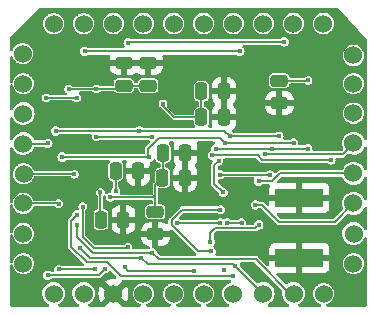
<source format=gbr>
%TF.GenerationSoftware,KiCad,Pcbnew,6.0.1*%
%TF.CreationDate,2022-02-10T21:42:36-06:00*%
%TF.ProjectId,SENSOR_SUITE,53454e53-4f52-45f5-9355-4954452e6b69,rev?*%
%TF.SameCoordinates,Original*%
%TF.FileFunction,Copper,L2,Bot*%
%TF.FilePolarity,Positive*%
%FSLAX46Y46*%
G04 Gerber Fmt 4.6, Leading zero omitted, Abs format (unit mm)*
G04 Created by KiCad (PCBNEW 6.0.1) date 2022-02-10 21:42:36*
%MOMM*%
%LPD*%
G01*
G04 APERTURE LIST*
G04 Aperture macros list*
%AMRoundRect*
0 Rectangle with rounded corners*
0 $1 Rounding radius*
0 $2 $3 $4 $5 $6 $7 $8 $9 X,Y pos of 4 corners*
0 Add a 4 corners polygon primitive as box body*
4,1,4,$2,$3,$4,$5,$6,$7,$8,$9,$2,$3,0*
0 Add four circle primitives for the rounded corners*
1,1,$1+$1,$2,$3*
1,1,$1+$1,$4,$5*
1,1,$1+$1,$6,$7*
1,1,$1+$1,$8,$9*
0 Add four rect primitives between the rounded corners*
20,1,$1+$1,$2,$3,$4,$5,0*
20,1,$1+$1,$4,$5,$6,$7,0*
20,1,$1+$1,$6,$7,$8,$9,0*
20,1,$1+$1,$8,$9,$2,$3,0*%
G04 Aperture macros list end*
%TA.AperFunction,ComponentPad*%
%ADD10C,1.524000*%
%TD*%
%TA.AperFunction,SMDPad,CuDef*%
%ADD11R,4.064000X1.524000*%
%TD*%
%TA.AperFunction,SMDPad,CuDef*%
%ADD12RoundRect,0.250000X-0.250000X-0.475000X0.250000X-0.475000X0.250000X0.475000X-0.250000X0.475000X0*%
%TD*%
%TA.AperFunction,SMDPad,CuDef*%
%ADD13RoundRect,0.250000X0.475000X-0.250000X0.475000X0.250000X-0.475000X0.250000X-0.475000X-0.250000X0*%
%TD*%
%TA.AperFunction,SMDPad,CuDef*%
%ADD14RoundRect,0.250000X-0.475000X0.250000X-0.475000X-0.250000X0.475000X-0.250000X0.475000X0.250000X0*%
%TD*%
%TA.AperFunction,ViaPad*%
%ADD15C,0.400000*%
%TD*%
%TA.AperFunction,Conductor*%
%ADD16C,0.150000*%
%TD*%
G04 APERTURE END LIST*
D10*
%TO.P,U1,1,5V*%
%TO.N,5V*%
X137335000Y-96775000D03*
%TO.P,U1,2,3V3*%
%TO.N,3V3*%
X139875000Y-96775000D03*
%TO.P,U1,3,GND*%
%TO.N,GND*%
X142398002Y-96774888D03*
%TO.P,U1,4,LSM9DS1_AG_CS*%
%TO.N,/LSM9_CS_AG*%
X144943668Y-96774888D03*
%TO.P,U1,5,LSM9DS1_M_CS*%
%TO.N,/LSM9_CS_M*%
X147489334Y-96774888D03*
%TO.P,U1,6,LSM9DS1_AG_INT1*%
%TO.N,/LSM9_INT1_AG*%
X150035000Y-96774888D03*
%TO.P,U1,7,SCK0*%
%TO.N,SNS_SPI_SCK*%
X152540890Y-96774888D03*
%TO.P,U1,8,MISO0*%
%TO.N,SNS_SPI_MISO*%
X155086556Y-96774888D03*
%TO.P,U1,9,MOSI0*%
%TO.N,SNS_SPI_MOSI*%
X157655000Y-96775000D03*
%TO.P,U1,10,SDA0*%
%TO.N,unconnected-(U1-Pad10)*%
X160195000Y-96775000D03*
%TO.P,U1,11,SCL0*%
%TO.N,unconnected-(U1-Pad11)*%
X162723555Y-94229221D03*
%TO.P,U1,12,ZOE_M8Q_CS*%
%TO.N,ZOE_M8Q_CS*%
X162735000Y-91695000D03*
%TO.P,U1,13,VBACKUP*%
%TO.N,VBAT0*%
X162723555Y-89137889D03*
%TO.P,U1,14,RX0*%
%TO.N,SNS_UART_SDO*%
X162723555Y-86592222D03*
%TO.P,U1,15,TX0*%
%TO.N,SNS_UART_SDI*%
X162723555Y-84046556D03*
%TO.P,U1,16*%
%TO.N,N/C*%
X162723555Y-81500890D03*
%TO.P,U1,17*%
X162723555Y-78995000D03*
%TO.P,U1,18*%
X162723555Y-76608438D03*
%TO.P,U1,19*%
X160177889Y-73903668D03*
%TO.P,U1,20*%
X157632222Y-73903668D03*
%TO.P,U1,21,MS5611_CS*%
%TO.N,/MS5611_CS*%
X155086556Y-73903668D03*
%TO.P,U1,22*%
%TO.N,N/C*%
X152540890Y-73903668D03*
%TO.P,U1,23,H3LIS331_CS*%
%TO.N,/H3LIS331DL_CS*%
X150035000Y-73903668D03*
%TO.P,U1,24,H3LIS331_INT1*%
%TO.N,/H3LIS331DL_INT1*%
X147489334Y-73903668D03*
%TO.P,U1,25*%
%TO.N,N/C*%
X144943668Y-73903668D03*
%TO.P,U1,26,KX134_TRIG*%
%TO.N,unconnected-(U1-Pad26)*%
X142398002Y-73903668D03*
%TO.P,U1,27,KX134_CS*%
%TO.N,/KX122_CS*%
X139875000Y-73915000D03*
%TO.P,U1,28,KX134_INT1*%
%TO.N,/KX122_INT1*%
X137335000Y-73915000D03*
%TO.P,U1,29*%
%TO.N,N/C*%
X134721227Y-76449334D03*
%TO.P,U1,30*%
X134761003Y-78995000D03*
%TO.P,U1,31,ZOE_M8Q_RESET*%
%TO.N,GPS_RESET*%
X134761003Y-81535000D03*
%TO.P,U1,32,ZOE_M8Q_INT*%
%TO.N,GPS_EXTINT*%
X134761003Y-84075000D03*
%TO.P,U1,33,LSM9DS1_AG_INT2*%
%TO.N,/LSM9_INT2_AG*%
X134795000Y-86615000D03*
%TO.P,U1,34,LSM9DS1_M_INT*%
%TO.N,/LSM9_INT_M*%
X134761003Y-89137889D03*
%TO.P,U1,35*%
%TO.N,N/C*%
X134761003Y-91683555D03*
%TO.P,U1,36*%
X134761003Y-94229221D03*
%TD*%
D11*
%TO.P,X8001,GND3*%
%TO.N,GND*%
X158150000Y-93740000D03*
%TO.P,X8001,GND4*%
X158150000Y-88660000D03*
%TD*%
D12*
%TO.P,C101,1*%
%TO.N,Net-(C101-Pad1)*%
X142600000Y-86400000D03*
%TO.P,C101,2*%
%TO.N,GND*%
X144500000Y-86400000D03*
%TD*%
%TO.P,C104,1*%
%TO.N,Net-(C103-Pad1)*%
X146550000Y-86950000D03*
%TO.P,C104,2*%
%TO.N,GND*%
X148450000Y-86950000D03*
%TD*%
D13*
%TO.P,C106,1*%
%TO.N,GND*%
X156450000Y-80650000D03*
%TO.P,C106,2*%
%TO.N,Net-(C106-Pad2)*%
X156450000Y-78750000D03*
%TD*%
D12*
%TO.P,C302,1*%
%TO.N,Net-(C301-Pad1)*%
X149850000Y-81850000D03*
%TO.P,C302,2*%
%TO.N,GND*%
X151750000Y-81850000D03*
%TD*%
D13*
%TO.P,C108,1*%
%TO.N,Net-(C107-Pad1)*%
X143300000Y-79150000D03*
%TO.P,C108,2*%
%TO.N,GND*%
X143300000Y-77250000D03*
%TD*%
D12*
%TO.P,C102,1*%
%TO.N,Net-(C102-Pad1)*%
X141350000Y-90500000D03*
%TO.P,C102,2*%
%TO.N,GND*%
X143250000Y-90500000D03*
%TD*%
%TO.P,C103,1*%
%TO.N,Net-(C103-Pad1)*%
X146600000Y-84850000D03*
%TO.P,C103,2*%
%TO.N,GND*%
X148500000Y-84850000D03*
%TD*%
D13*
%TO.P,C107,1*%
%TO.N,Net-(C107-Pad1)*%
X145350000Y-79150000D03*
%TO.P,C107,2*%
%TO.N,GND*%
X145350000Y-77250000D03*
%TD*%
D12*
%TO.P,C301,1*%
%TO.N,Net-(C301-Pad1)*%
X149850000Y-79650000D03*
%TO.P,C301,2*%
%TO.N,GND*%
X151750000Y-79650000D03*
%TD*%
D14*
%TO.P,C105,1*%
%TO.N,Net-(C103-Pad1)*%
X145950000Y-89850000D03*
%TO.P,C105,2*%
%TO.N,GND*%
X145950000Y-91750000D03*
%TD*%
D15*
%TO.N,*%
X151790000Y-94790000D03*
%TO.N,Net-(C101-Pad1)*%
X142600000Y-88050000D03*
%TO.N,GND*%
X149950000Y-84470000D03*
X160090000Y-91300000D03*
X154100000Y-94450000D03*
X154100000Y-90750000D03*
X143850000Y-87950000D03*
X160450000Y-92300000D03*
X154450000Y-88400000D03*
X138820000Y-84370000D03*
X160700000Y-79260000D03*
X151320000Y-92210000D03*
X157380000Y-86030000D03*
X151660000Y-77480000D03*
X139020000Y-82070000D03*
X150477790Y-86784446D03*
X145620000Y-86140000D03*
X151420000Y-96050000D03*
X154650000Y-86050000D03*
X150450000Y-89140000D03*
X145060000Y-81560000D03*
X137500000Y-87610000D03*
X145930000Y-96210000D03*
X138030000Y-75770000D03*
X156230000Y-76940000D03*
X158100000Y-87150000D03*
X135780000Y-95520000D03*
X152300000Y-88200000D03*
X160820000Y-83570000D03*
X153310000Y-89660000D03*
X153390000Y-87700000D03*
X160600000Y-88600000D03*
X150700000Y-80450000D03*
X155300000Y-93850000D03*
%TO.N,Net-(C102-Pad1)*%
X141300000Y-88200000D03*
%TO.N,Net-(C103-Pad1)*%
X142135000Y-88615000D03*
%TO.N,Net-(C106-Pad2)*%
X158875000Y-78725000D03*
%TO.N,Net-(C107-Pad1)*%
X140962500Y-79437500D03*
X138600000Y-79450000D03*
%TO.N,Net-(C301-Pad1)*%
X146600000Y-80700000D03*
%TO.N,3V3*%
X140950000Y-83474500D03*
X143650000Y-75550000D03*
X145650000Y-83500000D03*
X156850000Y-75450000D03*
%TO.N,SNS_SPI_MISO*%
X152711668Y-94400000D03*
X156400000Y-83450000D03*
X144700000Y-93774500D03*
X144600000Y-83000000D03*
X137500000Y-83000000D03*
X139589477Y-92910523D03*
X152250000Y-83450000D03*
%TO.N,Net-(JP201-Pad2)*%
X153250000Y-90750011D03*
X152050000Y-90750000D03*
%TO.N,SNS_UART_SDI*%
X155200000Y-84975500D03*
%TO.N,SNS_SPI_MOSI*%
X151850000Y-84000000D03*
X145450000Y-85200000D03*
X145700000Y-93300000D03*
X157650000Y-84000000D03*
X138050000Y-85200000D03*
X139296272Y-90957380D03*
%TO.N,Net-(JP202-Pad2)*%
X151450000Y-90750000D03*
X147800000Y-90750000D03*
%TO.N,SNS_UART_SDO*%
X154700000Y-87250000D03*
X154700000Y-90950000D03*
X150600000Y-92400000D03*
%TO.N,SNS_SPI_SCK*%
X155800000Y-84500000D03*
X139950000Y-76250000D03*
X153100000Y-76250000D03*
X158850000Y-84500000D03*
X139300000Y-90100000D03*
X151050000Y-84500000D03*
X152550000Y-95300000D03*
%TO.N,ZOE_M8Q_CS*%
X160800000Y-85450000D03*
X150781894Y-85036212D03*
%TO.N,/KX122_INT1*%
X136700000Y-80200000D03*
X139300000Y-80200000D03*
%TO.N,GPS_EXTINT*%
X150700000Y-93200000D03*
X136850000Y-84050000D03*
X151450000Y-89650000D03*
X141692337Y-94657663D03*
X136850000Y-95200000D03*
X143350000Y-94550000D03*
X149250000Y-94825500D03*
%TO.N,/LSM9_INT2_AG*%
X139800000Y-89400000D03*
X139100000Y-86650000D03*
X143632717Y-92833796D03*
%TO.N,/LSM9_INT_M*%
X140850000Y-94650000D03*
X137750000Y-94700000D03*
X137750000Y-89150000D03*
%TO.N,VBAT0*%
X154426460Y-89250000D03*
%TO.N,Net-(U8001-PadP$A4)*%
X151450000Y-86700000D03*
X155650000Y-86700000D03*
%TO.N,Net-(JP204-Pad2)*%
X151700000Y-88200000D03*
X151300000Y-85524500D03*
%TD*%
D16*
%TO.N,Net-(C101-Pad1)*%
X142600000Y-86400000D02*
X142600000Y-88050000D01*
%TO.N,Net-(C102-Pad1)*%
X141300000Y-88200000D02*
X141300000Y-90450000D01*
X141300000Y-90450000D02*
X141350000Y-90500000D01*
%TO.N,Net-(C103-Pad1)*%
X144885000Y-88615000D02*
X145815000Y-88615000D01*
X145815000Y-88615000D02*
X145950000Y-88750000D01*
X146600000Y-86900000D02*
X146550000Y-86950000D01*
X145950000Y-88450000D02*
X145785000Y-88615000D01*
X142150000Y-88600000D02*
X142135000Y-88615000D01*
X145950000Y-87550000D02*
X146550000Y-86950000D01*
X144885000Y-88615000D02*
X142135000Y-88615000D01*
X145785000Y-88615000D02*
X144885000Y-88615000D01*
X145950000Y-88750000D02*
X145950000Y-89850000D01*
X145950000Y-89850000D02*
X145950000Y-87550000D01*
X146600000Y-84850000D02*
X146600000Y-86900000D01*
X145950000Y-87550000D02*
X145950000Y-88450000D01*
%TO.N,Net-(C106-Pad2)*%
X156450000Y-78750000D02*
X158850000Y-78750000D01*
X158850000Y-78750000D02*
X158875000Y-78725000D01*
%TO.N,Net-(C107-Pad1)*%
X143300000Y-79150000D02*
X143012500Y-79437500D01*
X143012500Y-79437500D02*
X140962500Y-79437500D01*
X140950000Y-79450000D02*
X140962500Y-79437500D01*
X145350000Y-79150000D02*
X143300000Y-79150000D01*
X138600000Y-79450000D02*
X140950000Y-79450000D01*
%TO.N,Net-(C301-Pad1)*%
X146600000Y-80900000D02*
X147550000Y-81850000D01*
X146600000Y-80700000D02*
X146600000Y-80900000D01*
X147550000Y-81850000D02*
X149850000Y-81850000D01*
X149850000Y-81850000D02*
X149850000Y-79650000D01*
%TO.N,3V3*%
X140975500Y-83500000D02*
X140950000Y-83474500D01*
X156850000Y-75450000D02*
X143750000Y-75450000D01*
X145650000Y-83500000D02*
X140975500Y-83500000D01*
X143750000Y-75450000D02*
X143650000Y-75550000D01*
%TO.N,SNS_SPI_MISO*%
X151800000Y-83000000D02*
X152250000Y-83450000D01*
X144700000Y-93774500D02*
X144774500Y-93774500D01*
X144774500Y-93774500D02*
X145300000Y-94300000D01*
X139589477Y-92939477D02*
X140433640Y-93783640D01*
X145300000Y-94300000D02*
X152611668Y-94300000D01*
X140433640Y-93783640D02*
X144690860Y-93783640D01*
X144600000Y-83000000D02*
X151800000Y-83000000D01*
X155086556Y-96774888D02*
X152711668Y-94400000D01*
X152611668Y-94300000D02*
X152711668Y-94400000D01*
X144690860Y-93783640D02*
X144700000Y-93774500D01*
X156400000Y-83450000D02*
X152250000Y-83450000D01*
X139589477Y-92910523D02*
X139589477Y-92939477D01*
X137500000Y-83000000D02*
X144600000Y-83000000D01*
%TO.N,Net-(JP201-Pad2)*%
X152050000Y-90750000D02*
X153249989Y-90750000D01*
X153249989Y-90750000D02*
X153250000Y-90750011D01*
%TO.N,SNS_UART_SDI*%
X161794611Y-84975500D02*
X162723555Y-84046556D01*
X155200000Y-84975500D02*
X161794611Y-84975500D01*
%TO.N,SNS_SPI_MOSI*%
X138050000Y-85200000D02*
X145450000Y-85200000D01*
X157375000Y-96775000D02*
X157655000Y-96775000D01*
X139296272Y-91946272D02*
X139296272Y-90957380D01*
X140658307Y-93308307D02*
X144145132Y-93308307D01*
X157650000Y-84000000D02*
X151850000Y-84000000D01*
X146250000Y-93850000D02*
X154450000Y-93850000D01*
X144153439Y-93300000D02*
X145700000Y-93300000D01*
X144145132Y-93308307D02*
X144153439Y-93300000D01*
X145700000Y-93300000D02*
X146250000Y-93850000D01*
X145350000Y-84500000D02*
X146250000Y-83600000D01*
X140658307Y-93308307D02*
X139296272Y-91946272D01*
X145450000Y-85200000D02*
X145350000Y-85100000D01*
X146250000Y-83600000D02*
X151450000Y-83600000D01*
X145350000Y-85100000D02*
X145350000Y-84500000D01*
X154450000Y-93850000D02*
X157375000Y-96775000D01*
X151450000Y-83600000D02*
X151850000Y-84000000D01*
%TO.N,Net-(JP202-Pad2)*%
X151450000Y-90750000D02*
X147800000Y-90750000D01*
%TO.N,SNS_UART_SDO*%
X150975489Y-91224511D02*
X150600000Y-91600000D01*
X150600000Y-91600000D02*
X150600000Y-92400000D01*
X155850000Y-87250000D02*
X156500000Y-86600000D01*
X154425489Y-91224511D02*
X150975489Y-91224511D01*
X154700000Y-90950000D02*
X154425489Y-91224511D01*
X156500000Y-86600000D02*
X160950000Y-86600000D01*
X160950000Y-86600000D02*
X160957778Y-86592222D01*
X160957778Y-86592222D02*
X162723555Y-86592222D01*
X154700000Y-87250000D02*
X155850000Y-87250000D01*
%TO.N,SNS_SPI_SCK*%
X140141053Y-94133160D02*
X141838879Y-94133160D01*
X138800000Y-90600000D02*
X138800000Y-92792107D01*
X143005719Y-95300000D02*
X152550000Y-95300000D01*
X155800000Y-84500000D02*
X151050000Y-84500000D01*
X158850000Y-84500000D02*
X155800000Y-84500000D01*
X139950000Y-76250000D02*
X153100000Y-76250000D01*
X139300000Y-90100000D02*
X138800000Y-90600000D01*
X141838879Y-94133160D02*
X143005719Y-95300000D01*
X138800000Y-92792107D02*
X140141053Y-94133160D01*
%TO.N,ZOE_M8Q_CS*%
X155003439Y-85450000D02*
X160800000Y-85450000D01*
X150795682Y-85050000D02*
X154603439Y-85050000D01*
X150781894Y-85036212D02*
X150795682Y-85050000D01*
X154603439Y-85050000D02*
X155003439Y-85450000D01*
%TO.N,/KX122_INT1*%
X139300000Y-80200000D02*
X136700000Y-80200000D01*
%TO.N,GPS_EXTINT*%
X147325489Y-90553450D02*
X147325489Y-90946550D01*
X148228939Y-89650000D02*
X147325489Y-90553450D01*
X147325489Y-90946550D02*
X149578939Y-93200000D01*
X141150000Y-95200000D02*
X136850000Y-95200000D01*
X141692337Y-94657663D02*
X141150000Y-95200000D01*
X136825000Y-84075000D02*
X134761003Y-84075000D01*
X149578939Y-93200000D02*
X150700000Y-93200000D01*
X136850000Y-84050000D02*
X136825000Y-84075000D01*
X149250000Y-94825500D02*
X143625500Y-94825500D01*
X151450000Y-89650000D02*
X148228939Y-89650000D01*
X143625500Y-94825500D02*
X143350000Y-94550000D01*
%TO.N,/LSM9_INT2_AG*%
X139800000Y-91955704D02*
X139800000Y-89400000D01*
X143566513Y-92900000D02*
X140744296Y-92900000D01*
X140744296Y-92900000D02*
X139800000Y-91955704D01*
X139100000Y-86650000D02*
X139065000Y-86615000D01*
X139065000Y-86615000D02*
X134795000Y-86615000D01*
X143632717Y-92833796D02*
X143566513Y-92900000D01*
%TO.N,/LSM9_INT_M*%
X137800000Y-94650000D02*
X137750000Y-94700000D01*
X137750000Y-89150000D02*
X137737889Y-89137889D01*
X137737889Y-89137889D02*
X134761003Y-89137889D01*
X140850000Y-94650000D02*
X137800000Y-94650000D01*
%TO.N,VBAT0*%
X156400000Y-90700000D02*
X154950000Y-89250000D01*
X154426460Y-89250000D02*
X154950000Y-89250000D01*
X162723555Y-89137889D02*
X161161444Y-90700000D01*
X161161444Y-90700000D02*
X156400000Y-90700000D01*
%TO.N,Net-(U8001-PadP$A4)*%
X155650000Y-86700000D02*
X151500000Y-86700000D01*
X151500000Y-86700000D02*
X151450000Y-86650000D01*
%TO.N,Net-(JP204-Pad2)*%
X150952301Y-87452301D02*
X150952301Y-85872199D01*
X151700000Y-88200000D02*
X150952301Y-87452301D01*
X150952301Y-85872199D02*
X151300000Y-85524500D01*
%TD*%
%TA.AperFunction,Conductor*%
%TO.N,GND*%
G36*
X161454874Y-72650002D02*
G01*
X161479983Y-72671242D01*
X163837232Y-75264214D01*
X163868255Y-75328074D01*
X163870000Y-75348971D01*
X163870000Y-76573565D01*
X163860511Y-76605882D01*
X163867944Y-76620644D01*
X163870000Y-76643311D01*
X163870000Y-78960127D01*
X163860511Y-78992444D01*
X163867944Y-79007206D01*
X163870000Y-79029873D01*
X163870000Y-81466017D01*
X163860511Y-81498334D01*
X163867944Y-81513096D01*
X163870000Y-81535763D01*
X163870000Y-83660270D01*
X163849998Y-83728391D01*
X163796342Y-83774884D01*
X163726068Y-83784988D01*
X163661488Y-83755494D01*
X163623378Y-83696688D01*
X163622565Y-83693996D01*
X163617736Y-83678001D01*
X163529121Y-83511339D01*
X163409821Y-83365064D01*
X163404030Y-83360273D01*
X163269132Y-83248676D01*
X163269129Y-83248674D01*
X163264382Y-83244747D01*
X163098343Y-83154970D01*
X162918029Y-83099153D01*
X162911911Y-83098510D01*
X162911906Y-83098509D01*
X162736436Y-83080067D01*
X162736434Y-83080067D01*
X162730307Y-83079423D01*
X162614680Y-83089946D01*
X162548469Y-83095971D01*
X162548468Y-83095971D01*
X162542328Y-83096530D01*
X162361252Y-83149824D01*
X162355787Y-83152681D01*
X162301379Y-83181125D01*
X162193975Y-83237274D01*
X162046871Y-83355549D01*
X161925541Y-83500144D01*
X161834607Y-83665552D01*
X161777533Y-83845473D01*
X161776847Y-83851592D01*
X161776846Y-83851595D01*
X161759101Y-84009793D01*
X161756492Y-84033052D01*
X161758331Y-84054951D01*
X161771663Y-84213710D01*
X161772287Y-84221146D01*
X161773986Y-84227071D01*
X161818569Y-84382550D01*
X161824315Y-84402590D01*
X161827133Y-84408072D01*
X161827134Y-84408076D01*
X161834456Y-84422323D01*
X161847803Y-84492054D01*
X161821332Y-84557931D01*
X161811484Y-84569011D01*
X161717400Y-84663095D01*
X161655088Y-84697121D01*
X161628305Y-84700000D01*
X159371343Y-84700000D01*
X159303222Y-84679998D01*
X159256729Y-84626342D01*
X159246894Y-84554290D01*
X159253941Y-84509794D01*
X159253941Y-84509793D01*
X159255492Y-84500000D01*
X159245471Y-84436727D01*
X159237197Y-84384487D01*
X159237196Y-84384485D01*
X159235646Y-84374696D01*
X159178050Y-84261658D01*
X159088342Y-84171950D01*
X158975304Y-84114354D01*
X158965515Y-84112804D01*
X158965513Y-84112803D01*
X158859793Y-84096059D01*
X158850000Y-84094508D01*
X158840207Y-84096059D01*
X158734487Y-84112803D01*
X158734485Y-84112804D01*
X158724696Y-84114354D01*
X158611658Y-84171950D01*
X158596013Y-84187595D01*
X158533701Y-84221621D01*
X158506918Y-84224500D01*
X158167462Y-84224500D01*
X158099341Y-84204498D01*
X158052848Y-84150842D01*
X158043013Y-84078789D01*
X158050843Y-84029356D01*
X158055492Y-84000000D01*
X158042166Y-83915863D01*
X158037197Y-83884487D01*
X158037196Y-83884485D01*
X158035646Y-83874696D01*
X157978050Y-83761658D01*
X157888342Y-83671950D01*
X157775304Y-83614354D01*
X157765515Y-83612804D01*
X157765513Y-83612803D01*
X157659793Y-83596059D01*
X157650000Y-83594508D01*
X157640207Y-83596059D01*
X157534487Y-83612803D01*
X157534485Y-83612804D01*
X157524696Y-83614354D01*
X157411658Y-83671950D01*
X157396013Y-83687595D01*
X157333701Y-83721621D01*
X157306918Y-83724500D01*
X156908963Y-83724500D01*
X156840842Y-83704498D01*
X156794349Y-83650842D01*
X156784245Y-83580568D01*
X156785320Y-83575944D01*
X156785646Y-83575304D01*
X156805492Y-83450000D01*
X156796545Y-83393508D01*
X156787197Y-83334487D01*
X156787196Y-83334485D01*
X156785646Y-83324696D01*
X156728050Y-83211658D01*
X156638342Y-83121950D01*
X156525304Y-83064354D01*
X156515515Y-83062804D01*
X156515513Y-83062803D01*
X156409793Y-83046059D01*
X156400000Y-83044508D01*
X156390207Y-83046059D01*
X156284487Y-83062803D01*
X156284485Y-83062804D01*
X156274696Y-83064354D01*
X156161658Y-83121950D01*
X156146013Y-83137595D01*
X156083701Y-83171621D01*
X156056918Y-83174500D01*
X152593082Y-83174500D01*
X152524961Y-83154498D01*
X152503987Y-83137595D01*
X152488342Y-83121950D01*
X152481521Y-83118475D01*
X152438936Y-83063246D01*
X152432862Y-82992509D01*
X152465996Y-82929718D01*
X152478087Y-82918790D01*
X152479206Y-82917903D01*
X152593739Y-82803171D01*
X152602751Y-82791760D01*
X152687816Y-82653757D01*
X152693963Y-82640576D01*
X152745138Y-82486290D01*
X152748005Y-82472914D01*
X152757672Y-82378562D01*
X152758000Y-82372146D01*
X152758000Y-82122115D01*
X152753525Y-82106876D01*
X152752135Y-82105671D01*
X152744452Y-82104000D01*
X150760116Y-82104000D01*
X150744877Y-82108475D01*
X150743672Y-82109865D01*
X150742001Y-82117548D01*
X150742001Y-82372095D01*
X150742338Y-82378614D01*
X150752257Y-82474206D01*
X150755149Y-82487600D01*
X150778844Y-82558624D01*
X150781428Y-82629574D01*
X150745244Y-82690658D01*
X150681780Y-82722482D01*
X150659320Y-82724500D01*
X150530112Y-82724500D01*
X150461991Y-82704498D01*
X150415498Y-82650842D01*
X150405394Y-82580568D01*
X150416912Y-82543168D01*
X150465389Y-82443994D01*
X150465391Y-82443988D01*
X150469683Y-82435207D01*
X150480500Y-82361062D01*
X150480500Y-81577885D01*
X150742000Y-81577885D01*
X150746475Y-81593124D01*
X150747865Y-81594329D01*
X150755548Y-81596000D01*
X151477885Y-81596000D01*
X151493124Y-81591525D01*
X151494329Y-81590135D01*
X151496000Y-81582452D01*
X151496000Y-81577885D01*
X152004000Y-81577885D01*
X152008475Y-81593124D01*
X152009865Y-81594329D01*
X152017548Y-81596000D01*
X152739884Y-81596000D01*
X152755123Y-81591525D01*
X152756328Y-81590135D01*
X152757999Y-81582452D01*
X152757999Y-81327905D01*
X152757662Y-81321386D01*
X152747743Y-81225794D01*
X152744851Y-81212400D01*
X152693412Y-81058216D01*
X152687239Y-81045038D01*
X152626629Y-80947095D01*
X155217001Y-80947095D01*
X155217338Y-80953614D01*
X155227257Y-81049206D01*
X155230149Y-81062600D01*
X155281588Y-81216784D01*
X155287761Y-81229962D01*
X155373063Y-81367807D01*
X155382099Y-81379208D01*
X155496829Y-81493739D01*
X155508240Y-81502751D01*
X155646243Y-81587816D01*
X155659424Y-81593963D01*
X155813710Y-81645138D01*
X155827086Y-81648005D01*
X155921438Y-81657672D01*
X155927854Y-81658000D01*
X156177885Y-81658000D01*
X156193124Y-81653525D01*
X156194329Y-81652135D01*
X156196000Y-81644452D01*
X156196000Y-81639884D01*
X156704000Y-81639884D01*
X156708475Y-81655123D01*
X156709865Y-81656328D01*
X156717548Y-81657999D01*
X156972095Y-81657999D01*
X156978614Y-81657662D01*
X157074206Y-81647743D01*
X157087600Y-81644851D01*
X157241784Y-81593412D01*
X157254962Y-81587239D01*
X157392807Y-81501937D01*
X157394128Y-81500890D01*
X161826139Y-81500890D01*
X161826829Y-81507455D01*
X161840037Y-81633114D01*
X161845750Y-81687473D01*
X161903725Y-81865902D01*
X161997530Y-82028378D01*
X162001948Y-82033285D01*
X162001949Y-82033286D01*
X162118644Y-82162889D01*
X162123066Y-82167800D01*
X162128408Y-82171681D01*
X162128410Y-82171683D01*
X162216093Y-82235388D01*
X162274847Y-82278075D01*
X162280875Y-82280759D01*
X162280877Y-82280760D01*
X162440207Y-82351698D01*
X162446238Y-82354383D01*
X162529805Y-82372146D01*
X162623292Y-82392018D01*
X162623297Y-82392018D01*
X162629749Y-82393390D01*
X162817361Y-82393390D01*
X162823813Y-82392018D01*
X162823818Y-82392018D01*
X162917305Y-82372146D01*
X163000872Y-82354383D01*
X163006903Y-82351698D01*
X163166233Y-82280760D01*
X163166235Y-82280759D01*
X163172263Y-82278075D01*
X163231017Y-82235388D01*
X163318700Y-82171683D01*
X163318702Y-82171681D01*
X163324044Y-82167800D01*
X163328466Y-82162889D01*
X163445161Y-82033286D01*
X163445162Y-82033285D01*
X163449580Y-82028378D01*
X163543385Y-81865902D01*
X163601360Y-81687473D01*
X163607074Y-81633114D01*
X163618690Y-81522592D01*
X163625700Y-81505554D01*
X163623104Y-81501515D01*
X163618690Y-81479188D01*
X163602050Y-81320871D01*
X163602050Y-81320870D01*
X163601360Y-81314307D01*
X163543385Y-81135878D01*
X163449580Y-80973402D01*
X163421262Y-80941951D01*
X163328466Y-80838891D01*
X163328465Y-80838890D01*
X163324044Y-80833980D01*
X163318702Y-80830099D01*
X163318700Y-80830097D01*
X163177605Y-80727586D01*
X163177604Y-80727585D01*
X163172263Y-80723705D01*
X163166235Y-80721021D01*
X163166233Y-80721020D01*
X163006903Y-80650082D01*
X163006902Y-80650082D01*
X163000872Y-80647397D01*
X162901008Y-80626170D01*
X162823818Y-80609762D01*
X162823813Y-80609762D01*
X162817361Y-80608390D01*
X162629749Y-80608390D01*
X162623297Y-80609762D01*
X162623292Y-80609762D01*
X162546102Y-80626170D01*
X162446238Y-80647397D01*
X162440208Y-80650082D01*
X162440207Y-80650082D01*
X162280877Y-80721020D01*
X162280875Y-80721021D01*
X162274847Y-80723705D01*
X162269506Y-80727585D01*
X162269505Y-80727586D01*
X162128410Y-80830097D01*
X162128408Y-80830099D01*
X162123066Y-80833980D01*
X162118645Y-80838890D01*
X162118644Y-80838891D01*
X162025849Y-80941951D01*
X161997530Y-80973402D01*
X161903725Y-81135878D01*
X161845750Y-81314307D01*
X161845060Y-81320870D01*
X161845060Y-81320871D01*
X161829804Y-81466017D01*
X161826139Y-81500890D01*
X157394128Y-81500890D01*
X157404208Y-81492901D01*
X157518739Y-81378171D01*
X157527751Y-81366760D01*
X157612816Y-81228757D01*
X157618963Y-81215576D01*
X157670138Y-81061290D01*
X157673005Y-81047914D01*
X157682672Y-80953562D01*
X157683000Y-80947146D01*
X157683000Y-80922115D01*
X157678525Y-80906876D01*
X157677135Y-80905671D01*
X157669452Y-80904000D01*
X156722115Y-80904000D01*
X156706876Y-80908475D01*
X156705671Y-80909865D01*
X156704000Y-80917548D01*
X156704000Y-81639884D01*
X156196000Y-81639884D01*
X156196000Y-80922115D01*
X156191525Y-80906876D01*
X156190135Y-80905671D01*
X156182452Y-80904000D01*
X155235116Y-80904000D01*
X155219877Y-80908475D01*
X155218672Y-80909865D01*
X155217001Y-80917548D01*
X155217001Y-80947095D01*
X152626629Y-80947095D01*
X152601937Y-80907193D01*
X152592901Y-80895792D01*
X152536183Y-80839173D01*
X152502104Y-80776891D01*
X152507107Y-80706071D01*
X152536028Y-80660982D01*
X152593739Y-80603171D01*
X152602751Y-80591760D01*
X152687816Y-80453757D01*
X152693963Y-80440576D01*
X152714757Y-80377885D01*
X155217000Y-80377885D01*
X155221475Y-80393124D01*
X155222865Y-80394329D01*
X155230548Y-80396000D01*
X156177885Y-80396000D01*
X156193124Y-80391525D01*
X156194329Y-80390135D01*
X156196000Y-80382452D01*
X156196000Y-80377885D01*
X156704000Y-80377885D01*
X156708475Y-80393124D01*
X156709865Y-80394329D01*
X156717548Y-80396000D01*
X157664884Y-80396000D01*
X157680123Y-80391525D01*
X157681328Y-80390135D01*
X157682999Y-80382452D01*
X157682999Y-80352905D01*
X157682662Y-80346386D01*
X157672743Y-80250794D01*
X157669851Y-80237400D01*
X157618412Y-80083216D01*
X157612239Y-80070038D01*
X157526937Y-79932193D01*
X157517901Y-79920792D01*
X157403171Y-79806261D01*
X157391760Y-79797249D01*
X157253757Y-79712184D01*
X157240576Y-79706037D01*
X157086290Y-79654862D01*
X157072914Y-79651995D01*
X156978562Y-79642328D01*
X156972145Y-79642000D01*
X156722115Y-79642000D01*
X156706876Y-79646475D01*
X156705671Y-79647865D01*
X156704000Y-79655548D01*
X156704000Y-80377885D01*
X156196000Y-80377885D01*
X156196000Y-79660116D01*
X156191525Y-79644877D01*
X156190135Y-79643672D01*
X156182452Y-79642001D01*
X155927905Y-79642001D01*
X155921386Y-79642338D01*
X155825794Y-79652257D01*
X155812400Y-79655149D01*
X155658216Y-79706588D01*
X155645038Y-79712761D01*
X155507193Y-79798063D01*
X155495792Y-79807099D01*
X155381261Y-79921829D01*
X155372249Y-79933240D01*
X155287184Y-80071243D01*
X155281037Y-80084424D01*
X155229862Y-80238710D01*
X155226995Y-80252086D01*
X155217328Y-80346438D01*
X155217000Y-80352855D01*
X155217000Y-80377885D01*
X152714757Y-80377885D01*
X152745138Y-80286290D01*
X152748005Y-80272914D01*
X152757672Y-80178562D01*
X152758000Y-80172146D01*
X152758000Y-79922115D01*
X152753525Y-79906876D01*
X152752135Y-79905671D01*
X152744452Y-79904000D01*
X152022115Y-79904000D01*
X152006876Y-79908475D01*
X152005671Y-79909865D01*
X152004000Y-79917548D01*
X152004000Y-81577885D01*
X151496000Y-81577885D01*
X151496000Y-79922115D01*
X151491525Y-79906876D01*
X151490135Y-79905671D01*
X151482452Y-79904000D01*
X150760116Y-79904000D01*
X150744877Y-79908475D01*
X150743672Y-79909865D01*
X150742001Y-79917548D01*
X150742001Y-80172095D01*
X150742338Y-80178614D01*
X150752257Y-80274206D01*
X150755149Y-80287600D01*
X150806588Y-80441784D01*
X150812761Y-80454962D01*
X150898063Y-80592807D01*
X150907099Y-80604208D01*
X150963817Y-80660827D01*
X150997896Y-80723109D01*
X150992893Y-80793929D01*
X150963972Y-80839018D01*
X150906261Y-80896829D01*
X150897249Y-80908240D01*
X150812184Y-81046243D01*
X150806037Y-81059424D01*
X150754862Y-81213710D01*
X150751995Y-81227086D01*
X150742328Y-81321438D01*
X150742000Y-81327855D01*
X150742000Y-81577885D01*
X150480500Y-81577885D01*
X150480500Y-81338938D01*
X150469491Y-81264148D01*
X150453913Y-81232420D01*
X150418253Y-81159788D01*
X150418252Y-81159786D01*
X150413663Y-81150440D01*
X150324013Y-81060946D01*
X150314657Y-81056373D01*
X150314656Y-81056372D01*
X150251585Y-81025543D01*
X150210207Y-81005317D01*
X150177386Y-81000529D01*
X150163310Y-80998475D01*
X150098790Y-80968848D01*
X150060531Y-80909043D01*
X150055500Y-80873795D01*
X150055500Y-80626170D01*
X150075502Y-80558049D01*
X150129158Y-80511556D01*
X150163149Y-80501513D01*
X150180430Y-80498969D01*
X150210852Y-80494491D01*
X150255655Y-80472494D01*
X150315212Y-80443253D01*
X150315214Y-80443252D01*
X150324560Y-80438663D01*
X150414054Y-80349013D01*
X150425850Y-80324882D01*
X150450620Y-80274206D01*
X150469683Y-80235207D01*
X150480500Y-80161062D01*
X150480500Y-79377885D01*
X150742000Y-79377885D01*
X150746475Y-79393124D01*
X150747865Y-79394329D01*
X150755548Y-79396000D01*
X151477885Y-79396000D01*
X151493124Y-79391525D01*
X151494329Y-79390135D01*
X151496000Y-79382452D01*
X151496000Y-79377885D01*
X152004000Y-79377885D01*
X152008475Y-79393124D01*
X152009865Y-79394329D01*
X152017548Y-79396000D01*
X152739884Y-79396000D01*
X152755123Y-79391525D01*
X152756328Y-79390135D01*
X152757999Y-79382452D01*
X152757999Y-79127905D01*
X152757662Y-79121386D01*
X152748808Y-79036062D01*
X155594500Y-79036062D01*
X155605509Y-79110852D01*
X155609826Y-79119644D01*
X155609826Y-79119645D01*
X155653008Y-79207595D01*
X155661337Y-79224560D01*
X155750987Y-79314054D01*
X155760343Y-79318627D01*
X155760344Y-79318628D01*
X155791960Y-79334082D01*
X155864793Y-79369683D01*
X155915870Y-79377135D01*
X155934413Y-79379840D01*
X155934415Y-79379840D01*
X155938938Y-79380500D01*
X156961062Y-79380500D01*
X157035852Y-79369491D01*
X157044645Y-79365174D01*
X157140212Y-79318253D01*
X157140214Y-79318252D01*
X157149560Y-79313663D01*
X157239054Y-79224013D01*
X157294683Y-79110207D01*
X157299989Y-79073839D01*
X157301525Y-79063310D01*
X157331152Y-78998790D01*
X157390957Y-78960531D01*
X157426205Y-78955500D01*
X158529344Y-78955500D01*
X158597465Y-78975502D01*
X158618439Y-78992405D01*
X158654511Y-79028477D01*
X158700821Y-79052073D01*
X158750245Y-79077256D01*
X158750248Y-79077257D01*
X158759082Y-79081758D01*
X158875000Y-79100118D01*
X158990918Y-79081758D01*
X158999752Y-79077257D01*
X158999755Y-79077256D01*
X159049179Y-79052073D01*
X159095489Y-79028477D01*
X159128966Y-78995000D01*
X161826139Y-78995000D01*
X161826829Y-79001565D01*
X161842803Y-79153540D01*
X161845750Y-79181583D01*
X161903725Y-79360012D01*
X161907028Y-79365734D01*
X161907029Y-79365735D01*
X161926113Y-79398790D01*
X161997530Y-79522488D01*
X162001948Y-79527395D01*
X162001949Y-79527396D01*
X162114374Y-79652257D01*
X162123066Y-79661910D01*
X162128408Y-79665791D01*
X162128410Y-79665793D01*
X162265197Y-79765174D01*
X162274847Y-79772185D01*
X162280875Y-79774869D01*
X162280877Y-79774870D01*
X162396690Y-79826433D01*
X162446238Y-79848493D01*
X162537993Y-79867996D01*
X162623292Y-79886128D01*
X162623297Y-79886128D01*
X162629749Y-79887500D01*
X162817361Y-79887500D01*
X162823813Y-79886128D01*
X162823818Y-79886128D01*
X162909117Y-79867996D01*
X163000872Y-79848493D01*
X163050420Y-79826433D01*
X163166233Y-79774870D01*
X163166235Y-79774869D01*
X163172263Y-79772185D01*
X163181913Y-79765174D01*
X163318700Y-79665793D01*
X163318702Y-79665791D01*
X163324044Y-79661910D01*
X163332736Y-79652257D01*
X163445161Y-79527396D01*
X163445162Y-79527395D01*
X163449580Y-79522488D01*
X163520997Y-79398790D01*
X163540081Y-79365735D01*
X163540082Y-79365734D01*
X163543385Y-79360012D01*
X163601360Y-79181583D01*
X163604308Y-79153540D01*
X163618690Y-79016702D01*
X163625700Y-78999664D01*
X163623104Y-78995625D01*
X163618690Y-78973298D01*
X163602050Y-78814981D01*
X163602050Y-78814980D01*
X163601360Y-78808417D01*
X163543385Y-78629988D01*
X163517958Y-78585946D01*
X163489074Y-78535918D01*
X163449580Y-78467512D01*
X163414490Y-78428540D01*
X163328466Y-78333001D01*
X163328465Y-78333000D01*
X163324044Y-78328090D01*
X163318702Y-78324209D01*
X163318700Y-78324207D01*
X163177605Y-78221696D01*
X163177604Y-78221695D01*
X163172263Y-78217815D01*
X163166235Y-78215131D01*
X163166233Y-78215130D01*
X163006903Y-78144192D01*
X163006902Y-78144192D01*
X163000872Y-78141507D01*
X162909117Y-78122004D01*
X162823818Y-78103872D01*
X162823813Y-78103872D01*
X162817361Y-78102500D01*
X162629749Y-78102500D01*
X162623297Y-78103872D01*
X162623292Y-78103872D01*
X162537993Y-78122004D01*
X162446238Y-78141507D01*
X162440208Y-78144192D01*
X162440207Y-78144192D01*
X162280877Y-78215130D01*
X162280875Y-78215131D01*
X162274847Y-78217815D01*
X162269506Y-78221695D01*
X162269505Y-78221696D01*
X162128410Y-78324207D01*
X162128408Y-78324209D01*
X162123066Y-78328090D01*
X162118645Y-78333000D01*
X162118644Y-78333001D01*
X162032621Y-78428540D01*
X161997530Y-78467512D01*
X161958036Y-78535918D01*
X161929153Y-78585946D01*
X161903725Y-78629988D01*
X161845750Y-78808417D01*
X161845060Y-78814980D01*
X161845060Y-78814981D01*
X161830765Y-78950987D01*
X161826139Y-78995000D01*
X159128966Y-78995000D01*
X159178477Y-78945489D01*
X159217599Y-78868707D01*
X159227256Y-78849755D01*
X159227257Y-78849752D01*
X159231758Y-78840918D01*
X159250118Y-78725000D01*
X159231758Y-78609082D01*
X159227257Y-78600248D01*
X159227256Y-78600245D01*
X159193923Y-78534826D01*
X159178477Y-78504511D01*
X159095489Y-78421523D01*
X159031949Y-78389148D01*
X158999755Y-78372744D01*
X158999752Y-78372743D01*
X158990918Y-78368242D01*
X158875000Y-78349882D01*
X158759082Y-78368242D01*
X158750248Y-78372743D01*
X158750245Y-78372744D01*
X158718051Y-78389148D01*
X158654511Y-78421523D01*
X158571523Y-78504511D01*
X158569392Y-78502380D01*
X158525892Y-78535918D01*
X158480187Y-78544500D01*
X157426170Y-78544500D01*
X157358049Y-78524498D01*
X157311556Y-78470842D01*
X157301513Y-78436851D01*
X157295917Y-78398837D01*
X157294491Y-78389148D01*
X157275974Y-78351433D01*
X157243253Y-78284788D01*
X157243252Y-78284786D01*
X157238663Y-78275440D01*
X157149013Y-78185946D01*
X157139657Y-78181373D01*
X157139656Y-78181372D01*
X157098889Y-78161445D01*
X157035207Y-78130317D01*
X156984130Y-78122865D01*
X156965587Y-78120160D01*
X156965585Y-78120160D01*
X156961062Y-78119500D01*
X155938938Y-78119500D01*
X155864148Y-78130509D01*
X155855356Y-78134826D01*
X155855355Y-78134826D01*
X155759788Y-78181747D01*
X155759786Y-78181748D01*
X155750440Y-78186337D01*
X155660946Y-78275987D01*
X155605317Y-78389793D01*
X155594500Y-78463938D01*
X155594500Y-79036062D01*
X152748808Y-79036062D01*
X152747743Y-79025794D01*
X152744851Y-79012400D01*
X152693412Y-78858216D01*
X152687239Y-78845038D01*
X152601937Y-78707193D01*
X152592901Y-78695792D01*
X152478171Y-78581261D01*
X152466760Y-78572249D01*
X152328757Y-78487184D01*
X152315576Y-78481037D01*
X152161290Y-78429862D01*
X152147914Y-78426995D01*
X152053562Y-78417328D01*
X152047145Y-78417000D01*
X152022115Y-78417000D01*
X152006876Y-78421475D01*
X152005671Y-78422865D01*
X152004000Y-78430548D01*
X152004000Y-79377885D01*
X151496000Y-79377885D01*
X151496000Y-78435116D01*
X151491525Y-78419877D01*
X151490135Y-78418672D01*
X151482452Y-78417001D01*
X151452905Y-78417001D01*
X151446386Y-78417338D01*
X151350794Y-78427257D01*
X151337400Y-78430149D01*
X151183216Y-78481588D01*
X151170038Y-78487761D01*
X151032193Y-78573063D01*
X151020792Y-78582099D01*
X150906261Y-78696829D01*
X150897249Y-78708240D01*
X150812184Y-78846243D01*
X150806037Y-78859424D01*
X150754862Y-79013710D01*
X150751995Y-79027086D01*
X150742328Y-79121438D01*
X150742000Y-79127855D01*
X150742000Y-79377885D01*
X150480500Y-79377885D01*
X150480500Y-79138938D01*
X150469491Y-79064148D01*
X150465174Y-79055355D01*
X150418253Y-78959788D01*
X150418252Y-78959786D01*
X150413663Y-78950440D01*
X150324013Y-78860946D01*
X150314657Y-78856373D01*
X150314656Y-78856372D01*
X150253298Y-78826380D01*
X150210207Y-78805317D01*
X150159130Y-78797865D01*
X150140587Y-78795160D01*
X150140585Y-78795160D01*
X150136062Y-78794500D01*
X149563938Y-78794500D01*
X149489148Y-78805509D01*
X149480356Y-78809826D01*
X149480355Y-78809826D01*
X149384788Y-78856747D01*
X149384786Y-78856748D01*
X149375440Y-78861337D01*
X149285946Y-78950987D01*
X149230317Y-79064793D01*
X149219500Y-79138938D01*
X149219500Y-80161062D01*
X149230509Y-80235852D01*
X149234826Y-80244644D01*
X149234826Y-80244645D01*
X149274221Y-80324882D01*
X149286337Y-80349560D01*
X149293707Y-80356917D01*
X149345259Y-80408379D01*
X149375987Y-80439054D01*
X149385343Y-80443627D01*
X149385344Y-80443628D01*
X149426111Y-80463555D01*
X149489793Y-80494683D01*
X149522614Y-80499471D01*
X149536690Y-80501525D01*
X149601210Y-80531152D01*
X149639469Y-80590957D01*
X149644500Y-80626205D01*
X149644500Y-80873830D01*
X149624498Y-80941951D01*
X149570842Y-80988444D01*
X149536851Y-80998487D01*
X149519570Y-81001031D01*
X149489148Y-81005509D01*
X149480356Y-81009826D01*
X149480355Y-81009826D01*
X149384788Y-81056747D01*
X149384786Y-81056748D01*
X149375440Y-81061337D01*
X149330507Y-81106348D01*
X149294755Y-81142163D01*
X149285946Y-81150987D01*
X149281373Y-81160343D01*
X149281372Y-81160344D01*
X149280818Y-81161477D01*
X149230317Y-81264793D01*
X149223093Y-81314307D01*
X149220233Y-81333917D01*
X149219500Y-81338938D01*
X149219500Y-81518500D01*
X149199498Y-81586621D01*
X149145842Y-81633114D01*
X149093500Y-81644500D01*
X147687312Y-81644500D01*
X147619191Y-81624498D01*
X147598217Y-81607596D01*
X146970785Y-80980165D01*
X146936760Y-80917852D01*
X146941824Y-80847037D01*
X146947612Y-80833869D01*
X146952255Y-80824756D01*
X146952255Y-80824755D01*
X146956758Y-80815918D01*
X146975118Y-80700000D01*
X146956758Y-80584082D01*
X146952257Y-80575248D01*
X146952256Y-80575245D01*
X146929789Y-80531152D01*
X146903477Y-80479511D01*
X146820489Y-80396523D01*
X146766921Y-80369229D01*
X146724755Y-80347744D01*
X146724752Y-80347743D01*
X146715918Y-80343242D01*
X146600000Y-80324882D01*
X146484082Y-80343242D01*
X146475248Y-80347743D01*
X146475245Y-80347744D01*
X146433079Y-80369229D01*
X146379511Y-80396523D01*
X146296523Y-80479511D01*
X146270211Y-80531152D01*
X146247744Y-80575245D01*
X146247743Y-80575248D01*
X146243242Y-80584082D01*
X146224882Y-80700000D01*
X146243242Y-80815918D01*
X146247743Y-80824752D01*
X146247744Y-80824755D01*
X146260393Y-80849579D01*
X146296523Y-80920489D01*
X146379511Y-81003477D01*
X146388341Y-81007976D01*
X146388345Y-81007979D01*
X146422818Y-81025543D01*
X146447706Y-81045860D01*
X146448564Y-81044785D01*
X146459656Y-81053639D01*
X146468496Y-81064733D01*
X146478841Y-81069723D01*
X146481305Y-81071926D01*
X147378075Y-81968695D01*
X147380132Y-81971000D01*
X147385038Y-81981217D01*
X147396118Y-81990078D01*
X147396119Y-81990079D01*
X147407342Y-81999054D01*
X147414273Y-82005257D01*
X147416072Y-82006692D01*
X147421073Y-82011693D01*
X147427060Y-82015456D01*
X147429275Y-82017223D01*
X147436338Y-82022243D01*
X147458260Y-82039774D01*
X147470070Y-82042490D01*
X147480332Y-82048940D01*
X147508209Y-82052091D01*
X147517041Y-82053601D01*
X147519705Y-82053903D01*
X147526649Y-82055500D01*
X147533778Y-82055500D01*
X147536255Y-82055781D01*
X147545418Y-82056297D01*
X147573497Y-82059471D01*
X147584340Y-82055684D01*
X147587637Y-82055500D01*
X149093500Y-82055500D01*
X149161621Y-82075502D01*
X149208114Y-82129158D01*
X149219500Y-82181500D01*
X149219500Y-82361062D01*
X149230509Y-82435852D01*
X149234826Y-82444644D01*
X149234826Y-82444645D01*
X149283101Y-82542969D01*
X149295169Y-82612932D01*
X149267496Y-82678314D01*
X149208868Y-82718355D01*
X149169998Y-82724500D01*
X144943082Y-82724500D01*
X144874961Y-82704498D01*
X144853987Y-82687595D01*
X144838342Y-82671950D01*
X144725304Y-82614354D01*
X144715515Y-82612804D01*
X144715513Y-82612803D01*
X144609793Y-82596059D01*
X144600000Y-82594508D01*
X144590207Y-82596059D01*
X144484487Y-82612803D01*
X144484485Y-82612804D01*
X144474696Y-82614354D01*
X144361658Y-82671950D01*
X144346013Y-82687595D01*
X144283701Y-82721621D01*
X144256918Y-82724500D01*
X137843082Y-82724500D01*
X137774961Y-82704498D01*
X137753987Y-82687595D01*
X137738342Y-82671950D01*
X137625304Y-82614354D01*
X137615515Y-82612804D01*
X137615513Y-82612803D01*
X137509793Y-82596059D01*
X137500000Y-82594508D01*
X137490207Y-82596059D01*
X137384487Y-82612803D01*
X137384485Y-82612804D01*
X137374696Y-82614354D01*
X137261658Y-82671950D01*
X137171950Y-82761658D01*
X137114354Y-82874696D01*
X137094508Y-83000000D01*
X137096059Y-83009793D01*
X137110501Y-83100974D01*
X137114354Y-83125304D01*
X137171950Y-83238342D01*
X137261658Y-83328050D01*
X137374696Y-83385646D01*
X137384485Y-83387196D01*
X137384487Y-83387197D01*
X137490207Y-83403941D01*
X137500000Y-83405492D01*
X137509793Y-83403941D01*
X137615513Y-83387197D01*
X137615515Y-83387196D01*
X137625304Y-83385646D01*
X137738342Y-83328050D01*
X137753987Y-83312405D01*
X137816299Y-83278379D01*
X137843082Y-83275500D01*
X140428499Y-83275500D01*
X140496620Y-83295502D01*
X140543113Y-83349158D01*
X140552948Y-83421210D01*
X140550559Y-83436295D01*
X140544508Y-83474500D01*
X140546059Y-83484293D01*
X140560474Y-83575304D01*
X140564354Y-83599804D01*
X140621950Y-83712842D01*
X140711658Y-83802550D01*
X140824696Y-83860146D01*
X140834485Y-83861696D01*
X140834487Y-83861697D01*
X140940207Y-83878441D01*
X140950000Y-83879992D01*
X140959793Y-83878441D01*
X141065513Y-83861697D01*
X141065515Y-83861696D01*
X141075304Y-83860146D01*
X141188342Y-83802550D01*
X141192168Y-83798724D01*
X141256676Y-83775706D01*
X141263873Y-83775500D01*
X145306918Y-83775500D01*
X145375039Y-83795502D01*
X145396013Y-83812405D01*
X145411658Y-83828050D01*
X145420493Y-83832552D01*
X145421234Y-83833090D01*
X145464586Y-83889313D01*
X145470660Y-83960050D01*
X145436265Y-84024119D01*
X145183156Y-84277228D01*
X145164064Y-84292898D01*
X145151376Y-84301376D01*
X145136007Y-84324377D01*
X145133630Y-84322788D01*
X145133629Y-84322790D01*
X145136006Y-84324378D01*
X145118552Y-84350500D01*
X145099908Y-84378403D01*
X145090485Y-84392505D01*
X145075393Y-84468378D01*
X145069103Y-84500000D01*
X145071524Y-84512171D01*
X145072079Y-84514961D01*
X145074500Y-84539543D01*
X145074500Y-84798500D01*
X145054498Y-84866621D01*
X145000842Y-84913114D01*
X144948500Y-84924500D01*
X138393082Y-84924500D01*
X138324961Y-84904498D01*
X138303987Y-84887595D01*
X138288342Y-84871950D01*
X138175304Y-84814354D01*
X138165515Y-84812804D01*
X138165513Y-84812803D01*
X138059793Y-84796059D01*
X138050000Y-84794508D01*
X138040207Y-84796059D01*
X137934487Y-84812803D01*
X137934485Y-84812804D01*
X137924696Y-84814354D01*
X137811658Y-84871950D01*
X137721950Y-84961658D01*
X137664354Y-85074696D01*
X137662804Y-85084485D01*
X137662803Y-85084487D01*
X137653640Y-85142344D01*
X137644508Y-85200000D01*
X137646059Y-85209793D01*
X137652586Y-85251000D01*
X137664354Y-85325304D01*
X137721950Y-85438342D01*
X137811658Y-85528050D01*
X137924696Y-85585646D01*
X137934485Y-85587196D01*
X137934487Y-85587197D01*
X138040207Y-85603941D01*
X138050000Y-85605492D01*
X138059793Y-85603941D01*
X138165513Y-85587197D01*
X138165515Y-85587196D01*
X138175304Y-85585646D01*
X138288342Y-85528050D01*
X138303987Y-85512405D01*
X138366299Y-85478379D01*
X138393082Y-85475500D01*
X141957224Y-85475500D01*
X142025345Y-85495502D01*
X142071838Y-85549158D01*
X142081942Y-85619432D01*
X142052448Y-85684012D01*
X142046399Y-85690516D01*
X142035946Y-85700987D01*
X142031373Y-85710343D01*
X142031372Y-85710344D01*
X142022510Y-85728475D01*
X141980317Y-85814793D01*
X141969500Y-85888938D01*
X141969500Y-86911062D01*
X141980509Y-86985852D01*
X141984826Y-86994644D01*
X141984826Y-86994645D01*
X142024337Y-87075118D01*
X142036337Y-87099560D01*
X142125987Y-87189054D01*
X142135343Y-87193627D01*
X142135344Y-87193628D01*
X142168562Y-87209865D01*
X142239793Y-87244683D01*
X142272614Y-87249471D01*
X142286690Y-87251525D01*
X142351210Y-87281152D01*
X142389469Y-87340957D01*
X142394500Y-87376205D01*
X142394500Y-87679344D01*
X142374498Y-87747465D01*
X142357595Y-87768439D01*
X142296523Y-87829511D01*
X142271327Y-87878961D01*
X142247744Y-87925245D01*
X142247743Y-87925248D01*
X142243242Y-87934082D01*
X142224882Y-88050000D01*
X142226433Y-88059792D01*
X142226433Y-88059793D01*
X142232310Y-88096898D01*
X142223210Y-88167309D01*
X142177489Y-88221623D01*
X142127573Y-88241058D01*
X142049584Y-88253411D01*
X142019082Y-88258242D01*
X142010248Y-88262743D01*
X142010245Y-88262744D01*
X141970444Y-88283024D01*
X141914511Y-88311523D01*
X141883286Y-88342748D01*
X141820974Y-88376774D01*
X141750159Y-88371709D01*
X141693323Y-88329162D01*
X141668512Y-88262642D01*
X141669742Y-88233942D01*
X141673567Y-88209792D01*
X141675118Y-88200000D01*
X141656758Y-88084082D01*
X141652257Y-88075248D01*
X141652256Y-88075245D01*
X141623037Y-88017901D01*
X141603477Y-87979511D01*
X141520489Y-87896523D01*
X141455440Y-87863379D01*
X141424755Y-87847744D01*
X141424752Y-87847743D01*
X141415918Y-87843242D01*
X141300000Y-87824882D01*
X141184082Y-87843242D01*
X141175248Y-87847743D01*
X141175245Y-87847744D01*
X141144560Y-87863379D01*
X141079511Y-87896523D01*
X140996523Y-87979511D01*
X140976963Y-88017901D01*
X140947744Y-88075245D01*
X140947743Y-88075248D01*
X140943242Y-88084082D01*
X140924882Y-88200000D01*
X140943242Y-88315918D01*
X140947743Y-88324752D01*
X140947744Y-88324755D01*
X140956912Y-88342748D01*
X140996523Y-88420489D01*
X141057595Y-88481561D01*
X141091621Y-88543873D01*
X141094500Y-88570656D01*
X141094500Y-89531566D01*
X141074498Y-89599687D01*
X141020842Y-89646180D01*
X141005891Y-89651890D01*
X140998832Y-89654083D01*
X140989148Y-89655509D01*
X140980360Y-89659824D01*
X140980359Y-89659824D01*
X140884788Y-89706747D01*
X140884786Y-89706748D01*
X140875440Y-89711337D01*
X140868082Y-89718707D01*
X140868083Y-89718707D01*
X140809169Y-89777724D01*
X140785946Y-89800987D01*
X140730317Y-89914793D01*
X140719500Y-89988938D01*
X140719500Y-91011062D01*
X140730509Y-91085852D01*
X140734826Y-91094644D01*
X140734826Y-91094645D01*
X140778906Y-91184424D01*
X140786337Y-91199560D01*
X140793707Y-91206917D01*
X140857941Y-91271039D01*
X140875987Y-91289054D01*
X140885343Y-91293627D01*
X140885344Y-91293628D01*
X140915972Y-91308599D01*
X140989793Y-91344683D01*
X141040468Y-91352076D01*
X141059413Y-91354840D01*
X141059415Y-91354840D01*
X141063938Y-91355500D01*
X141636062Y-91355500D01*
X141710852Y-91344491D01*
X141719645Y-91340174D01*
X141815212Y-91293253D01*
X141815214Y-91293252D01*
X141824560Y-91288663D01*
X141914054Y-91199013D01*
X141969683Y-91085207D01*
X141978890Y-91022095D01*
X142242001Y-91022095D01*
X142242338Y-91028614D01*
X142252257Y-91124206D01*
X142255149Y-91137600D01*
X142306588Y-91291784D01*
X142312761Y-91304962D01*
X142398063Y-91442807D01*
X142407099Y-91454208D01*
X142521829Y-91568739D01*
X142533240Y-91577751D01*
X142671243Y-91662816D01*
X142684424Y-91668963D01*
X142838710Y-91720138D01*
X142852086Y-91723005D01*
X142946438Y-91732672D01*
X142952854Y-91733000D01*
X142977885Y-91733000D01*
X142993124Y-91728525D01*
X142994329Y-91727135D01*
X142996000Y-91719452D01*
X142996000Y-91714884D01*
X143504000Y-91714884D01*
X143508475Y-91730123D01*
X143509865Y-91731328D01*
X143517548Y-91732999D01*
X143547095Y-91732999D01*
X143553614Y-91732662D01*
X143649206Y-91722743D01*
X143662600Y-91719851D01*
X143816784Y-91668412D01*
X143829962Y-91662239D01*
X143967807Y-91576937D01*
X143979208Y-91567901D01*
X144069068Y-91477885D01*
X144717000Y-91477885D01*
X144721475Y-91493124D01*
X144722865Y-91494329D01*
X144730548Y-91496000D01*
X145677885Y-91496000D01*
X145693124Y-91491525D01*
X145694329Y-91490135D01*
X145696000Y-91482452D01*
X145696000Y-90760116D01*
X145691525Y-90744877D01*
X145690135Y-90743672D01*
X145682452Y-90742001D01*
X145427905Y-90742001D01*
X145421386Y-90742338D01*
X145325794Y-90752257D01*
X145312400Y-90755149D01*
X145158216Y-90806588D01*
X145145038Y-90812761D01*
X145007193Y-90898063D01*
X144995792Y-90907099D01*
X144881261Y-91021829D01*
X144872249Y-91033240D01*
X144787184Y-91171243D01*
X144781037Y-91184424D01*
X144729862Y-91338710D01*
X144726995Y-91352086D01*
X144717328Y-91446438D01*
X144717000Y-91452855D01*
X144717000Y-91477885D01*
X144069068Y-91477885D01*
X144093739Y-91453171D01*
X144102751Y-91441760D01*
X144187816Y-91303757D01*
X144193963Y-91290576D01*
X144245138Y-91136290D01*
X144248005Y-91122914D01*
X144257672Y-91028562D01*
X144258000Y-91022146D01*
X144258000Y-90772115D01*
X144253525Y-90756876D01*
X144252135Y-90755671D01*
X144244452Y-90754000D01*
X143522115Y-90754000D01*
X143506876Y-90758475D01*
X143505671Y-90759865D01*
X143504000Y-90767548D01*
X143504000Y-91714884D01*
X142996000Y-91714884D01*
X142996000Y-90772115D01*
X142991525Y-90756876D01*
X142990135Y-90755671D01*
X142982452Y-90754000D01*
X142260116Y-90754000D01*
X142244877Y-90758475D01*
X142243672Y-90759865D01*
X142242001Y-90767548D01*
X142242001Y-91022095D01*
X141978890Y-91022095D01*
X141978969Y-91021556D01*
X141979840Y-91015587D01*
X141979840Y-91015585D01*
X141980500Y-91011062D01*
X141980500Y-90227885D01*
X142242000Y-90227885D01*
X142246475Y-90243124D01*
X142247865Y-90244329D01*
X142255548Y-90246000D01*
X142977885Y-90246000D01*
X142993124Y-90241525D01*
X142994329Y-90240135D01*
X142996000Y-90232452D01*
X142996000Y-90227885D01*
X143504000Y-90227885D01*
X143508475Y-90243124D01*
X143509865Y-90244329D01*
X143517548Y-90246000D01*
X144239884Y-90246000D01*
X144255123Y-90241525D01*
X144256328Y-90240135D01*
X144257999Y-90232452D01*
X144257999Y-89977905D01*
X144257662Y-89971386D01*
X144247743Y-89875794D01*
X144244851Y-89862400D01*
X144193412Y-89708216D01*
X144187239Y-89695038D01*
X144101937Y-89557193D01*
X144092901Y-89545792D01*
X143978171Y-89431261D01*
X143966760Y-89422249D01*
X143828757Y-89337184D01*
X143815576Y-89331037D01*
X143661290Y-89279862D01*
X143647914Y-89276995D01*
X143553562Y-89267328D01*
X143547145Y-89267000D01*
X143522115Y-89267000D01*
X143506876Y-89271475D01*
X143505671Y-89272865D01*
X143504000Y-89280548D01*
X143504000Y-90227885D01*
X142996000Y-90227885D01*
X142996000Y-89285116D01*
X142991525Y-89269877D01*
X142990135Y-89268672D01*
X142982452Y-89267001D01*
X142952905Y-89267001D01*
X142946386Y-89267338D01*
X142850794Y-89277257D01*
X142837400Y-89280149D01*
X142683216Y-89331588D01*
X142670038Y-89337761D01*
X142532193Y-89423063D01*
X142520792Y-89432099D01*
X142406261Y-89546829D01*
X142397249Y-89558240D01*
X142312184Y-89696243D01*
X142306037Y-89709424D01*
X142254862Y-89863710D01*
X142251995Y-89877086D01*
X142242328Y-89971438D01*
X142242000Y-89977855D01*
X142242000Y-90227885D01*
X141980500Y-90227885D01*
X141980500Y-89988938D01*
X141969491Y-89914148D01*
X141952484Y-89879509D01*
X141918253Y-89809788D01*
X141918252Y-89809786D01*
X141913663Y-89800440D01*
X141824013Y-89710946D01*
X141814657Y-89706373D01*
X141814656Y-89706372D01*
X141751802Y-89675649D01*
X141710207Y-89655317D01*
X141647578Y-89646180D01*
X141640587Y-89645160D01*
X141640585Y-89645160D01*
X141636062Y-89644500D01*
X141631490Y-89644500D01*
X141626942Y-89644170D01*
X141627014Y-89643183D01*
X141563379Y-89624498D01*
X141516886Y-89570842D01*
X141505500Y-89518500D01*
X141505500Y-88570656D01*
X141525502Y-88502535D01*
X141542405Y-88481561D01*
X141551714Y-88472252D01*
X141614026Y-88438226D01*
X141684841Y-88443291D01*
X141741677Y-88485838D01*
X141766488Y-88552358D01*
X141765258Y-88581058D01*
X141759882Y-88615000D01*
X141778242Y-88730918D01*
X141782743Y-88739752D01*
X141782744Y-88739755D01*
X141800822Y-88775235D01*
X141831523Y-88835489D01*
X141914511Y-88918477D01*
X141962499Y-88942928D01*
X142010245Y-88967256D01*
X142010248Y-88967257D01*
X142019082Y-88971758D01*
X142135000Y-88990118D01*
X142250918Y-88971758D01*
X142259752Y-88967257D01*
X142259755Y-88967256D01*
X142307501Y-88942928D01*
X142355489Y-88918477D01*
X142416561Y-88857405D01*
X142478873Y-88823379D01*
X142505656Y-88820500D01*
X145618500Y-88820500D01*
X145686621Y-88840502D01*
X145733114Y-88894158D01*
X145744500Y-88946500D01*
X145744500Y-89093500D01*
X145724498Y-89161621D01*
X145670842Y-89208114D01*
X145618500Y-89219500D01*
X145438938Y-89219500D01*
X145364148Y-89230509D01*
X145355356Y-89234826D01*
X145355355Y-89234826D01*
X145259788Y-89281747D01*
X145259786Y-89281748D01*
X145250440Y-89286337D01*
X145219381Y-89317450D01*
X145184731Y-89352161D01*
X145160946Y-89375987D01*
X145156373Y-89385343D01*
X145156372Y-89385344D01*
X145153859Y-89390485D01*
X145105317Y-89489793D01*
X145094500Y-89563938D01*
X145094500Y-90136062D01*
X145105509Y-90210852D01*
X145161337Y-90324560D01*
X145168707Y-90331917D01*
X145234660Y-90397755D01*
X145250987Y-90414054D01*
X145260343Y-90418627D01*
X145260344Y-90418628D01*
X145272108Y-90424378D01*
X145364793Y-90469683D01*
X145409868Y-90476259D01*
X145434413Y-90479840D01*
X145434415Y-90479840D01*
X145438938Y-90480500D01*
X146461062Y-90480500D01*
X146535852Y-90469491D01*
X146544645Y-90465174D01*
X146640212Y-90418253D01*
X146640214Y-90418252D01*
X146649560Y-90413663D01*
X146739054Y-90324013D01*
X146794683Y-90210207D01*
X146805500Y-90136062D01*
X146805500Y-89563938D01*
X146794491Y-89489148D01*
X146790174Y-89480355D01*
X146743253Y-89384788D01*
X146743252Y-89384786D01*
X146738663Y-89375440D01*
X146649013Y-89285946D01*
X146639657Y-89281373D01*
X146639656Y-89281372D01*
X146578664Y-89251559D01*
X146535207Y-89230317D01*
X146484130Y-89222865D01*
X146465587Y-89220160D01*
X146465585Y-89220160D01*
X146461062Y-89219500D01*
X146281500Y-89219500D01*
X146213379Y-89199498D01*
X146166886Y-89145842D01*
X146155500Y-89093500D01*
X146155500Y-88787636D01*
X146155675Y-88784554D01*
X146159430Y-88773861D01*
X146156273Y-88745490D01*
X146155500Y-88731556D01*
X146155500Y-88468735D01*
X146156297Y-88454581D01*
X146157877Y-88440603D01*
X146159471Y-88426504D01*
X146155684Y-88415661D01*
X146155500Y-88412364D01*
X146155500Y-87931500D01*
X146175502Y-87863379D01*
X146229158Y-87816886D01*
X146281500Y-87805500D01*
X146836062Y-87805500D01*
X146910852Y-87794491D01*
X146939560Y-87780396D01*
X147015212Y-87743253D01*
X147015214Y-87743252D01*
X147024560Y-87738663D01*
X147114054Y-87649013D01*
X147122047Y-87632662D01*
X147150967Y-87573496D01*
X147169683Y-87535207D01*
X147178890Y-87472095D01*
X147442001Y-87472095D01*
X147442338Y-87478614D01*
X147452257Y-87574206D01*
X147455149Y-87587600D01*
X147506588Y-87741784D01*
X147512761Y-87754962D01*
X147598063Y-87892807D01*
X147607099Y-87904208D01*
X147721829Y-88018739D01*
X147733240Y-88027751D01*
X147871243Y-88112816D01*
X147884424Y-88118963D01*
X148038710Y-88170138D01*
X148052086Y-88173005D01*
X148146438Y-88182672D01*
X148152854Y-88183000D01*
X148177885Y-88183000D01*
X148193124Y-88178525D01*
X148194329Y-88177135D01*
X148196000Y-88169452D01*
X148196000Y-88164884D01*
X148704000Y-88164884D01*
X148708475Y-88180123D01*
X148709865Y-88181328D01*
X148717548Y-88182999D01*
X148747095Y-88182999D01*
X148753614Y-88182662D01*
X148849206Y-88172743D01*
X148862600Y-88169851D01*
X149016784Y-88118412D01*
X149029962Y-88112239D01*
X149167807Y-88026937D01*
X149179208Y-88017901D01*
X149293739Y-87903171D01*
X149302751Y-87891760D01*
X149387816Y-87753757D01*
X149393963Y-87740576D01*
X149445138Y-87586290D01*
X149448005Y-87572914D01*
X149457672Y-87478562D01*
X149458000Y-87472146D01*
X149458000Y-87222115D01*
X149453525Y-87206876D01*
X149452135Y-87205671D01*
X149444452Y-87204000D01*
X148722115Y-87204000D01*
X148706876Y-87208475D01*
X148705671Y-87209865D01*
X148704000Y-87217548D01*
X148704000Y-88164884D01*
X148196000Y-88164884D01*
X148196000Y-87222115D01*
X148191525Y-87206876D01*
X148190135Y-87205671D01*
X148182452Y-87204000D01*
X147460116Y-87204000D01*
X147444877Y-87208475D01*
X147443672Y-87209865D01*
X147442001Y-87217548D01*
X147442001Y-87472095D01*
X147178890Y-87472095D01*
X147179840Y-87465587D01*
X147179840Y-87465585D01*
X147180500Y-87461062D01*
X147180500Y-86677885D01*
X147442000Y-86677885D01*
X147446475Y-86693124D01*
X147447865Y-86694329D01*
X147455548Y-86696000D01*
X148177885Y-86696000D01*
X148193124Y-86691525D01*
X148194329Y-86690135D01*
X148196000Y-86682452D01*
X148196000Y-86677885D01*
X148704000Y-86677885D01*
X148708475Y-86693124D01*
X148709865Y-86694329D01*
X148717548Y-86696000D01*
X149439884Y-86696000D01*
X149455123Y-86691525D01*
X149456328Y-86690135D01*
X149457999Y-86682452D01*
X149457999Y-86427905D01*
X149457662Y-86421386D01*
X149447743Y-86325794D01*
X149444851Y-86312400D01*
X149393412Y-86158216D01*
X149387239Y-86145038D01*
X149301936Y-86007192D01*
X149299970Y-86004711D01*
X149299155Y-86002697D01*
X149298083Y-86000965D01*
X149298379Y-86000782D01*
X149273332Y-85938901D01*
X149286502Y-85869137D01*
X149309542Y-85837429D01*
X149343735Y-85803176D01*
X149352751Y-85791760D01*
X149437816Y-85653757D01*
X149443963Y-85640576D01*
X149495138Y-85486290D01*
X149498005Y-85472914D01*
X149507672Y-85378562D01*
X149508000Y-85372146D01*
X149508000Y-85122115D01*
X149503525Y-85106876D01*
X149502135Y-85105671D01*
X149494452Y-85104000D01*
X148772115Y-85104000D01*
X148756876Y-85108475D01*
X148755671Y-85109865D01*
X148754000Y-85117548D01*
X148754000Y-86026095D01*
X148733998Y-86094216D01*
X148723225Y-86108607D01*
X148705671Y-86128865D01*
X148704000Y-86136548D01*
X148704000Y-86677885D01*
X148196000Y-86677885D01*
X148196000Y-85773905D01*
X148216002Y-85705784D01*
X148226775Y-85691393D01*
X148244329Y-85671135D01*
X148246000Y-85663452D01*
X148246000Y-85122115D01*
X148241525Y-85106876D01*
X148240135Y-85105671D01*
X148232452Y-85104000D01*
X147510116Y-85104000D01*
X147494877Y-85108475D01*
X147493672Y-85109865D01*
X147492001Y-85117548D01*
X147492001Y-85372095D01*
X147492338Y-85378614D01*
X147502257Y-85474206D01*
X147505149Y-85487600D01*
X147556588Y-85641784D01*
X147562761Y-85654962D01*
X147648064Y-85792808D01*
X147650030Y-85795289D01*
X147650845Y-85797303D01*
X147651917Y-85799035D01*
X147651621Y-85799218D01*
X147676668Y-85861099D01*
X147663498Y-85930863D01*
X147640458Y-85962571D01*
X147606265Y-85996824D01*
X147597249Y-86008240D01*
X147512184Y-86146243D01*
X147506037Y-86159424D01*
X147454862Y-86313710D01*
X147451995Y-86327086D01*
X147442328Y-86421438D01*
X147442000Y-86427855D01*
X147442000Y-86677885D01*
X147180500Y-86677885D01*
X147180500Y-86438938D01*
X147169491Y-86364148D01*
X147157873Y-86340485D01*
X147118253Y-86259788D01*
X147118252Y-86259786D01*
X147113663Y-86250440D01*
X147024013Y-86160946D01*
X147014657Y-86156373D01*
X147014656Y-86156372D01*
X146918991Y-86109610D01*
X146918987Y-86109609D01*
X146910207Y-86105317D01*
X146900534Y-86103906D01*
X146894293Y-86101977D01*
X146835116Y-86062751D01*
X146806541Y-85997759D01*
X146805500Y-85981596D01*
X146805500Y-85826170D01*
X146825502Y-85758049D01*
X146879158Y-85711556D01*
X146913149Y-85701513D01*
X146934656Y-85698347D01*
X146960852Y-85694491D01*
X146973376Y-85688342D01*
X147065212Y-85643253D01*
X147065214Y-85643252D01*
X147074560Y-85638663D01*
X147164054Y-85549013D01*
X147180824Y-85514706D01*
X147199827Y-85475829D01*
X147219683Y-85435207D01*
X147230500Y-85361062D01*
X147230500Y-84338938D01*
X147219491Y-84264148D01*
X147214531Y-84254046D01*
X147168253Y-84159788D01*
X147168252Y-84159786D01*
X147163663Y-84150440D01*
X147103792Y-84090673D01*
X147069713Y-84028390D01*
X147074716Y-83957570D01*
X147117213Y-83900697D01*
X147183712Y-83875829D01*
X147192810Y-83875500D01*
X147444022Y-83875500D01*
X147512143Y-83895502D01*
X147558636Y-83949158D01*
X147568740Y-84019432D01*
X147558215Y-84054754D01*
X147556037Y-84059424D01*
X147504862Y-84213710D01*
X147501995Y-84227086D01*
X147492328Y-84321438D01*
X147492000Y-84327855D01*
X147492000Y-84577885D01*
X147496475Y-84593124D01*
X147497865Y-84594329D01*
X147505548Y-84596000D01*
X149489884Y-84596000D01*
X149505123Y-84591525D01*
X149506328Y-84590135D01*
X149507999Y-84582452D01*
X149507999Y-84327905D01*
X149507662Y-84321386D01*
X149497743Y-84225794D01*
X149494851Y-84212400D01*
X149443411Y-84058212D01*
X149441883Y-84054951D01*
X149441507Y-84052507D01*
X149441094Y-84051268D01*
X149441306Y-84051197D01*
X149431098Y-83984779D01*
X149459964Y-83919915D01*
X149519315Y-83880954D01*
X149555984Y-83875500D01*
X150869300Y-83875500D01*
X150937421Y-83895502D01*
X150983914Y-83949158D01*
X150994018Y-84019432D01*
X150964524Y-84084012D01*
X150923197Y-84111412D01*
X150924696Y-84114354D01*
X150811658Y-84171950D01*
X150721950Y-84261658D01*
X150664354Y-84374696D01*
X150662804Y-84384485D01*
X150662803Y-84384487D01*
X150654529Y-84436727D01*
X150644508Y-84500000D01*
X150646059Y-84509793D01*
X150653156Y-84554601D01*
X150644056Y-84625012D01*
X150598334Y-84679326D01*
X150585911Y-84686578D01*
X150552387Y-84703660D01*
X150552386Y-84703661D01*
X150543552Y-84708162D01*
X150453844Y-84797870D01*
X150396248Y-84910908D01*
X150394698Y-84920697D01*
X150394697Y-84920699D01*
X150382218Y-84999493D01*
X150376402Y-85036212D01*
X150377953Y-85046005D01*
X150390008Y-85122115D01*
X150396248Y-85161516D01*
X150453844Y-85274554D01*
X150543552Y-85364262D01*
X150656590Y-85421858D01*
X150666379Y-85423408D01*
X150666381Y-85423409D01*
X150720048Y-85431909D01*
X150784200Y-85462322D01*
X150821727Y-85522590D01*
X150820713Y-85593580D01*
X150789431Y-85645453D01*
X150785457Y-85649427D01*
X150766365Y-85665097D01*
X150753677Y-85673575D01*
X150738308Y-85696576D01*
X150738307Y-85696577D01*
X150735009Y-85701513D01*
X150732348Y-85705496D01*
X150732345Y-85705500D01*
X150705612Y-85745509D01*
X150692786Y-85764704D01*
X150689160Y-85782937D01*
X150689158Y-85782940D01*
X150689159Y-85782940D01*
X150671404Y-85872199D01*
X150673825Y-85884370D01*
X150674380Y-85887160D01*
X150676801Y-85911742D01*
X150676801Y-87412758D01*
X150674380Y-87437340D01*
X150671404Y-87452301D01*
X150676801Y-87479433D01*
X150676801Y-87479434D01*
X150692786Y-87559796D01*
X150753677Y-87650925D01*
X150763993Y-87657818D01*
X150763994Y-87657819D01*
X150766365Y-87659403D01*
X150785457Y-87675073D01*
X151262570Y-88152186D01*
X151297924Y-88221570D01*
X151307733Y-88283500D01*
X151314354Y-88325304D01*
X151371950Y-88438342D01*
X151461658Y-88528050D01*
X151574696Y-88585646D01*
X151584485Y-88587196D01*
X151584487Y-88587197D01*
X151690207Y-88603941D01*
X151700000Y-88605492D01*
X151709793Y-88603941D01*
X151815513Y-88587197D01*
X151815515Y-88587196D01*
X151825304Y-88585646D01*
X151938342Y-88528050D01*
X152028050Y-88438342D01*
X152085646Y-88325304D01*
X152092343Y-88283024D01*
X152103941Y-88209793D01*
X152103941Y-88209792D01*
X152105492Y-88200000D01*
X152103321Y-88186295D01*
X152087197Y-88084487D01*
X152087196Y-88084485D01*
X152085646Y-88074696D01*
X152028050Y-87961658D01*
X151938342Y-87871950D01*
X151825304Y-87814354D01*
X151815515Y-87812804D01*
X151815513Y-87812803D01*
X151721570Y-87797924D01*
X151652186Y-87762570D01*
X151264706Y-87375090D01*
X151230680Y-87312778D01*
X151227801Y-87285995D01*
X151227801Y-87187452D01*
X151247803Y-87119331D01*
X151301459Y-87072838D01*
X151373512Y-87063003D01*
X151450000Y-87075118D01*
X151565918Y-87056758D01*
X151574752Y-87052257D01*
X151574755Y-87052256D01*
X151616921Y-87030771D01*
X151670489Y-87003477D01*
X151731561Y-86942405D01*
X151793873Y-86908379D01*
X151820656Y-86905500D01*
X154220426Y-86905500D01*
X154288547Y-86925502D01*
X154335040Y-86979158D01*
X154345144Y-87049432D01*
X154332693Y-87088702D01*
X154318856Y-87115860D01*
X154314354Y-87124696D01*
X154312804Y-87134485D01*
X154312803Y-87134487D01*
X154296458Y-87237690D01*
X154294508Y-87250000D01*
X154296059Y-87259793D01*
X154310849Y-87353171D01*
X154314354Y-87375304D01*
X154371950Y-87488342D01*
X154461658Y-87578050D01*
X154574696Y-87635646D01*
X154584485Y-87637196D01*
X154584487Y-87637197D01*
X154690207Y-87653941D01*
X154700000Y-87655492D01*
X154709793Y-87653941D01*
X154815513Y-87637197D01*
X154815515Y-87637196D01*
X154825304Y-87635646D01*
X154938342Y-87578050D01*
X154953987Y-87562405D01*
X155016299Y-87528379D01*
X155043082Y-87525500D01*
X155533279Y-87525500D01*
X155601400Y-87545502D01*
X155647893Y-87599158D01*
X155657997Y-87669432D01*
X155651261Y-87695730D01*
X155619522Y-87780394D01*
X155615895Y-87795649D01*
X155610369Y-87846514D01*
X155610000Y-87853328D01*
X155610000Y-88387885D01*
X155614475Y-88403124D01*
X155615865Y-88404329D01*
X155623548Y-88406000D01*
X157877885Y-88406000D01*
X157893124Y-88401525D01*
X157894329Y-88400135D01*
X157896000Y-88392452D01*
X157896000Y-88387885D01*
X158404000Y-88387885D01*
X158408475Y-88403124D01*
X158409865Y-88404329D01*
X158417548Y-88406000D01*
X160671884Y-88406000D01*
X160687123Y-88401525D01*
X160688328Y-88400135D01*
X160689999Y-88392452D01*
X160689999Y-87853331D01*
X160689629Y-87846510D01*
X160684105Y-87795648D01*
X160680479Y-87780396D01*
X160635324Y-87659946D01*
X160626786Y-87644351D01*
X160550285Y-87542276D01*
X160537724Y-87529715D01*
X160435649Y-87453214D01*
X160420054Y-87444676D01*
X160299606Y-87399522D01*
X160284351Y-87395895D01*
X160233486Y-87390369D01*
X160226672Y-87390000D01*
X158422115Y-87390000D01*
X158406876Y-87394475D01*
X158405671Y-87395865D01*
X158404000Y-87403548D01*
X158404000Y-88387885D01*
X157896000Y-88387885D01*
X157896000Y-87408116D01*
X157891525Y-87392877D01*
X157890135Y-87391672D01*
X157882452Y-87390001D01*
X156403805Y-87390001D01*
X156335684Y-87369999D01*
X156289191Y-87316343D01*
X156279087Y-87246069D01*
X156308581Y-87181489D01*
X156314710Y-87174906D01*
X156577211Y-86912405D01*
X156639523Y-86878379D01*
X156666306Y-86875500D01*
X160910457Y-86875500D01*
X160935039Y-86877921D01*
X160950000Y-86880897D01*
X160977132Y-86875500D01*
X160977133Y-86875500D01*
X161004065Y-86870143D01*
X161028646Y-86867722D01*
X161707446Y-86867722D01*
X161775567Y-86887724D01*
X161823759Y-86946319D01*
X161824315Y-86948256D01*
X161827127Y-86953728D01*
X161827128Y-86953730D01*
X161907779Y-87110660D01*
X161910595Y-87116139D01*
X161914420Y-87120965D01*
X161914422Y-87120968D01*
X162024011Y-87259236D01*
X162024015Y-87259241D01*
X162027840Y-87264066D01*
X162171585Y-87386402D01*
X162176963Y-87389408D01*
X162176965Y-87389409D01*
X162218743Y-87412758D01*
X162336355Y-87478489D01*
X162515872Y-87536817D01*
X162703300Y-87559167D01*
X162709435Y-87558695D01*
X162709437Y-87558695D01*
X162885358Y-87545159D01*
X162885362Y-87545158D01*
X162891500Y-87544686D01*
X162897432Y-87543030D01*
X162897436Y-87543029D01*
X163067359Y-87495585D01*
X163067363Y-87495584D01*
X163073303Y-87493925D01*
X163165837Y-87447183D01*
X163236283Y-87411599D01*
X163236285Y-87411598D01*
X163241784Y-87408820D01*
X163390525Y-87292610D01*
X163394551Y-87287946D01*
X163394554Y-87287943D01*
X163509833Y-87154391D01*
X163509834Y-87154389D01*
X163513862Y-87149723D01*
X163607097Y-86985600D01*
X163624442Y-86933459D01*
X163664923Y-86875135D01*
X163730511Y-86847955D01*
X163800382Y-86860550D01*
X163852352Y-86908920D01*
X163870000Y-86973231D01*
X163870000Y-88751603D01*
X163849998Y-88819724D01*
X163796342Y-88866217D01*
X163726068Y-88876321D01*
X163661488Y-88846827D01*
X163623378Y-88788021D01*
X163623262Y-88787636D01*
X163617736Y-88769334D01*
X163529121Y-88602672D01*
X163409821Y-88456397D01*
X163404030Y-88451606D01*
X163269132Y-88340009D01*
X163269129Y-88340007D01*
X163264382Y-88336080D01*
X163098343Y-88246303D01*
X162918029Y-88190486D01*
X162911911Y-88189843D01*
X162911906Y-88189842D01*
X162736436Y-88171400D01*
X162736434Y-88171400D01*
X162730307Y-88170756D01*
X162614680Y-88181279D01*
X162548469Y-88187304D01*
X162548468Y-88187304D01*
X162542328Y-88187863D01*
X162361252Y-88241157D01*
X162355787Y-88244014D01*
X162219022Y-88315513D01*
X162193975Y-88328607D01*
X162046871Y-88446882D01*
X161925541Y-88591477D01*
X161922571Y-88596880D01*
X161922570Y-88596881D01*
X161848532Y-88731556D01*
X161834607Y-88756885D01*
X161777533Y-88936806D01*
X161776847Y-88942925D01*
X161776846Y-88942928D01*
X161759956Y-89093500D01*
X161756492Y-89124385D01*
X161757008Y-89130528D01*
X161770711Y-89293707D01*
X161772287Y-89312479D01*
X161773986Y-89318404D01*
X161821228Y-89483156D01*
X161824315Y-89493923D01*
X161827133Y-89499405D01*
X161827134Y-89499409D01*
X161834456Y-89513656D01*
X161847803Y-89583387D01*
X161821332Y-89649264D01*
X161811484Y-89660344D01*
X161084233Y-90387595D01*
X161021921Y-90421621D01*
X160995138Y-90424500D01*
X156566306Y-90424500D01*
X156498185Y-90404498D01*
X156477211Y-90387595D01*
X156234711Y-90145095D01*
X156200685Y-90082783D01*
X156205750Y-90011968D01*
X156248297Y-89955132D01*
X156314817Y-89930321D01*
X156323806Y-89930000D01*
X157877885Y-89930000D01*
X157893124Y-89925525D01*
X157894329Y-89924135D01*
X157896000Y-89916452D01*
X157896000Y-89911884D01*
X158404000Y-89911884D01*
X158408475Y-89927123D01*
X158409865Y-89928328D01*
X158417548Y-89929999D01*
X160226669Y-89929999D01*
X160233490Y-89929629D01*
X160284352Y-89924105D01*
X160299604Y-89920479D01*
X160420054Y-89875324D01*
X160435649Y-89866786D01*
X160537724Y-89790285D01*
X160550285Y-89777724D01*
X160626786Y-89675649D01*
X160635324Y-89660054D01*
X160680478Y-89539606D01*
X160684105Y-89524351D01*
X160689631Y-89473486D01*
X160690000Y-89466672D01*
X160690000Y-88932115D01*
X160685525Y-88916876D01*
X160684135Y-88915671D01*
X160676452Y-88914000D01*
X158422115Y-88914000D01*
X158406876Y-88918475D01*
X158405671Y-88919865D01*
X158404000Y-88927548D01*
X158404000Y-89911884D01*
X157896000Y-89911884D01*
X157896000Y-88932115D01*
X157891525Y-88916876D01*
X157890135Y-88915671D01*
X157882452Y-88914000D01*
X155628116Y-88914000D01*
X155612877Y-88918475D01*
X155611672Y-88919865D01*
X155610001Y-88927548D01*
X155610001Y-89216195D01*
X155589999Y-89284316D01*
X155536343Y-89330809D01*
X155466069Y-89340913D01*
X155401489Y-89311419D01*
X155394906Y-89305290D01*
X155172772Y-89083156D01*
X155157102Y-89064064D01*
X155155515Y-89061689D01*
X155148624Y-89051376D01*
X155125623Y-89036007D01*
X155127212Y-89033630D01*
X155127210Y-89033629D01*
X155125622Y-89036006D01*
X155099468Y-89018531D01*
X155099466Y-89018528D01*
X155099465Y-89018529D01*
X155067811Y-88997378D01*
X155057495Y-88990485D01*
X155045326Y-88988064D01*
X155045325Y-88988064D01*
X154977133Y-88974500D01*
X154962172Y-88971524D01*
X154962171Y-88971524D01*
X154950000Y-88969103D01*
X154937829Y-88971524D01*
X154935039Y-88972079D01*
X154910457Y-88974500D01*
X154769542Y-88974500D01*
X154701421Y-88954498D01*
X154680447Y-88937595D01*
X154664802Y-88921950D01*
X154551764Y-88864354D01*
X154541975Y-88862804D01*
X154541973Y-88862803D01*
X154436253Y-88846059D01*
X154426460Y-88844508D01*
X154416667Y-88846059D01*
X154310947Y-88862803D01*
X154310945Y-88862804D01*
X154301156Y-88864354D01*
X154188118Y-88921950D01*
X154098410Y-89011658D01*
X154040814Y-89124696D01*
X154039264Y-89134485D01*
X154039263Y-89134487D01*
X154032132Y-89179511D01*
X154020968Y-89250000D01*
X154022519Y-89259793D01*
X154037149Y-89352161D01*
X154040814Y-89375304D01*
X154098410Y-89488342D01*
X154188118Y-89578050D01*
X154301156Y-89635646D01*
X154310945Y-89637196D01*
X154310947Y-89637197D01*
X154416667Y-89653941D01*
X154426460Y-89655492D01*
X154436253Y-89653941D01*
X154541973Y-89637197D01*
X154541975Y-89637196D01*
X154551764Y-89635646D01*
X154664802Y-89578050D01*
X154680447Y-89562405D01*
X154742759Y-89528379D01*
X154769542Y-89525500D01*
X154783694Y-89525500D01*
X154851815Y-89545502D01*
X154872789Y-89562405D01*
X156177228Y-90866844D01*
X156192898Y-90885936D01*
X156201376Y-90898624D01*
X156224377Y-90913993D01*
X156224378Y-90913994D01*
X156246196Y-90928572D01*
X156292505Y-90959515D01*
X156372867Y-90975500D01*
X156387828Y-90978476D01*
X156387829Y-90978476D01*
X156400000Y-90980897D01*
X156412171Y-90978476D01*
X156412173Y-90978476D01*
X156414963Y-90977921D01*
X156439543Y-90975500D01*
X161121901Y-90975500D01*
X161146483Y-90977921D01*
X161161444Y-90980897D01*
X161188576Y-90975500D01*
X161188577Y-90975500D01*
X161268939Y-90959515D01*
X161315248Y-90928572D01*
X161337066Y-90913994D01*
X161337067Y-90913993D01*
X161360068Y-90898624D01*
X161368546Y-90885936D01*
X161384216Y-90866844D01*
X162199863Y-90051197D01*
X162262175Y-90017171D01*
X162336237Y-90024519D01*
X162336355Y-90024156D01*
X162338013Y-90024695D01*
X162338014Y-90024695D01*
X162515872Y-90082484D01*
X162703300Y-90104834D01*
X162709435Y-90104362D01*
X162709437Y-90104362D01*
X162885358Y-90090826D01*
X162885362Y-90090825D01*
X162891500Y-90090353D01*
X162897432Y-90088697D01*
X162897436Y-90088696D01*
X163067359Y-90041252D01*
X163067363Y-90041251D01*
X163073303Y-90039592D01*
X163164529Y-89993511D01*
X163236283Y-89957266D01*
X163236285Y-89957265D01*
X163241784Y-89954487D01*
X163390525Y-89838277D01*
X163394551Y-89833613D01*
X163394554Y-89833610D01*
X163509833Y-89700058D01*
X163509834Y-89700056D01*
X163513862Y-89695390D01*
X163525077Y-89675649D01*
X163550358Y-89631145D01*
X163607097Y-89531267D01*
X163624442Y-89479126D01*
X163664923Y-89420802D01*
X163730511Y-89393622D01*
X163800382Y-89406217D01*
X163852352Y-89454587D01*
X163870000Y-89518898D01*
X163870000Y-91275947D01*
X163849998Y-91344068D01*
X163796342Y-91390561D01*
X163726068Y-91400665D01*
X163661488Y-91371171D01*
X163629264Y-91326401D01*
X163629181Y-91326445D01*
X163628856Y-91325833D01*
X163628854Y-91325831D01*
X163624980Y-91318543D01*
X163543459Y-91165224D01*
X163540566Y-91159783D01*
X163533533Y-91151159D01*
X163428269Y-91022095D01*
X163421266Y-91013508D01*
X163412783Y-91006490D01*
X163280577Y-90897120D01*
X163280574Y-90897118D01*
X163275827Y-90893191D01*
X163109788Y-90803414D01*
X162929474Y-90747597D01*
X162923356Y-90746954D01*
X162923351Y-90746953D01*
X162747881Y-90728511D01*
X162747879Y-90728511D01*
X162741752Y-90727867D01*
X162626125Y-90738390D01*
X162559914Y-90744415D01*
X162559913Y-90744415D01*
X162553773Y-90744974D01*
X162372697Y-90798268D01*
X162367232Y-90801125D01*
X162298185Y-90837222D01*
X162205420Y-90885718D01*
X162058316Y-91003993D01*
X161936986Y-91148588D01*
X161934016Y-91153991D01*
X161934015Y-91153992D01*
X161864031Y-91281293D01*
X161846052Y-91313996D01*
X161788978Y-91493917D01*
X161788292Y-91500036D01*
X161788291Y-91500039D01*
X161775713Y-91612171D01*
X161767937Y-91681496D01*
X161772262Y-91732999D01*
X161782270Y-91852175D01*
X161783732Y-91869590D01*
X161785431Y-91875515D01*
X161827468Y-92022115D01*
X161835760Y-92051034D01*
X161922040Y-92218917D01*
X161925865Y-92223743D01*
X161925867Y-92223746D01*
X162035456Y-92362014D01*
X162035460Y-92362019D01*
X162039285Y-92366844D01*
X162183030Y-92489180D01*
X162188408Y-92492186D01*
X162188410Y-92492187D01*
X162256639Y-92530319D01*
X162347800Y-92581267D01*
X162527317Y-92639595D01*
X162714745Y-92661945D01*
X162720880Y-92661473D01*
X162720882Y-92661473D01*
X162896803Y-92647937D01*
X162896807Y-92647936D01*
X162902945Y-92647464D01*
X162908877Y-92645808D01*
X162908881Y-92645807D01*
X163078804Y-92598363D01*
X163078808Y-92598362D01*
X163084748Y-92596703D01*
X163202846Y-92537048D01*
X163247728Y-92514377D01*
X163247730Y-92514376D01*
X163253229Y-92511598D01*
X163401970Y-92395388D01*
X163405996Y-92390724D01*
X163405999Y-92390721D01*
X163521278Y-92257169D01*
X163521279Y-92257167D01*
X163525307Y-92252501D01*
X163618542Y-92088378D01*
X163624442Y-92070642D01*
X163664923Y-92012318D01*
X163730511Y-91985138D01*
X163800382Y-91997733D01*
X163852352Y-92046103D01*
X163870000Y-92110414D01*
X163870000Y-94194348D01*
X163860511Y-94226665D01*
X163867944Y-94241427D01*
X163870000Y-94264094D01*
X163870000Y-97744000D01*
X163849998Y-97812121D01*
X163796342Y-97858614D01*
X163744000Y-97870000D01*
X160522335Y-97870000D01*
X160454214Y-97849998D01*
X160407721Y-97796342D01*
X160397617Y-97726068D01*
X160427111Y-97661488D01*
X160473356Y-97630826D01*
X160472317Y-97628493D01*
X160637678Y-97554870D01*
X160637680Y-97554869D01*
X160643708Y-97552185D01*
X160649204Y-97548192D01*
X160790145Y-97445793D01*
X160790147Y-97445791D01*
X160795489Y-97441910D01*
X160894102Y-97332389D01*
X160916606Y-97307396D01*
X160916607Y-97307395D01*
X160921025Y-97302488D01*
X161001897Y-97162413D01*
X161011526Y-97145735D01*
X161011527Y-97145734D01*
X161014830Y-97140012D01*
X161063845Y-96989160D01*
X161070765Y-96967862D01*
X161070765Y-96967861D01*
X161072805Y-96961583D01*
X161092416Y-96775000D01*
X161072805Y-96588417D01*
X161070729Y-96582026D01*
X161016872Y-96416273D01*
X161014830Y-96409988D01*
X161005533Y-96393884D01*
X160924326Y-96253230D01*
X160921025Y-96247512D01*
X160909766Y-96235007D01*
X160799911Y-96113001D01*
X160799910Y-96113000D01*
X160795489Y-96108090D01*
X160790147Y-96104209D01*
X160790145Y-96104207D01*
X160649050Y-96001696D01*
X160649049Y-96001695D01*
X160643708Y-95997815D01*
X160637680Y-95995131D01*
X160637678Y-95995130D01*
X160478348Y-95924192D01*
X160478347Y-95924192D01*
X160472317Y-95921507D01*
X160365613Y-95898826D01*
X160295263Y-95883872D01*
X160295258Y-95883872D01*
X160288806Y-95882500D01*
X160101194Y-95882500D01*
X160094742Y-95883872D01*
X160094737Y-95883872D01*
X160024387Y-95898826D01*
X159917683Y-95921507D01*
X159911653Y-95924192D01*
X159911652Y-95924192D01*
X159752322Y-95995130D01*
X159752320Y-95995131D01*
X159746292Y-95997815D01*
X159740951Y-96001695D01*
X159740950Y-96001696D01*
X159599855Y-96104207D01*
X159599853Y-96104209D01*
X159594511Y-96108090D01*
X159590090Y-96113000D01*
X159590089Y-96113001D01*
X159480235Y-96235007D01*
X159468975Y-96247512D01*
X159465674Y-96253230D01*
X159384468Y-96393884D01*
X159375170Y-96409988D01*
X159373128Y-96416273D01*
X159319272Y-96582026D01*
X159317195Y-96588417D01*
X159297584Y-96775000D01*
X159317195Y-96961583D01*
X159319235Y-96967861D01*
X159319235Y-96967862D01*
X159326155Y-96989160D01*
X159375170Y-97140012D01*
X159378473Y-97145734D01*
X159378474Y-97145735D01*
X159388103Y-97162413D01*
X159468975Y-97302488D01*
X159473393Y-97307395D01*
X159473394Y-97307396D01*
X159495898Y-97332389D01*
X159594511Y-97441910D01*
X159599853Y-97445791D01*
X159599855Y-97445793D01*
X159740796Y-97548192D01*
X159746292Y-97552185D01*
X159752320Y-97554869D01*
X159752322Y-97554870D01*
X159917683Y-97628493D01*
X159916573Y-97630986D01*
X159965208Y-97664242D01*
X159992844Y-97729639D01*
X159980736Y-97799596D01*
X159932729Y-97851901D01*
X159867665Y-97870000D01*
X158150978Y-97870000D01*
X158082857Y-97849998D01*
X158036364Y-97796342D01*
X158026260Y-97726068D01*
X158055754Y-97661488D01*
X158094168Y-97631534D01*
X158095968Y-97630625D01*
X158173229Y-97591598D01*
X158321970Y-97475388D01*
X158325996Y-97470724D01*
X158325999Y-97470721D01*
X158441278Y-97337169D01*
X158441279Y-97337167D01*
X158445307Y-97332501D01*
X158538542Y-97168378D01*
X158598123Y-96989272D01*
X158621780Y-96802005D01*
X158622157Y-96775000D01*
X158603738Y-96587145D01*
X158549181Y-96406445D01*
X158460566Y-96239783D01*
X158456580Y-96234895D01*
X158353159Y-96108090D01*
X158341266Y-96093508D01*
X158336517Y-96089579D01*
X158200577Y-95977120D01*
X158200574Y-95977118D01*
X158195827Y-95973191D01*
X158029788Y-95883414D01*
X157849474Y-95827597D01*
X157843356Y-95826954D01*
X157843351Y-95826953D01*
X157667881Y-95808511D01*
X157667879Y-95808511D01*
X157661752Y-95807867D01*
X157546125Y-95818390D01*
X157479914Y-95824415D01*
X157479913Y-95824415D01*
X157473773Y-95824974D01*
X157292697Y-95878268D01*
X157125420Y-95965718D01*
X157120619Y-95969578D01*
X157120610Y-95969584D01*
X157119238Y-95970687D01*
X157118388Y-95971038D01*
X157115460Y-95972954D01*
X157115096Y-95972397D01*
X157053614Y-95997780D01*
X156983760Y-95985092D01*
X156951197Y-95961581D01*
X156214711Y-95225095D01*
X156180685Y-95162783D01*
X156185750Y-95091968D01*
X156228297Y-95035132D01*
X156294817Y-95010321D01*
X156303806Y-95010000D01*
X157877885Y-95010000D01*
X157893124Y-95005525D01*
X157894329Y-95004135D01*
X157896000Y-94996452D01*
X157896000Y-94991884D01*
X158404000Y-94991884D01*
X158408475Y-95007123D01*
X158409865Y-95008328D01*
X158417548Y-95009999D01*
X160226669Y-95009999D01*
X160233490Y-95009629D01*
X160284352Y-95004105D01*
X160299604Y-95000479D01*
X160420054Y-94955324D01*
X160435649Y-94946786D01*
X160537724Y-94870285D01*
X160550285Y-94857724D01*
X160626786Y-94755649D01*
X160635324Y-94740054D01*
X160680478Y-94619606D01*
X160684105Y-94604351D01*
X160689631Y-94553486D01*
X160690000Y-94546672D01*
X160690000Y-94229221D01*
X161826139Y-94229221D01*
X161826829Y-94235786D01*
X161844547Y-94404354D01*
X161845750Y-94415804D01*
X161847790Y-94422082D01*
X161847790Y-94422083D01*
X161855074Y-94444500D01*
X161903725Y-94594233D01*
X161907028Y-94599955D01*
X161907029Y-94599956D01*
X161918374Y-94619606D01*
X161997530Y-94756709D01*
X162001948Y-94761616D01*
X162001949Y-94761617D01*
X162098113Y-94868418D01*
X162123066Y-94896131D01*
X162128408Y-94900012D01*
X162128410Y-94900014D01*
X162269505Y-95002525D01*
X162274847Y-95006406D01*
X162280875Y-95009090D01*
X162280877Y-95009091D01*
X162408390Y-95065863D01*
X162446238Y-95082714D01*
X162537993Y-95102217D01*
X162623292Y-95120349D01*
X162623297Y-95120349D01*
X162629749Y-95121721D01*
X162817361Y-95121721D01*
X162823813Y-95120349D01*
X162823818Y-95120349D01*
X162909116Y-95102218D01*
X163000872Y-95082714D01*
X163038720Y-95065863D01*
X163166233Y-95009091D01*
X163166235Y-95009090D01*
X163172263Y-95006406D01*
X163177605Y-95002525D01*
X163318700Y-94900014D01*
X163318702Y-94900012D01*
X163324044Y-94896131D01*
X163348997Y-94868418D01*
X163445161Y-94761617D01*
X163445162Y-94761616D01*
X163449580Y-94756709D01*
X163528736Y-94619606D01*
X163540081Y-94599956D01*
X163540082Y-94599955D01*
X163543385Y-94594233D01*
X163592036Y-94444500D01*
X163599320Y-94422083D01*
X163599320Y-94422082D01*
X163601360Y-94415804D01*
X163602564Y-94404354D01*
X163618690Y-94250923D01*
X163625700Y-94233885D01*
X163623104Y-94229846D01*
X163618690Y-94207519D01*
X163602050Y-94049202D01*
X163602050Y-94049201D01*
X163601360Y-94042638D01*
X163591443Y-94012115D01*
X163545427Y-93870494D01*
X163543385Y-93864209D01*
X163449580Y-93701733D01*
X163404239Y-93651376D01*
X163328466Y-93567222D01*
X163328465Y-93567221D01*
X163324044Y-93562311D01*
X163318702Y-93558430D01*
X163318700Y-93558428D01*
X163177605Y-93455917D01*
X163177604Y-93455916D01*
X163172263Y-93452036D01*
X163166235Y-93449352D01*
X163166233Y-93449351D01*
X163006903Y-93378413D01*
X163006902Y-93378413D01*
X163000872Y-93375728D01*
X162909116Y-93356224D01*
X162823818Y-93338093D01*
X162823813Y-93338093D01*
X162817361Y-93336721D01*
X162629749Y-93336721D01*
X162623297Y-93338093D01*
X162623292Y-93338093D01*
X162537993Y-93356225D01*
X162446238Y-93375728D01*
X162440208Y-93378413D01*
X162440207Y-93378413D01*
X162280877Y-93449351D01*
X162280875Y-93449352D01*
X162274847Y-93452036D01*
X162269506Y-93455916D01*
X162269505Y-93455917D01*
X162128410Y-93558428D01*
X162128408Y-93558430D01*
X162123066Y-93562311D01*
X162118645Y-93567221D01*
X162118644Y-93567222D01*
X162042872Y-93651376D01*
X161997530Y-93701733D01*
X161903725Y-93864209D01*
X161901683Y-93870494D01*
X161855668Y-94012115D01*
X161845750Y-94042638D01*
X161845060Y-94049201D01*
X161845060Y-94049202D01*
X161843982Y-94059461D01*
X161826139Y-94229221D01*
X160690000Y-94229221D01*
X160690000Y-94012115D01*
X160685525Y-93996876D01*
X160684135Y-93995671D01*
X160676452Y-93994000D01*
X158422115Y-93994000D01*
X158406876Y-93998475D01*
X158405671Y-93999865D01*
X158404000Y-94007548D01*
X158404000Y-94991884D01*
X157896000Y-94991884D01*
X157896000Y-94012115D01*
X157891525Y-93996876D01*
X157890135Y-93995671D01*
X157882452Y-93994000D01*
X155628116Y-93994000D01*
X155612877Y-93998475D01*
X155611672Y-93999865D01*
X155610001Y-94007548D01*
X155610001Y-94316195D01*
X155589999Y-94384316D01*
X155536343Y-94430809D01*
X155466069Y-94440913D01*
X155401489Y-94411419D01*
X155394906Y-94405290D01*
X154672772Y-93683156D01*
X154657102Y-93664064D01*
X154655515Y-93661689D01*
X154648624Y-93651376D01*
X154625623Y-93636007D01*
X154627212Y-93633630D01*
X154627210Y-93633629D01*
X154625622Y-93636006D01*
X154599468Y-93618531D01*
X154599466Y-93618528D01*
X154599465Y-93618529D01*
X154567811Y-93597378D01*
X154557495Y-93590485D01*
X154545326Y-93588064D01*
X154545325Y-93588064D01*
X154477133Y-93574500D01*
X154462172Y-93571524D01*
X154462171Y-93571524D01*
X154450000Y-93569103D01*
X154437829Y-93571524D01*
X154435039Y-93572079D01*
X154410457Y-93574500D01*
X151164288Y-93574500D01*
X151096167Y-93554498D01*
X151049674Y-93500842D01*
X151044935Y-93467885D01*
X155610000Y-93467885D01*
X155614475Y-93483124D01*
X155615865Y-93484329D01*
X155623548Y-93486000D01*
X157877885Y-93486000D01*
X157893124Y-93481525D01*
X157894329Y-93480135D01*
X157896000Y-93472452D01*
X157896000Y-93467885D01*
X158404000Y-93467885D01*
X158408475Y-93483124D01*
X158409865Y-93484329D01*
X158417548Y-93486000D01*
X160671884Y-93486000D01*
X160687123Y-93481525D01*
X160688328Y-93480135D01*
X160689999Y-93472452D01*
X160689999Y-92933331D01*
X160689629Y-92926510D01*
X160684105Y-92875648D01*
X160680479Y-92860396D01*
X160635324Y-92739946D01*
X160626786Y-92724351D01*
X160550285Y-92622276D01*
X160537724Y-92609715D01*
X160435649Y-92533214D01*
X160420054Y-92524676D01*
X160299606Y-92479522D01*
X160284351Y-92475895D01*
X160233486Y-92470369D01*
X160226672Y-92470000D01*
X158422115Y-92470000D01*
X158406876Y-92474475D01*
X158405671Y-92475865D01*
X158404000Y-92483548D01*
X158404000Y-93467885D01*
X157896000Y-93467885D01*
X157896000Y-92488116D01*
X157891525Y-92472877D01*
X157890135Y-92471672D01*
X157882452Y-92470001D01*
X156073331Y-92470001D01*
X156066510Y-92470371D01*
X156015648Y-92475895D01*
X156000396Y-92479521D01*
X155879946Y-92524676D01*
X155864351Y-92533214D01*
X155762276Y-92609715D01*
X155749715Y-92622276D01*
X155673214Y-92724351D01*
X155664676Y-92739946D01*
X155619522Y-92860394D01*
X155615895Y-92875649D01*
X155610369Y-92926514D01*
X155610000Y-92933328D01*
X155610000Y-93467885D01*
X151044935Y-93467885D01*
X151039570Y-93430568D01*
X151052021Y-93391297D01*
X151068271Y-93359405D01*
X151085646Y-93325304D01*
X151105492Y-93200000D01*
X151085646Y-93074696D01*
X151028050Y-92961658D01*
X150938342Y-92871950D01*
X150929510Y-92867450D01*
X150921482Y-92861617D01*
X150922570Y-92860119D01*
X150879679Y-92819617D01*
X150862607Y-92750704D01*
X150885503Y-92683500D01*
X150899397Y-92666995D01*
X150928050Y-92638342D01*
X150985646Y-92525304D01*
X150991368Y-92489180D01*
X151003941Y-92409793D01*
X151005492Y-92400000D01*
X150994399Y-92329962D01*
X150987197Y-92284487D01*
X150987196Y-92284485D01*
X150985646Y-92274696D01*
X150928050Y-92161658D01*
X150912405Y-92146013D01*
X150878379Y-92083701D01*
X150875500Y-92056918D01*
X150875500Y-91766306D01*
X150895502Y-91698185D01*
X150912405Y-91677211D01*
X151052700Y-91536916D01*
X151115012Y-91502890D01*
X151141795Y-91500011D01*
X154385946Y-91500011D01*
X154410528Y-91502432D01*
X154425489Y-91505408D01*
X154452621Y-91500011D01*
X154452622Y-91500011D01*
X154532984Y-91484026D01*
X154574954Y-91455982D01*
X154574954Y-91455983D01*
X154574957Y-91455980D01*
X154601111Y-91438505D01*
X154603678Y-91442346D01*
X154603679Y-91442345D01*
X154601112Y-91438504D01*
X154613800Y-91430026D01*
X154624113Y-91423135D01*
X154632593Y-91410445D01*
X154648260Y-91391356D01*
X154652186Y-91387430D01*
X154721570Y-91352076D01*
X154815513Y-91337197D01*
X154815515Y-91337196D01*
X154825304Y-91335646D01*
X154938342Y-91278050D01*
X155028050Y-91188342D01*
X155085646Y-91075304D01*
X155089102Y-91053487D01*
X155103941Y-90959793D01*
X155105492Y-90950000D01*
X155099789Y-90913993D01*
X155087197Y-90834487D01*
X155087196Y-90834485D01*
X155085646Y-90824696D01*
X155028050Y-90711658D01*
X154938342Y-90621950D01*
X154825304Y-90564354D01*
X154815515Y-90562804D01*
X154815513Y-90562803D01*
X154709793Y-90546059D01*
X154700000Y-90544508D01*
X154690207Y-90546059D01*
X154584487Y-90562803D01*
X154584485Y-90562804D01*
X154574696Y-90564354D01*
X154461658Y-90621950D01*
X154371950Y-90711658D01*
X154331495Y-90791055D01*
X154323581Y-90806588D01*
X154314354Y-90824696D01*
X154312804Y-90834485D01*
X154312803Y-90834487D01*
X154311499Y-90842723D01*
X154281086Y-90906875D01*
X154220818Y-90944402D01*
X154187050Y-90949011D01*
X153741127Y-90949011D01*
X153673006Y-90929009D01*
X153626513Y-90875353D01*
X153616678Y-90803301D01*
X153623567Y-90759805D01*
X153623567Y-90759803D01*
X153625118Y-90750011D01*
X153606758Y-90634093D01*
X153602257Y-90625259D01*
X153602256Y-90625256D01*
X153573518Y-90568855D01*
X153553477Y-90529522D01*
X153470489Y-90446534D01*
X153406743Y-90414054D01*
X153374755Y-90397755D01*
X153374752Y-90397754D01*
X153365918Y-90393253D01*
X153250000Y-90374893D01*
X153134082Y-90393253D01*
X153125248Y-90397754D01*
X153125245Y-90397755D01*
X153093257Y-90414054D01*
X153029511Y-90446534D01*
X152968450Y-90507595D01*
X152906138Y-90541621D01*
X152879355Y-90544500D01*
X152420656Y-90544500D01*
X152352535Y-90524498D01*
X152331561Y-90507595D01*
X152270489Y-90446523D01*
X152215005Y-90418253D01*
X152174755Y-90397744D01*
X152174752Y-90397743D01*
X152165918Y-90393242D01*
X152050000Y-90374882D01*
X151934082Y-90393242D01*
X151925248Y-90397743D01*
X151925245Y-90397744D01*
X151872734Y-90424500D01*
X151829511Y-90446523D01*
X151823396Y-90452638D01*
X151757195Y-90476259D01*
X151688043Y-90460180D01*
X151677138Y-90453172D01*
X151670489Y-90446523D01*
X151627266Y-90424500D01*
X151574755Y-90397744D01*
X151574752Y-90397743D01*
X151565918Y-90393242D01*
X151450000Y-90374882D01*
X151334082Y-90393242D01*
X151325248Y-90397743D01*
X151325245Y-90397744D01*
X151284995Y-90418253D01*
X151229511Y-90446523D01*
X151168439Y-90507595D01*
X151106127Y-90541621D01*
X151079344Y-90544500D01*
X148170656Y-90544500D01*
X148102535Y-90524498D01*
X148081561Y-90507595D01*
X148020489Y-90446523D01*
X148020437Y-90446497D01*
X147980429Y-90394607D01*
X147974357Y-90323871D01*
X148008751Y-90259804D01*
X148306150Y-89962405D01*
X148368462Y-89928379D01*
X148395245Y-89925500D01*
X151106918Y-89925500D01*
X151175039Y-89945502D01*
X151196013Y-89962405D01*
X151211658Y-89978050D01*
X151324696Y-90035646D01*
X151334485Y-90037196D01*
X151334487Y-90037197D01*
X151440207Y-90053941D01*
X151450000Y-90055492D01*
X151459793Y-90053941D01*
X151565513Y-90037197D01*
X151565515Y-90037196D01*
X151575304Y-90035646D01*
X151688342Y-89978050D01*
X151778050Y-89888342D01*
X151835646Y-89775304D01*
X151845300Y-89714354D01*
X151853941Y-89659793D01*
X151855492Y-89650000D01*
X151844809Y-89582550D01*
X151837197Y-89534487D01*
X151837196Y-89534485D01*
X151835646Y-89524696D01*
X151778050Y-89411658D01*
X151688342Y-89321950D01*
X151575304Y-89264354D01*
X151565515Y-89262804D01*
X151565513Y-89262803D01*
X151459793Y-89246059D01*
X151450000Y-89244508D01*
X151440207Y-89246059D01*
X151334487Y-89262803D01*
X151334485Y-89262804D01*
X151324696Y-89264354D01*
X151211658Y-89321950D01*
X151196013Y-89337595D01*
X151133701Y-89371621D01*
X151106918Y-89374500D01*
X148268482Y-89374500D01*
X148243900Y-89372079D01*
X148241110Y-89371524D01*
X148228939Y-89369103D01*
X148201806Y-89374500D01*
X148121444Y-89390485D01*
X148053317Y-89436006D01*
X148053316Y-89436007D01*
X148030315Y-89451376D01*
X148023424Y-89461689D01*
X148021837Y-89464064D01*
X148006167Y-89483156D01*
X147158645Y-90330678D01*
X147139553Y-90346348D01*
X147126865Y-90354826D01*
X147119974Y-90365139D01*
X147111496Y-90377827D01*
X147111495Y-90377827D01*
X147098180Y-90397755D01*
X147095761Y-90401376D01*
X147065974Y-90445955D01*
X147054950Y-90501376D01*
X147044592Y-90553450D01*
X147047013Y-90565621D01*
X147047568Y-90568411D01*
X147049989Y-90592993D01*
X147049989Y-90769101D01*
X147029987Y-90837222D01*
X146976331Y-90883715D01*
X146906057Y-90893819D01*
X146857873Y-90876361D01*
X146753757Y-90812184D01*
X146740576Y-90806037D01*
X146586290Y-90754862D01*
X146572914Y-90751995D01*
X146478562Y-90742328D01*
X146472145Y-90742000D01*
X146222115Y-90742000D01*
X146206876Y-90746475D01*
X146205671Y-90747865D01*
X146204000Y-90755548D01*
X146204000Y-91477885D01*
X146208475Y-91493124D01*
X146209865Y-91494329D01*
X146217548Y-91496000D01*
X147164884Y-91496000D01*
X147180123Y-91491525D01*
X147181329Y-91490133D01*
X147185546Y-91470749D01*
X147219571Y-91408437D01*
X147281883Y-91374412D01*
X147352699Y-91379477D01*
X147397761Y-91408438D01*
X149348728Y-93359405D01*
X149382754Y-93421717D01*
X149377689Y-93492532D01*
X149335142Y-93549368D01*
X149268622Y-93574179D01*
X149259633Y-93574500D01*
X146416306Y-93574500D01*
X146348185Y-93554498D01*
X146327211Y-93537595D01*
X146137430Y-93347814D01*
X146102076Y-93278430D01*
X146087197Y-93184487D01*
X146087196Y-93184485D01*
X146085646Y-93174696D01*
X146028050Y-93061658D01*
X145938342Y-92971950D01*
X145825304Y-92914354D01*
X145815513Y-92912803D01*
X145815512Y-92912803D01*
X145799777Y-92910311D01*
X145796348Y-92909768D01*
X145732195Y-92879357D01*
X145694667Y-92819089D01*
X145692937Y-92758535D01*
X145696000Y-92744455D01*
X145696000Y-92739884D01*
X146204000Y-92739884D01*
X146208475Y-92755123D01*
X146209865Y-92756328D01*
X146217548Y-92757999D01*
X146472095Y-92757999D01*
X146478614Y-92757662D01*
X146574206Y-92747743D01*
X146587600Y-92744851D01*
X146741784Y-92693412D01*
X146754962Y-92687239D01*
X146892807Y-92601937D01*
X146904208Y-92592901D01*
X147018739Y-92478171D01*
X147027751Y-92466760D01*
X147112816Y-92328757D01*
X147118963Y-92315576D01*
X147170138Y-92161290D01*
X147173005Y-92147914D01*
X147182672Y-92053562D01*
X147183000Y-92047146D01*
X147183000Y-92022115D01*
X147178525Y-92006876D01*
X147177135Y-92005671D01*
X147169452Y-92004000D01*
X146222115Y-92004000D01*
X146206876Y-92008475D01*
X146205671Y-92009865D01*
X146204000Y-92017548D01*
X146204000Y-92739884D01*
X145696000Y-92739884D01*
X145696000Y-92022115D01*
X145691525Y-92006876D01*
X145690135Y-92005671D01*
X145682452Y-92004000D01*
X144735116Y-92004000D01*
X144719877Y-92008475D01*
X144718672Y-92009865D01*
X144717001Y-92017548D01*
X144717001Y-92047095D01*
X144717338Y-92053614D01*
X144727257Y-92149206D01*
X144730149Y-92162600D01*
X144781588Y-92316784D01*
X144787761Y-92329962D01*
X144873063Y-92467807D01*
X144882099Y-92479208D01*
X144996829Y-92593739D01*
X145008240Y-92602751D01*
X145146243Y-92687816D01*
X145159424Y-92693963D01*
X145313710Y-92745138D01*
X145327086Y-92748005D01*
X145389665Y-92754417D01*
X145455392Y-92781258D01*
X145496174Y-92839373D01*
X145499062Y-92910311D01*
X145463437Y-92971043D01*
X145461658Y-92971950D01*
X145446013Y-92987595D01*
X145383701Y-93021621D01*
X145356918Y-93024500D01*
X144192982Y-93024500D01*
X144168400Y-93022079D01*
X144165610Y-93021524D01*
X144153439Y-93019103D01*
X144141268Y-93021524D01*
X144128857Y-93021524D01*
X144128857Y-93017864D01*
X144079392Y-93013438D01*
X144023325Y-92969884D01*
X143999705Y-92902932D01*
X144001075Y-92876476D01*
X144006284Y-92843588D01*
X144007835Y-92833796D01*
X143989475Y-92717878D01*
X143984974Y-92709044D01*
X143984973Y-92709041D01*
X143960976Y-92661945D01*
X143936194Y-92613307D01*
X143853206Y-92530319D01*
X143799638Y-92503025D01*
X143757472Y-92481540D01*
X143757469Y-92481539D01*
X143748635Y-92477038D01*
X143632717Y-92458678D01*
X143516799Y-92477038D01*
X143507965Y-92481539D01*
X143507962Y-92481540D01*
X143465796Y-92503025D01*
X143412228Y-92530319D01*
X143329240Y-92613307D01*
X143322925Y-92625701D01*
X143319581Y-92629242D01*
X143318909Y-92630167D01*
X143318790Y-92630080D01*
X143274181Y-92677316D01*
X143210658Y-92694500D01*
X140881608Y-92694500D01*
X140813487Y-92674498D01*
X140792513Y-92657596D01*
X140042405Y-91907489D01*
X140008380Y-91845176D01*
X140005500Y-91818393D01*
X140005500Y-89770656D01*
X140025502Y-89702535D01*
X140042405Y-89681561D01*
X140103477Y-89620489D01*
X140133072Y-89562405D01*
X140152256Y-89524755D01*
X140152257Y-89524752D01*
X140156758Y-89515918D01*
X140175118Y-89400000D01*
X140156758Y-89284082D01*
X140152257Y-89275248D01*
X140152256Y-89275245D01*
X140122168Y-89216195D01*
X140103477Y-89179511D01*
X140020489Y-89096523D01*
X139952123Y-89061689D01*
X139924755Y-89047744D01*
X139924752Y-89047743D01*
X139915918Y-89043242D01*
X139800000Y-89024882D01*
X139684082Y-89043242D01*
X139675248Y-89047743D01*
X139675245Y-89047744D01*
X139647877Y-89061689D01*
X139579511Y-89096523D01*
X139496523Y-89179511D01*
X139477832Y-89216195D01*
X139447744Y-89275245D01*
X139447743Y-89275248D01*
X139443242Y-89284082D01*
X139424882Y-89400000D01*
X139428128Y-89420491D01*
X139437415Y-89479126D01*
X139443242Y-89515918D01*
X139447743Y-89524752D01*
X139450370Y-89532836D01*
X139452399Y-89603803D01*
X139415738Y-89664602D01*
X139352026Y-89695928D01*
X139310825Y-89696222D01*
X139309796Y-89696059D01*
X139309793Y-89696059D01*
X139300000Y-89694508D01*
X139290207Y-89696059D01*
X139184487Y-89712803D01*
X139184485Y-89712804D01*
X139174696Y-89714354D01*
X139061658Y-89771950D01*
X138971950Y-89861658D01*
X138914354Y-89974696D01*
X138912804Y-89984485D01*
X138912803Y-89984487D01*
X138897924Y-90078430D01*
X138862570Y-90147814D01*
X138633156Y-90377228D01*
X138614064Y-90392898D01*
X138601376Y-90401376D01*
X138586007Y-90424377D01*
X138583630Y-90422788D01*
X138583628Y-90422791D01*
X138586005Y-90424380D01*
X138575244Y-90440485D01*
X138540485Y-90492505D01*
X138538065Y-90504672D01*
X138538064Y-90504674D01*
X138531363Y-90538363D01*
X138526193Y-90564354D01*
X138519103Y-90600000D01*
X138521524Y-90612171D01*
X138522079Y-90614961D01*
X138524500Y-90639543D01*
X138524500Y-92752564D01*
X138522079Y-92777146D01*
X138519103Y-92792107D01*
X138524500Y-92819239D01*
X138524500Y-92819240D01*
X138540485Y-92899602D01*
X138557377Y-92924882D01*
X138585259Y-92966610D01*
X138601376Y-92990731D01*
X138611692Y-92997624D01*
X138611693Y-92997625D01*
X138614064Y-92999209D01*
X138633156Y-93014879D01*
X139847682Y-94229405D01*
X139881708Y-94291717D01*
X139876643Y-94362532D01*
X139834096Y-94419368D01*
X139767576Y-94444179D01*
X139758587Y-94444500D01*
X138070656Y-94444500D01*
X138002535Y-94424498D01*
X137981561Y-94407595D01*
X137970489Y-94396523D01*
X137916921Y-94369229D01*
X137874755Y-94347744D01*
X137874752Y-94347743D01*
X137865918Y-94343242D01*
X137750000Y-94324882D01*
X137634082Y-94343242D01*
X137625248Y-94347743D01*
X137625245Y-94347744D01*
X137583079Y-94369229D01*
X137529511Y-94396523D01*
X137446523Y-94479511D01*
X137423413Y-94524868D01*
X137397744Y-94575245D01*
X137397743Y-94575248D01*
X137393242Y-94584082D01*
X137374882Y-94700000D01*
X137376433Y-94709792D01*
X137376433Y-94709793D01*
X137387361Y-94778789D01*
X137378261Y-94849200D01*
X137332539Y-94903514D01*
X137262912Y-94924500D01*
X137193082Y-94924500D01*
X137124961Y-94904498D01*
X137103987Y-94887595D01*
X137088342Y-94871950D01*
X136975304Y-94814354D01*
X136965515Y-94812804D01*
X136965513Y-94812803D01*
X136859793Y-94796059D01*
X136850000Y-94794508D01*
X136840207Y-94796059D01*
X136734487Y-94812803D01*
X136734485Y-94812804D01*
X136724696Y-94814354D01*
X136611658Y-94871950D01*
X136521950Y-94961658D01*
X136464354Y-95074696D01*
X136462804Y-95084485D01*
X136462803Y-95084487D01*
X136448516Y-95174696D01*
X136444508Y-95200000D01*
X136464354Y-95325304D01*
X136521950Y-95438342D01*
X136611658Y-95528050D01*
X136724696Y-95585646D01*
X136734485Y-95587196D01*
X136734487Y-95587197D01*
X136840207Y-95603941D01*
X136850000Y-95605492D01*
X136859793Y-95603941D01*
X136965513Y-95587197D01*
X136965515Y-95587196D01*
X136975304Y-95585646D01*
X137088342Y-95528050D01*
X137103987Y-95512405D01*
X137166299Y-95478379D01*
X137193082Y-95475500D01*
X141110457Y-95475500D01*
X141135039Y-95477921D01*
X141150000Y-95480897D01*
X141177132Y-95475500D01*
X141177133Y-95475500D01*
X141257495Y-95459515D01*
X141322742Y-95415918D01*
X141325622Y-95413994D01*
X141327092Y-95416194D01*
X141327093Y-95416194D01*
X141325623Y-95413993D01*
X141338311Y-95405515D01*
X141348624Y-95398624D01*
X141357102Y-95385936D01*
X141372772Y-95366844D01*
X141644523Y-95095093D01*
X141713907Y-95059739D01*
X141807850Y-95044860D01*
X141807852Y-95044859D01*
X141817641Y-95043309D01*
X141930679Y-94985713D01*
X142020387Y-94896005D01*
X142021338Y-94896956D01*
X142069463Y-94859848D01*
X142140199Y-94853773D01*
X142204271Y-94888168D01*
X142611442Y-95295339D01*
X142645468Y-95357651D01*
X142640403Y-95428466D01*
X142597856Y-95485302D01*
X142531336Y-95510113D01*
X142511365Y-95509955D01*
X142403477Y-95500516D01*
X142392527Y-95500516D01*
X142182106Y-95518926D01*
X142171311Y-95520829D01*
X141967287Y-95575497D01*
X141956995Y-95579243D01*
X141765561Y-95668511D01*
X141756070Y-95673991D01*
X141712237Y-95704682D01*
X141703862Y-95715159D01*
X141710930Y-95728606D01*
X142385190Y-96402866D01*
X142399134Y-96410480D01*
X142400967Y-96410349D01*
X142407582Y-96406098D01*
X143085795Y-95727885D01*
X143093410Y-95713940D01*
X143093163Y-95710488D01*
X143108255Y-95641114D01*
X143158457Y-95590912D01*
X143218842Y-95575500D01*
X152206918Y-95575500D01*
X152275039Y-95595502D01*
X152296013Y-95612405D01*
X152311658Y-95628050D01*
X152315072Y-95629790D01*
X152356361Y-95683338D01*
X152362435Y-95754074D01*
X152329301Y-95816865D01*
X152274520Y-95849921D01*
X152232036Y-95862425D01*
X152178587Y-95878156D01*
X152173122Y-95881013D01*
X152098503Y-95920023D01*
X152011310Y-95965606D01*
X151864206Y-96083881D01*
X151742876Y-96228476D01*
X151739906Y-96233879D01*
X151739905Y-96233880D01*
X151684929Y-96333881D01*
X151651942Y-96393884D01*
X151594868Y-96573805D01*
X151594182Y-96579924D01*
X151594181Y-96579927D01*
X151574514Y-96755259D01*
X151573827Y-96761384D01*
X151589622Y-96949478D01*
X151641650Y-97130922D01*
X151727930Y-97298805D01*
X151731755Y-97303631D01*
X151731757Y-97303634D01*
X151841346Y-97441902D01*
X151841350Y-97441907D01*
X151845175Y-97446732D01*
X151988920Y-97569068D01*
X152105125Y-97634013D01*
X152154829Y-97684706D01*
X152169237Y-97754225D01*
X152143773Y-97820498D01*
X152086522Y-97862483D01*
X152043653Y-97870000D01*
X150361990Y-97870000D01*
X150293869Y-97849998D01*
X150247376Y-97796342D01*
X150237272Y-97726068D01*
X150266766Y-97661488D01*
X150313316Y-97630625D01*
X150312317Y-97628381D01*
X150477678Y-97554758D01*
X150477680Y-97554757D01*
X150483708Y-97552073D01*
X150489050Y-97548192D01*
X150630145Y-97445681D01*
X150630147Y-97445679D01*
X150635489Y-97441798D01*
X150729798Y-97337057D01*
X150756606Y-97307284D01*
X150756607Y-97307283D01*
X150761025Y-97302376D01*
X150854830Y-97139900D01*
X150899773Y-97001579D01*
X150910765Y-96967750D01*
X150910765Y-96967749D01*
X150912805Y-96961471D01*
X150932416Y-96774888D01*
X150912805Y-96588305D01*
X150910511Y-96581243D01*
X150872393Y-96463929D01*
X150854830Y-96409876D01*
X150849053Y-96399869D01*
X150816897Y-96344173D01*
X150761025Y-96247400D01*
X150749766Y-96234895D01*
X150639911Y-96112889D01*
X150639910Y-96112888D01*
X150635489Y-96107978D01*
X150630147Y-96104097D01*
X150630145Y-96104095D01*
X150489050Y-96001584D01*
X150489049Y-96001583D01*
X150483708Y-95997703D01*
X150477680Y-95995019D01*
X150477678Y-95995018D01*
X150318348Y-95924080D01*
X150318347Y-95924080D01*
X150312317Y-95921395D01*
X150206140Y-95898826D01*
X150135263Y-95883760D01*
X150135258Y-95883760D01*
X150128806Y-95882388D01*
X149941194Y-95882388D01*
X149934742Y-95883760D01*
X149934737Y-95883760D01*
X149863860Y-95898826D01*
X149757683Y-95921395D01*
X149751653Y-95924080D01*
X149751652Y-95924080D01*
X149592322Y-95995018D01*
X149592320Y-95995019D01*
X149586292Y-95997703D01*
X149580951Y-96001583D01*
X149580950Y-96001584D01*
X149439855Y-96104095D01*
X149439853Y-96104097D01*
X149434511Y-96107978D01*
X149430090Y-96112888D01*
X149430089Y-96112889D01*
X149320235Y-96234895D01*
X149308975Y-96247400D01*
X149253103Y-96344173D01*
X149220948Y-96399869D01*
X149215170Y-96409876D01*
X149197607Y-96463929D01*
X149159490Y-96581243D01*
X149157195Y-96588305D01*
X149137584Y-96774888D01*
X149157195Y-96961471D01*
X149159235Y-96967749D01*
X149159235Y-96967750D01*
X149170227Y-97001579D01*
X149215170Y-97139900D01*
X149308975Y-97302376D01*
X149313393Y-97307283D01*
X149313394Y-97307284D01*
X149340202Y-97337057D01*
X149434511Y-97441798D01*
X149439853Y-97445679D01*
X149439855Y-97445681D01*
X149580950Y-97548192D01*
X149586292Y-97552073D01*
X149592320Y-97554757D01*
X149592322Y-97554758D01*
X149757683Y-97628381D01*
X149756615Y-97630779D01*
X149805548Y-97664236D01*
X149833188Y-97729632D01*
X149821085Y-97799589D01*
X149773081Y-97851897D01*
X149708010Y-97870000D01*
X147816324Y-97870000D01*
X147748203Y-97849998D01*
X147701710Y-97796342D01*
X147691606Y-97726068D01*
X147721100Y-97661488D01*
X147767650Y-97630625D01*
X147766651Y-97628381D01*
X147932012Y-97554758D01*
X147932014Y-97554757D01*
X147938042Y-97552073D01*
X147943384Y-97548192D01*
X148084479Y-97445681D01*
X148084481Y-97445679D01*
X148089823Y-97441798D01*
X148184132Y-97337057D01*
X148210940Y-97307284D01*
X148210941Y-97307283D01*
X148215359Y-97302376D01*
X148309164Y-97139900D01*
X148354107Y-97001579D01*
X148365099Y-96967750D01*
X148365099Y-96967749D01*
X148367139Y-96961471D01*
X148386750Y-96774888D01*
X148367139Y-96588305D01*
X148364845Y-96581243D01*
X148326727Y-96463929D01*
X148309164Y-96409876D01*
X148303387Y-96399869D01*
X148271231Y-96344173D01*
X148215359Y-96247400D01*
X148204100Y-96234895D01*
X148094245Y-96112889D01*
X148094244Y-96112888D01*
X148089823Y-96107978D01*
X148084481Y-96104097D01*
X148084479Y-96104095D01*
X147943384Y-96001584D01*
X147943383Y-96001583D01*
X147938042Y-95997703D01*
X147932014Y-95995019D01*
X147932012Y-95995018D01*
X147772682Y-95924080D01*
X147772681Y-95924080D01*
X147766651Y-95921395D01*
X147660474Y-95898826D01*
X147589597Y-95883760D01*
X147589592Y-95883760D01*
X147583140Y-95882388D01*
X147395528Y-95882388D01*
X147389076Y-95883760D01*
X147389071Y-95883760D01*
X147318194Y-95898826D01*
X147212017Y-95921395D01*
X147205987Y-95924080D01*
X147205986Y-95924080D01*
X147046656Y-95995018D01*
X147046654Y-95995019D01*
X147040626Y-95997703D01*
X147035285Y-96001583D01*
X147035284Y-96001584D01*
X146894189Y-96104095D01*
X146894187Y-96104097D01*
X146888845Y-96107978D01*
X146884424Y-96112888D01*
X146884423Y-96112889D01*
X146774569Y-96234895D01*
X146763309Y-96247400D01*
X146707437Y-96344173D01*
X146675282Y-96399869D01*
X146669504Y-96409876D01*
X146651941Y-96463929D01*
X146613824Y-96581243D01*
X146611529Y-96588305D01*
X146591918Y-96774888D01*
X146611529Y-96961471D01*
X146613569Y-96967749D01*
X146613569Y-96967750D01*
X146624561Y-97001579D01*
X146669504Y-97139900D01*
X146763309Y-97302376D01*
X146767727Y-97307283D01*
X146767728Y-97307284D01*
X146794536Y-97337057D01*
X146888845Y-97441798D01*
X146894187Y-97445679D01*
X146894189Y-97445681D01*
X147035284Y-97548192D01*
X147040626Y-97552073D01*
X147046654Y-97554757D01*
X147046656Y-97554758D01*
X147212017Y-97628381D01*
X147210949Y-97630779D01*
X147259882Y-97664236D01*
X147287522Y-97729632D01*
X147275419Y-97799589D01*
X147227415Y-97851897D01*
X147162344Y-97870000D01*
X145270658Y-97870000D01*
X145202537Y-97849998D01*
X145156044Y-97796342D01*
X145145940Y-97726068D01*
X145175434Y-97661488D01*
X145221984Y-97630625D01*
X145220985Y-97628381D01*
X145386346Y-97554758D01*
X145386348Y-97554757D01*
X145392376Y-97552073D01*
X145397718Y-97548192D01*
X145538813Y-97445681D01*
X145538815Y-97445679D01*
X145544157Y-97441798D01*
X145638466Y-97337057D01*
X145665274Y-97307284D01*
X145665275Y-97307283D01*
X145669693Y-97302376D01*
X145763498Y-97139900D01*
X145808441Y-97001579D01*
X145819433Y-96967750D01*
X145819433Y-96967749D01*
X145821473Y-96961471D01*
X145841084Y-96774888D01*
X145821473Y-96588305D01*
X145819179Y-96581243D01*
X145781061Y-96463929D01*
X145763498Y-96409876D01*
X145757721Y-96399869D01*
X145725565Y-96344173D01*
X145669693Y-96247400D01*
X145658434Y-96234895D01*
X145548579Y-96112889D01*
X145548578Y-96112888D01*
X145544157Y-96107978D01*
X145538815Y-96104097D01*
X145538813Y-96104095D01*
X145397718Y-96001584D01*
X145397717Y-96001583D01*
X145392376Y-95997703D01*
X145386348Y-95995019D01*
X145386346Y-95995018D01*
X145227016Y-95924080D01*
X145227015Y-95924080D01*
X145220985Y-95921395D01*
X145114808Y-95898826D01*
X145043931Y-95883760D01*
X145043926Y-95883760D01*
X145037474Y-95882388D01*
X144849862Y-95882388D01*
X144843410Y-95883760D01*
X144843405Y-95883760D01*
X144772528Y-95898826D01*
X144666351Y-95921395D01*
X144660321Y-95924080D01*
X144660320Y-95924080D01*
X144500990Y-95995018D01*
X144500988Y-95995019D01*
X144494960Y-95997703D01*
X144489619Y-96001583D01*
X144489618Y-96001584D01*
X144348523Y-96104095D01*
X144348521Y-96104097D01*
X144343179Y-96107978D01*
X144338758Y-96112888D01*
X144338757Y-96112889D01*
X144228903Y-96234895D01*
X144217643Y-96247400D01*
X144161771Y-96344173D01*
X144129616Y-96399869D01*
X144123838Y-96409876D01*
X144106275Y-96463929D01*
X144068158Y-96581243D01*
X144065863Y-96588305D01*
X144046252Y-96774888D01*
X144065863Y-96961471D01*
X144067903Y-96967749D01*
X144067903Y-96967750D01*
X144078895Y-97001579D01*
X144123838Y-97139900D01*
X144217643Y-97302376D01*
X144222061Y-97307283D01*
X144222062Y-97307284D01*
X144248870Y-97337057D01*
X144343179Y-97441798D01*
X144348521Y-97445679D01*
X144348523Y-97445681D01*
X144489618Y-97548192D01*
X144494960Y-97552073D01*
X144500988Y-97554757D01*
X144500990Y-97554758D01*
X144666351Y-97628381D01*
X144665283Y-97630779D01*
X144714216Y-97664236D01*
X144741856Y-97729632D01*
X144729753Y-97799589D01*
X144681749Y-97851897D01*
X144616678Y-97870000D01*
X143186094Y-97870000D01*
X143117973Y-97849998D01*
X143096999Y-97833095D01*
X142410814Y-97146910D01*
X142396870Y-97139296D01*
X142395037Y-97139427D01*
X142388422Y-97143678D01*
X141699005Y-97833095D01*
X141636693Y-97867121D01*
X141609910Y-97870000D01*
X140370978Y-97870000D01*
X140302857Y-97849998D01*
X140256364Y-97796342D01*
X140246260Y-97726068D01*
X140275754Y-97661488D01*
X140314168Y-97631534D01*
X140315968Y-97630625D01*
X140393229Y-97591598D01*
X140541970Y-97475388D01*
X140545996Y-97470724D01*
X140545999Y-97470721D01*
X140661278Y-97337169D01*
X140661279Y-97337167D01*
X140665307Y-97332501D01*
X140758542Y-97168378D01*
X140818123Y-96989272D01*
X140841780Y-96802005D01*
X140842082Y-96780363D01*
X141123630Y-96780363D01*
X141142040Y-96990784D01*
X141143943Y-97001579D01*
X141198611Y-97205603D01*
X141202357Y-97215895D01*
X141291625Y-97407329D01*
X141297105Y-97416820D01*
X141327796Y-97460653D01*
X141338273Y-97469028D01*
X141351720Y-97461960D01*
X142025980Y-96787700D01*
X142032358Y-96776020D01*
X142762410Y-96776020D01*
X142762541Y-96777853D01*
X142766792Y-96784468D01*
X143445005Y-97462681D01*
X143456779Y-97469111D01*
X143468795Y-97459814D01*
X143498899Y-97416820D01*
X143504379Y-97407329D01*
X143593647Y-97215895D01*
X143597393Y-97205603D01*
X143652061Y-97001579D01*
X143653964Y-96990784D01*
X143672374Y-96780363D01*
X143672374Y-96769413D01*
X143653964Y-96558992D01*
X143652061Y-96548197D01*
X143597393Y-96344173D01*
X143593647Y-96333881D01*
X143504379Y-96142447D01*
X143498899Y-96132956D01*
X143468208Y-96089123D01*
X143457731Y-96080748D01*
X143444284Y-96087816D01*
X142770024Y-96762076D01*
X142762410Y-96776020D01*
X142032358Y-96776020D01*
X142033594Y-96773756D01*
X142033463Y-96771923D01*
X142029212Y-96765308D01*
X141350999Y-96087095D01*
X141339225Y-96080665D01*
X141327209Y-96089962D01*
X141297105Y-96132956D01*
X141291625Y-96142447D01*
X141202357Y-96333881D01*
X141198611Y-96344173D01*
X141143943Y-96548197D01*
X141142040Y-96558992D01*
X141123630Y-96769413D01*
X141123630Y-96780363D01*
X140842082Y-96780363D01*
X140842157Y-96775000D01*
X140823738Y-96587145D01*
X140769181Y-96406445D01*
X140680566Y-96239783D01*
X140676580Y-96234895D01*
X140573159Y-96108090D01*
X140561266Y-96093508D01*
X140556517Y-96089579D01*
X140420577Y-95977120D01*
X140420574Y-95977118D01*
X140415827Y-95973191D01*
X140249788Y-95883414D01*
X140069474Y-95827597D01*
X140063356Y-95826954D01*
X140063351Y-95826953D01*
X139887881Y-95808511D01*
X139887879Y-95808511D01*
X139881752Y-95807867D01*
X139766125Y-95818390D01*
X139699914Y-95824415D01*
X139699913Y-95824415D01*
X139693773Y-95824974D01*
X139512697Y-95878268D01*
X139507232Y-95881125D01*
X139432613Y-95920135D01*
X139345420Y-95965718D01*
X139198316Y-96083993D01*
X139076986Y-96228588D01*
X138986052Y-96393996D01*
X138928978Y-96573917D01*
X138928292Y-96580033D01*
X138928291Y-96580039D01*
X138926819Y-96593166D01*
X138907937Y-96761496D01*
X138923732Y-96949590D01*
X138925431Y-96955515D01*
X138938640Y-97001579D01*
X138975760Y-97131034D01*
X138980374Y-97140012D01*
X139059167Y-97293326D01*
X139062040Y-97298917D01*
X139065865Y-97303743D01*
X139065867Y-97303746D01*
X139175456Y-97442014D01*
X139175460Y-97442019D01*
X139179285Y-97446844D01*
X139183978Y-97450838D01*
X139183979Y-97450839D01*
X139200221Y-97464662D01*
X139323030Y-97569180D01*
X139328408Y-97572186D01*
X139328410Y-97572187D01*
X139439033Y-97634012D01*
X139488739Y-97684705D01*
X139503147Y-97754225D01*
X139477683Y-97820498D01*
X139420432Y-97862483D01*
X139377563Y-97870000D01*
X137830978Y-97870000D01*
X137762857Y-97849998D01*
X137716364Y-97796342D01*
X137706260Y-97726068D01*
X137735754Y-97661488D01*
X137774168Y-97631534D01*
X137775968Y-97630625D01*
X137853229Y-97591598D01*
X138001970Y-97475388D01*
X138005996Y-97470724D01*
X138005999Y-97470721D01*
X138121278Y-97337169D01*
X138121279Y-97337167D01*
X138125307Y-97332501D01*
X138218542Y-97168378D01*
X138278123Y-96989272D01*
X138301780Y-96802005D01*
X138302157Y-96775000D01*
X138283738Y-96587145D01*
X138229181Y-96406445D01*
X138140566Y-96239783D01*
X138136580Y-96234895D01*
X138033159Y-96108090D01*
X138021266Y-96093508D01*
X138016517Y-96089579D01*
X137880577Y-95977120D01*
X137880574Y-95977118D01*
X137875827Y-95973191D01*
X137709788Y-95883414D01*
X137529474Y-95827597D01*
X137523356Y-95826954D01*
X137523351Y-95826953D01*
X137347881Y-95808511D01*
X137347879Y-95808511D01*
X137341752Y-95807867D01*
X137226125Y-95818390D01*
X137159914Y-95824415D01*
X137159913Y-95824415D01*
X137153773Y-95824974D01*
X136972697Y-95878268D01*
X136967232Y-95881125D01*
X136892613Y-95920135D01*
X136805420Y-95965718D01*
X136658316Y-96083993D01*
X136536986Y-96228588D01*
X136446052Y-96393996D01*
X136388978Y-96573917D01*
X136388292Y-96580033D01*
X136388291Y-96580039D01*
X136386819Y-96593166D01*
X136367937Y-96761496D01*
X136383732Y-96949590D01*
X136385431Y-96955515D01*
X136398640Y-97001579D01*
X136435760Y-97131034D01*
X136440374Y-97140012D01*
X136519167Y-97293326D01*
X136522040Y-97298917D01*
X136525865Y-97303743D01*
X136525867Y-97303746D01*
X136635456Y-97442014D01*
X136635460Y-97442019D01*
X136639285Y-97446844D01*
X136643978Y-97450838D01*
X136643979Y-97450839D01*
X136660221Y-97464662D01*
X136783030Y-97569180D01*
X136788408Y-97572186D01*
X136788410Y-97572187D01*
X136899033Y-97634012D01*
X136948739Y-97684705D01*
X136963147Y-97754225D01*
X136937683Y-97820498D01*
X136880432Y-97862483D01*
X136837563Y-97870000D01*
X133756000Y-97870000D01*
X133687879Y-97849998D01*
X133641386Y-97796342D01*
X133630000Y-97744000D01*
X133630000Y-94411012D01*
X133650002Y-94342891D01*
X133703658Y-94296398D01*
X133773932Y-94286294D01*
X133838512Y-94315788D01*
X133876896Y-94375514D01*
X133881310Y-94397841D01*
X133881995Y-94404354D01*
X133883198Y-94415804D01*
X133885238Y-94422082D01*
X133885238Y-94422083D01*
X133892522Y-94444500D01*
X133941173Y-94594233D01*
X133944476Y-94599955D01*
X133944477Y-94599956D01*
X133955822Y-94619606D01*
X134034978Y-94756709D01*
X134039396Y-94761616D01*
X134039397Y-94761617D01*
X134135561Y-94868418D01*
X134160514Y-94896131D01*
X134165856Y-94900012D01*
X134165858Y-94900014D01*
X134306953Y-95002525D01*
X134312295Y-95006406D01*
X134318323Y-95009090D01*
X134318325Y-95009091D01*
X134445838Y-95065863D01*
X134483686Y-95082714D01*
X134575441Y-95102217D01*
X134660740Y-95120349D01*
X134660745Y-95120349D01*
X134667197Y-95121721D01*
X134854809Y-95121721D01*
X134861261Y-95120349D01*
X134861266Y-95120349D01*
X134946564Y-95102218D01*
X135038320Y-95082714D01*
X135076168Y-95065863D01*
X135203681Y-95009091D01*
X135203683Y-95009090D01*
X135209711Y-95006406D01*
X135215053Y-95002525D01*
X135356148Y-94900014D01*
X135356150Y-94900012D01*
X135361492Y-94896131D01*
X135386445Y-94868418D01*
X135482609Y-94761617D01*
X135482610Y-94761616D01*
X135487028Y-94756709D01*
X135566184Y-94619606D01*
X135577529Y-94599956D01*
X135577530Y-94599955D01*
X135580833Y-94594233D01*
X135629484Y-94444500D01*
X135636768Y-94422083D01*
X135636768Y-94422082D01*
X135638808Y-94415804D01*
X135640012Y-94404354D01*
X135657729Y-94235786D01*
X135658419Y-94229221D01*
X135640576Y-94059461D01*
X135639498Y-94049202D01*
X135639498Y-94049201D01*
X135638808Y-94042638D01*
X135628891Y-94012115D01*
X135582875Y-93870494D01*
X135580833Y-93864209D01*
X135487028Y-93701733D01*
X135441687Y-93651376D01*
X135365914Y-93567222D01*
X135365913Y-93567221D01*
X135361492Y-93562311D01*
X135356150Y-93558430D01*
X135356148Y-93558428D01*
X135215053Y-93455917D01*
X135215052Y-93455916D01*
X135209711Y-93452036D01*
X135203683Y-93449352D01*
X135203681Y-93449351D01*
X135044351Y-93378413D01*
X135044350Y-93378413D01*
X135038320Y-93375728D01*
X134946564Y-93356224D01*
X134861266Y-93338093D01*
X134861261Y-93338093D01*
X134854809Y-93336721D01*
X134667197Y-93336721D01*
X134660745Y-93338093D01*
X134660740Y-93338093D01*
X134575441Y-93356225D01*
X134483686Y-93375728D01*
X134477656Y-93378413D01*
X134477655Y-93378413D01*
X134318325Y-93449351D01*
X134318323Y-93449352D01*
X134312295Y-93452036D01*
X134306954Y-93455916D01*
X134306953Y-93455917D01*
X134165858Y-93558428D01*
X134165856Y-93558430D01*
X134160514Y-93562311D01*
X134156093Y-93567221D01*
X134156092Y-93567222D01*
X134080320Y-93651376D01*
X134034978Y-93701733D01*
X133941173Y-93864209D01*
X133939131Y-93870494D01*
X133893116Y-94012115D01*
X133883198Y-94042638D01*
X133882508Y-94049201D01*
X133882508Y-94049202D01*
X133881310Y-94060601D01*
X133854297Y-94126257D01*
X133796075Y-94166887D01*
X133725130Y-94169590D01*
X133663986Y-94133508D01*
X133632056Y-94070097D01*
X133630000Y-94047430D01*
X133630000Y-91865346D01*
X133650002Y-91797225D01*
X133703658Y-91750732D01*
X133773932Y-91740628D01*
X133838512Y-91770122D01*
X133876896Y-91829848D01*
X133881310Y-91852175D01*
X133883198Y-91870138D01*
X133941173Y-92048567D01*
X133944476Y-92054289D01*
X133944477Y-92054290D01*
X133964158Y-92088378D01*
X134034978Y-92211043D01*
X134039396Y-92215950D01*
X134039397Y-92215951D01*
X134136759Y-92324082D01*
X134160514Y-92350465D01*
X134165856Y-92354346D01*
X134165858Y-92354348D01*
X134306953Y-92456859D01*
X134312295Y-92460740D01*
X134318323Y-92463424D01*
X134318325Y-92463425D01*
X134477655Y-92534363D01*
X134483686Y-92537048D01*
X134563052Y-92553918D01*
X134660740Y-92574683D01*
X134660745Y-92574683D01*
X134667197Y-92576055D01*
X134854809Y-92576055D01*
X134861261Y-92574683D01*
X134861266Y-92574683D01*
X134958954Y-92553918D01*
X135038320Y-92537048D01*
X135044351Y-92534363D01*
X135203681Y-92463425D01*
X135203683Y-92463424D01*
X135209711Y-92460740D01*
X135215053Y-92456859D01*
X135356148Y-92354348D01*
X135356150Y-92354346D01*
X135361492Y-92350465D01*
X135385247Y-92324082D01*
X135482609Y-92215951D01*
X135482610Y-92215950D01*
X135487028Y-92211043D01*
X135557848Y-92088378D01*
X135577529Y-92054290D01*
X135577530Y-92054289D01*
X135580833Y-92048567D01*
X135638808Y-91870138D01*
X135653839Y-91727135D01*
X135657729Y-91690120D01*
X135658419Y-91683555D01*
X135638808Y-91496972D01*
X135635907Y-91488042D01*
X135591732Y-91352086D01*
X135580833Y-91318543D01*
X135566449Y-91293628D01*
X135516078Y-91206384D01*
X135487028Y-91156067D01*
X135431724Y-91094645D01*
X135365914Y-91021556D01*
X135365913Y-91021555D01*
X135361492Y-91016645D01*
X135356150Y-91012764D01*
X135356148Y-91012762D01*
X135215053Y-90910251D01*
X135215052Y-90910250D01*
X135209711Y-90906370D01*
X135203683Y-90903686D01*
X135203681Y-90903685D01*
X135044351Y-90832747D01*
X135044350Y-90832747D01*
X135038320Y-90830062D01*
X134946565Y-90810559D01*
X134861266Y-90792427D01*
X134861261Y-90792427D01*
X134854809Y-90791055D01*
X134667197Y-90791055D01*
X134660745Y-90792427D01*
X134660740Y-90792427D01*
X134575442Y-90810558D01*
X134483686Y-90830062D01*
X134477656Y-90832747D01*
X134477655Y-90832747D01*
X134318325Y-90903685D01*
X134318323Y-90903686D01*
X134312295Y-90906370D01*
X134306954Y-90910250D01*
X134306953Y-90910251D01*
X134165858Y-91012762D01*
X134165856Y-91012764D01*
X134160514Y-91016645D01*
X134156093Y-91021555D01*
X134156092Y-91021556D01*
X134090283Y-91094645D01*
X134034978Y-91156067D01*
X134005928Y-91206384D01*
X133955558Y-91293628D01*
X133941173Y-91318543D01*
X133930274Y-91352086D01*
X133886100Y-91488042D01*
X133883198Y-91496972D01*
X133882508Y-91503535D01*
X133882508Y-91503536D01*
X133881310Y-91514935D01*
X133854297Y-91580591D01*
X133796075Y-91621221D01*
X133725130Y-91623924D01*
X133663986Y-91587842D01*
X133632056Y-91524431D01*
X133630000Y-91501764D01*
X133630000Y-89319680D01*
X133650002Y-89251559D01*
X133703658Y-89205066D01*
X133773932Y-89194962D01*
X133838512Y-89224456D01*
X133876896Y-89284182D01*
X133881310Y-89306509D01*
X133883198Y-89324472D01*
X133885238Y-89330750D01*
X133885238Y-89330751D01*
X133910920Y-89409792D01*
X133941173Y-89502901D01*
X133944476Y-89508623D01*
X133944477Y-89508624D01*
X133965936Y-89545792D01*
X134034978Y-89665377D01*
X134039396Y-89670284D01*
X134039397Y-89670285D01*
X134149965Y-89793083D01*
X134160514Y-89804799D01*
X134165856Y-89808680D01*
X134165858Y-89808682D01*
X134275501Y-89888342D01*
X134312295Y-89915074D01*
X134318323Y-89917758D01*
X134318325Y-89917759D01*
X134469163Y-89984916D01*
X134483686Y-89991382D01*
X134575442Y-90010886D01*
X134660740Y-90029017D01*
X134660745Y-90029017D01*
X134667197Y-90030389D01*
X134854809Y-90030389D01*
X134861261Y-90029017D01*
X134861266Y-90029017D01*
X134946564Y-90010886D01*
X135038320Y-89991382D01*
X135052843Y-89984916D01*
X135203681Y-89917759D01*
X135203683Y-89917758D01*
X135209711Y-89915074D01*
X135246505Y-89888342D01*
X135356148Y-89808682D01*
X135356150Y-89808680D01*
X135361492Y-89804799D01*
X135372041Y-89793083D01*
X135482609Y-89670285D01*
X135482610Y-89670284D01*
X135487028Y-89665377D01*
X135556070Y-89545792D01*
X135577529Y-89508624D01*
X135577530Y-89508623D01*
X135580833Y-89502901D01*
X135604373Y-89430453D01*
X135644447Y-89371847D01*
X135709843Y-89344210D01*
X135724206Y-89343389D01*
X137367233Y-89343389D01*
X137435354Y-89363391D01*
X137456328Y-89380294D01*
X137529511Y-89453477D01*
X137570530Y-89474377D01*
X137625245Y-89502256D01*
X137625248Y-89502257D01*
X137634082Y-89506758D01*
X137750000Y-89525118D01*
X137865918Y-89506758D01*
X137874752Y-89502257D01*
X137874755Y-89502256D01*
X137929470Y-89474377D01*
X137970489Y-89453477D01*
X138053477Y-89370489D01*
X138092599Y-89293707D01*
X138102256Y-89274755D01*
X138102257Y-89274752D01*
X138106758Y-89265918D01*
X138125118Y-89150000D01*
X138106758Y-89034082D01*
X138102257Y-89025248D01*
X138102256Y-89025245D01*
X138067926Y-88957870D01*
X138053477Y-88929511D01*
X137970489Y-88846523D01*
X137916921Y-88819229D01*
X137874755Y-88797744D01*
X137874752Y-88797743D01*
X137865918Y-88793242D01*
X137750000Y-88774882D01*
X137634082Y-88793242D01*
X137625248Y-88797743D01*
X137625245Y-88797744D01*
X137583079Y-88819229D01*
X137529511Y-88846523D01*
X137480550Y-88895484D01*
X137418238Y-88929510D01*
X137391455Y-88932389D01*
X135724206Y-88932389D01*
X135656085Y-88912387D01*
X135609592Y-88858731D01*
X135604373Y-88845325D01*
X135585754Y-88788021D01*
X135580833Y-88772877D01*
X135556977Y-88731556D01*
X135545553Y-88711770D01*
X135487028Y-88610401D01*
X135480069Y-88602672D01*
X135365914Y-88475890D01*
X135365913Y-88475889D01*
X135361492Y-88470979D01*
X135356150Y-88467098D01*
X135356148Y-88467096D01*
X135215053Y-88364585D01*
X135215052Y-88364584D01*
X135209711Y-88360704D01*
X135203683Y-88358020D01*
X135203681Y-88358019D01*
X135044351Y-88287081D01*
X135044350Y-88287081D01*
X135038320Y-88284396D01*
X134935977Y-88262642D01*
X134861266Y-88246761D01*
X134861261Y-88246761D01*
X134854809Y-88245389D01*
X134667197Y-88245389D01*
X134660745Y-88246761D01*
X134660740Y-88246761D01*
X134586029Y-88262642D01*
X134483686Y-88284396D01*
X134477656Y-88287081D01*
X134477655Y-88287081D01*
X134318325Y-88358019D01*
X134318323Y-88358020D01*
X134312295Y-88360704D01*
X134306954Y-88364584D01*
X134306953Y-88364585D01*
X134165858Y-88467096D01*
X134165856Y-88467098D01*
X134160514Y-88470979D01*
X134156093Y-88475889D01*
X134156092Y-88475890D01*
X134041937Y-88602672D01*
X134034978Y-88610401D01*
X133976453Y-88711770D01*
X133965030Y-88731556D01*
X133941173Y-88772877D01*
X133935060Y-88791691D01*
X133889434Y-88932115D01*
X133883198Y-88951306D01*
X133882508Y-88957869D01*
X133882508Y-88957870D01*
X133881310Y-88969269D01*
X133854297Y-89034925D01*
X133796075Y-89075555D01*
X133725130Y-89078258D01*
X133663986Y-89042176D01*
X133632056Y-88978765D01*
X133630000Y-88956098D01*
X133630000Y-86615000D01*
X133897584Y-86615000D01*
X133898274Y-86621565D01*
X133900234Y-86640208D01*
X133917195Y-86801583D01*
X133919235Y-86807861D01*
X133919235Y-86807862D01*
X133936711Y-86861648D01*
X133975170Y-86980012D01*
X133978473Y-86985734D01*
X133978474Y-86985735D01*
X133988717Y-87003477D01*
X134068975Y-87142488D01*
X134073393Y-87147395D01*
X134073394Y-87147396D01*
X134125227Y-87204962D01*
X134194511Y-87281910D01*
X134199853Y-87285791D01*
X134199855Y-87285793D01*
X134329387Y-87379903D01*
X134346292Y-87392185D01*
X134352320Y-87394869D01*
X134352322Y-87394870D01*
X134511156Y-87465587D01*
X134517683Y-87468493D01*
X134575225Y-87480724D01*
X134694737Y-87506128D01*
X134694742Y-87506128D01*
X134701194Y-87507500D01*
X134888806Y-87507500D01*
X134895258Y-87506128D01*
X134895263Y-87506128D01*
X135014775Y-87480724D01*
X135072317Y-87468493D01*
X135078844Y-87465587D01*
X135237678Y-87394870D01*
X135237680Y-87394869D01*
X135243708Y-87392185D01*
X135260613Y-87379903D01*
X135390145Y-87285793D01*
X135390147Y-87285791D01*
X135395489Y-87281910D01*
X135464773Y-87204962D01*
X135516606Y-87147396D01*
X135516607Y-87147395D01*
X135521025Y-87142488D01*
X135601283Y-87003477D01*
X135611526Y-86985735D01*
X135611527Y-86985734D01*
X135614830Y-86980012D01*
X135638370Y-86907564D01*
X135678444Y-86848958D01*
X135743840Y-86821321D01*
X135758203Y-86820500D01*
X138697922Y-86820500D01*
X138766043Y-86840502D01*
X138795345Y-86868176D01*
X138796523Y-86870489D01*
X138879511Y-86953477D01*
X138929913Y-86979158D01*
X138975245Y-87002256D01*
X138975248Y-87002257D01*
X138984082Y-87006758D01*
X139100000Y-87025118D01*
X139215918Y-87006758D01*
X139224752Y-87002257D01*
X139224755Y-87002256D01*
X139270087Y-86979158D01*
X139320489Y-86953477D01*
X139403477Y-86870489D01*
X139438586Y-86801583D01*
X139452256Y-86774755D01*
X139452257Y-86774752D01*
X139456758Y-86765918D01*
X139475118Y-86650000D01*
X139456758Y-86534082D01*
X139452257Y-86525248D01*
X139452256Y-86525245D01*
X139417786Y-86457595D01*
X139403477Y-86429511D01*
X139320489Y-86346523D01*
X139253518Y-86312400D01*
X139224755Y-86297744D01*
X139224752Y-86297743D01*
X139215918Y-86293242D01*
X139100000Y-86274882D01*
X138984082Y-86293242D01*
X138975248Y-86297743D01*
X138975245Y-86297744D01*
X138946482Y-86312400D01*
X138879511Y-86346523D01*
X138853439Y-86372595D01*
X138791127Y-86406621D01*
X138764344Y-86409500D01*
X135758203Y-86409500D01*
X135690082Y-86389498D01*
X135643589Y-86335842D01*
X135638370Y-86322436D01*
X135625289Y-86282176D01*
X135614830Y-86249988D01*
X135610844Y-86243083D01*
X135533204Y-86108607D01*
X135521025Y-86087512D01*
X135498456Y-86062446D01*
X135399911Y-85953001D01*
X135399910Y-85953000D01*
X135395489Y-85948090D01*
X135390147Y-85944209D01*
X135390145Y-85944207D01*
X135249050Y-85841696D01*
X135249049Y-85841695D01*
X135243708Y-85837815D01*
X135237680Y-85835131D01*
X135237678Y-85835130D01*
X135078348Y-85764192D01*
X135078347Y-85764192D01*
X135072317Y-85761507D01*
X134980562Y-85742004D01*
X134895263Y-85723872D01*
X134895258Y-85723872D01*
X134888806Y-85722500D01*
X134701194Y-85722500D01*
X134694742Y-85723872D01*
X134694737Y-85723872D01*
X134609438Y-85742004D01*
X134517683Y-85761507D01*
X134511653Y-85764192D01*
X134511652Y-85764192D01*
X134352322Y-85835130D01*
X134352320Y-85835131D01*
X134346292Y-85837815D01*
X134340951Y-85841695D01*
X134340950Y-85841696D01*
X134199855Y-85944207D01*
X134199853Y-85944209D01*
X134194511Y-85948090D01*
X134190090Y-85953000D01*
X134190089Y-85953001D01*
X134091545Y-86062446D01*
X134068975Y-86087512D01*
X134056796Y-86108607D01*
X133979157Y-86243083D01*
X133975170Y-86249988D01*
X133966578Y-86276433D01*
X133919463Y-86421438D01*
X133917195Y-86428417D01*
X133916505Y-86434980D01*
X133916505Y-86434981D01*
X133915605Y-86443545D01*
X133897584Y-86615000D01*
X133630000Y-86615000D01*
X133630000Y-84500894D01*
X133650002Y-84432773D01*
X133703658Y-84386280D01*
X133773932Y-84376176D01*
X133838512Y-84405670D01*
X133868067Y-84443300D01*
X133943530Y-84590135D01*
X133948043Y-84598917D01*
X133951868Y-84603743D01*
X133951870Y-84603746D01*
X134061459Y-84742014D01*
X134061463Y-84742019D01*
X134065288Y-84746844D01*
X134209033Y-84869180D01*
X134214411Y-84872186D01*
X134214413Y-84872187D01*
X134291418Y-84915224D01*
X134373803Y-84961267D01*
X134553320Y-85019595D01*
X134740748Y-85041945D01*
X134746883Y-85041473D01*
X134746885Y-85041473D01*
X134922806Y-85027937D01*
X134922810Y-85027936D01*
X134928948Y-85027464D01*
X134934880Y-85025808D01*
X134934884Y-85025807D01*
X135104807Y-84978363D01*
X135104811Y-84978362D01*
X135110751Y-84976703D01*
X135196279Y-84933500D01*
X135273731Y-84894377D01*
X135273733Y-84894376D01*
X135279232Y-84891598D01*
X135427973Y-84775388D01*
X135431999Y-84770724D01*
X135432002Y-84770721D01*
X135547281Y-84637169D01*
X135547282Y-84637167D01*
X135551310Y-84632501D01*
X135555399Y-84625304D01*
X135595740Y-84554290D01*
X135644545Y-84468378D01*
X135655074Y-84436727D01*
X135695557Y-84378403D01*
X135761145Y-84351224D01*
X135774632Y-84350500D01*
X136535438Y-84350500D01*
X136603559Y-84370502D01*
X136605302Y-84371694D01*
X136611658Y-84378050D01*
X136620489Y-84382550D01*
X136620491Y-84382551D01*
X136640027Y-84392505D01*
X136724696Y-84435646D01*
X136734485Y-84437196D01*
X136734487Y-84437197D01*
X136840207Y-84453941D01*
X136850000Y-84455492D01*
X136859793Y-84453941D01*
X136965513Y-84437197D01*
X136965515Y-84437196D01*
X136975304Y-84435646D01*
X137088342Y-84378050D01*
X137178050Y-84288342D01*
X137235646Y-84175304D01*
X137238104Y-84159788D01*
X137253941Y-84059793D01*
X137255492Y-84050000D01*
X137249869Y-84014498D01*
X137237197Y-83934487D01*
X137237196Y-83934485D01*
X137235646Y-83924696D01*
X137178050Y-83811658D01*
X137088342Y-83721950D01*
X136975304Y-83664354D01*
X136965515Y-83662804D01*
X136965513Y-83662803D01*
X136859793Y-83646059D01*
X136850000Y-83644508D01*
X136840207Y-83646059D01*
X136734487Y-83662803D01*
X136734485Y-83662804D01*
X136724696Y-83664354D01*
X136611658Y-83721950D01*
X136571013Y-83762595D01*
X136508701Y-83796621D01*
X136481918Y-83799500D01*
X135776855Y-83799500D01*
X135708734Y-83779498D01*
X135662241Y-83725842D01*
X135659127Y-83717589D01*
X135656965Y-83712343D01*
X135655184Y-83706445D01*
X135566569Y-83539783D01*
X135543371Y-83511339D01*
X135485356Y-83440207D01*
X135447269Y-83393508D01*
X135441478Y-83388717D01*
X135306580Y-83277120D01*
X135306577Y-83277118D01*
X135301830Y-83273191D01*
X135135791Y-83183414D01*
X134955477Y-83127597D01*
X134949359Y-83126954D01*
X134949354Y-83126953D01*
X134773884Y-83108511D01*
X134773882Y-83108511D01*
X134767755Y-83107867D01*
X134662453Y-83117450D01*
X134585917Y-83124415D01*
X134585916Y-83124415D01*
X134579776Y-83124974D01*
X134398700Y-83178268D01*
X134393235Y-83181125D01*
X134283789Y-83238342D01*
X134231423Y-83265718D01*
X134084319Y-83383993D01*
X133962989Y-83528588D01*
X133960019Y-83533991D01*
X133960018Y-83533992D01*
X133884175Y-83671950D01*
X133872055Y-83693996D01*
X133871129Y-83696916D01*
X133826593Y-83750822D01*
X133758962Y-83772420D01*
X133690390Y-83754025D01*
X133642648Y-83701477D01*
X133630000Y-83646455D01*
X133630000Y-81960894D01*
X133650002Y-81892773D01*
X133703658Y-81846280D01*
X133773932Y-81836176D01*
X133838512Y-81865670D01*
X133868067Y-81903300D01*
X133942916Y-82048940D01*
X133948043Y-82058917D01*
X133951868Y-82063743D01*
X133951870Y-82063746D01*
X134061459Y-82202014D01*
X134061463Y-82202019D01*
X134065288Y-82206844D01*
X134209033Y-82329180D01*
X134214411Y-82332186D01*
X134214413Y-82332187D01*
X134274233Y-82365619D01*
X134373803Y-82421267D01*
X134553320Y-82479595D01*
X134740748Y-82501945D01*
X134746883Y-82501473D01*
X134746885Y-82501473D01*
X134922806Y-82487937D01*
X134922810Y-82487936D01*
X134928948Y-82487464D01*
X134934880Y-82485808D01*
X134934884Y-82485807D01*
X135104807Y-82438363D01*
X135104811Y-82438362D01*
X135110751Y-82436703D01*
X135225852Y-82378562D01*
X135273731Y-82354377D01*
X135273733Y-82354376D01*
X135279232Y-82351598D01*
X135427973Y-82235388D01*
X135431999Y-82230724D01*
X135432002Y-82230721D01*
X135547281Y-82097169D01*
X135547282Y-82097167D01*
X135551310Y-82092501D01*
X135644545Y-81928378D01*
X135704126Y-81749272D01*
X135727783Y-81562005D01*
X135728160Y-81535000D01*
X135709741Y-81347145D01*
X135655184Y-81166445D01*
X135566569Y-80999783D01*
X135447269Y-80853508D01*
X135439447Y-80847037D01*
X135306580Y-80737120D01*
X135306577Y-80737118D01*
X135301830Y-80733191D01*
X135135791Y-80643414D01*
X134955477Y-80587597D01*
X134949359Y-80586954D01*
X134949354Y-80586953D01*
X134773884Y-80568511D01*
X134773882Y-80568511D01*
X134767755Y-80567867D01*
X134652128Y-80578390D01*
X134585917Y-80584415D01*
X134585916Y-80584415D01*
X134579776Y-80584974D01*
X134398700Y-80638268D01*
X134393235Y-80641125D01*
X134299348Y-80690208D01*
X134231423Y-80725718D01*
X134084319Y-80843993D01*
X133962989Y-80988588D01*
X133960019Y-80993991D01*
X133960018Y-80993992D01*
X133923210Y-81060946D01*
X133872055Y-81153996D01*
X133871129Y-81156916D01*
X133826593Y-81210822D01*
X133758962Y-81232420D01*
X133690390Y-81214025D01*
X133642648Y-81161477D01*
X133630000Y-81106455D01*
X133630000Y-80200000D01*
X136324882Y-80200000D01*
X136343242Y-80315918D01*
X136347743Y-80324752D01*
X136347744Y-80324755D01*
X136363860Y-80356384D01*
X136396523Y-80420489D01*
X136479511Y-80503477D01*
X136533079Y-80530771D01*
X136575245Y-80552256D01*
X136575248Y-80552257D01*
X136584082Y-80556758D01*
X136700000Y-80575118D01*
X136815918Y-80556758D01*
X136824752Y-80552257D01*
X136824755Y-80552256D01*
X136866921Y-80530771D01*
X136920489Y-80503477D01*
X136981561Y-80442405D01*
X137043873Y-80408379D01*
X137070656Y-80405500D01*
X138929344Y-80405500D01*
X138997465Y-80425502D01*
X139018439Y-80442405D01*
X139079511Y-80503477D01*
X139133079Y-80530771D01*
X139175245Y-80552256D01*
X139175248Y-80552257D01*
X139184082Y-80556758D01*
X139300000Y-80575118D01*
X139415918Y-80556758D01*
X139424752Y-80552257D01*
X139424755Y-80552256D01*
X139466921Y-80530771D01*
X139520489Y-80503477D01*
X139603477Y-80420489D01*
X139636140Y-80356384D01*
X139652256Y-80324755D01*
X139652257Y-80324752D01*
X139656758Y-80315918D01*
X139675118Y-80200000D01*
X139656758Y-80084082D01*
X139652257Y-80075248D01*
X139652256Y-80075245D01*
X139609647Y-79991621D01*
X139603477Y-79979511D01*
X139520489Y-79896523D01*
X139511648Y-79892019D01*
X139503629Y-79886192D01*
X139505025Y-79884271D01*
X139463464Y-79845019D01*
X139446398Y-79776104D01*
X139469298Y-79708903D01*
X139524896Y-79664750D01*
X139572282Y-79655500D01*
X140604344Y-79655500D01*
X140672465Y-79675502D01*
X140693439Y-79692405D01*
X140742011Y-79740977D01*
X140786820Y-79763808D01*
X140837745Y-79789756D01*
X140837748Y-79789757D01*
X140846582Y-79794258D01*
X140962500Y-79812618D01*
X141078418Y-79794258D01*
X141087252Y-79789757D01*
X141087255Y-79789756D01*
X141138180Y-79763808D01*
X141182989Y-79740977D01*
X141244061Y-79679905D01*
X141306373Y-79645879D01*
X141333156Y-79643000D01*
X142477682Y-79643000D01*
X142545803Y-79663002D01*
X142566699Y-79679827D01*
X142593613Y-79706694D01*
X142593616Y-79706696D01*
X142600987Y-79714054D01*
X142610343Y-79718627D01*
X142610344Y-79718628D01*
X142631887Y-79729158D01*
X142714793Y-79769683D01*
X142758806Y-79776104D01*
X142784413Y-79779840D01*
X142784415Y-79779840D01*
X142788938Y-79780500D01*
X143811062Y-79780500D01*
X143885852Y-79769491D01*
X143894645Y-79765174D01*
X143990212Y-79718253D01*
X143990214Y-79718252D01*
X143999560Y-79713663D01*
X144051223Y-79661910D01*
X144081696Y-79631384D01*
X144081696Y-79631383D01*
X144089054Y-79624013D01*
X144144683Y-79510207D01*
X144151525Y-79463310D01*
X144181152Y-79398790D01*
X144240957Y-79360531D01*
X144276205Y-79355500D01*
X144373830Y-79355500D01*
X144441951Y-79375502D01*
X144488444Y-79429158D01*
X144498487Y-79463149D01*
X144505509Y-79510852D01*
X144509826Y-79519644D01*
X144509826Y-79519645D01*
X144527737Y-79556124D01*
X144561337Y-79624560D01*
X144650987Y-79714054D01*
X144660343Y-79718627D01*
X144660344Y-79718628D01*
X144681887Y-79729158D01*
X144764793Y-79769683D01*
X144808806Y-79776104D01*
X144834413Y-79779840D01*
X144834415Y-79779840D01*
X144838938Y-79780500D01*
X145861062Y-79780500D01*
X145935852Y-79769491D01*
X145944645Y-79765174D01*
X146040212Y-79718253D01*
X146040214Y-79718252D01*
X146049560Y-79713663D01*
X146101223Y-79661910D01*
X146131696Y-79631384D01*
X146131696Y-79631383D01*
X146139054Y-79624013D01*
X146194683Y-79510207D01*
X146205500Y-79436062D01*
X146205500Y-78863938D01*
X146194491Y-78789148D01*
X146190174Y-78780355D01*
X146143253Y-78684788D01*
X146143252Y-78684786D01*
X146138663Y-78675440D01*
X146049013Y-78585946D01*
X146039657Y-78581373D01*
X146039656Y-78581372D01*
X145998889Y-78561445D01*
X145935207Y-78530317D01*
X145884130Y-78522865D01*
X145865587Y-78520160D01*
X145865585Y-78520160D01*
X145861062Y-78519500D01*
X144838938Y-78519500D01*
X144764148Y-78530509D01*
X144755356Y-78534826D01*
X144755355Y-78534826D01*
X144659788Y-78581747D01*
X144659786Y-78581748D01*
X144650440Y-78586337D01*
X144560946Y-78675987D01*
X144556373Y-78685343D01*
X144556372Y-78685344D01*
X144536988Y-78725000D01*
X144505317Y-78789793D01*
X144501901Y-78813209D01*
X144498475Y-78836690D01*
X144468848Y-78901210D01*
X144409043Y-78939469D01*
X144373795Y-78944500D01*
X144276170Y-78944500D01*
X144208049Y-78924498D01*
X144161556Y-78870842D01*
X144151513Y-78836851D01*
X144146010Y-78799467D01*
X144144491Y-78789148D01*
X144140174Y-78780355D01*
X144093253Y-78684788D01*
X144093252Y-78684786D01*
X144088663Y-78675440D01*
X143999013Y-78585946D01*
X143989657Y-78581373D01*
X143989656Y-78581372D01*
X143948889Y-78561445D01*
X143885207Y-78530317D01*
X143834130Y-78522865D01*
X143815587Y-78520160D01*
X143815585Y-78520160D01*
X143811062Y-78519500D01*
X142788938Y-78519500D01*
X142714148Y-78530509D01*
X142705356Y-78534826D01*
X142705355Y-78534826D01*
X142609788Y-78581747D01*
X142609786Y-78581748D01*
X142600440Y-78586337D01*
X142510946Y-78675987D01*
X142506373Y-78685343D01*
X142506372Y-78685344D01*
X142486988Y-78725000D01*
X142455317Y-78789793D01*
X142449979Y-78826380D01*
X142447082Y-78846243D01*
X142444500Y-78863938D01*
X142444500Y-79106000D01*
X142424498Y-79174121D01*
X142370842Y-79220614D01*
X142318500Y-79232000D01*
X141333156Y-79232000D01*
X141265035Y-79211998D01*
X141244061Y-79195095D01*
X141182989Y-79134023D01*
X141118493Y-79101161D01*
X141087255Y-79085244D01*
X141087252Y-79085243D01*
X141078418Y-79080742D01*
X140962500Y-79062382D01*
X140846582Y-79080742D01*
X140837748Y-79085243D01*
X140837745Y-79085244D01*
X140806507Y-79101161D01*
X140742011Y-79134023D01*
X140668439Y-79207595D01*
X140606127Y-79241621D01*
X140579344Y-79244500D01*
X138970656Y-79244500D01*
X138902535Y-79224498D01*
X138881561Y-79207595D01*
X138820489Y-79146523D01*
X138750480Y-79110852D01*
X138724755Y-79097744D01*
X138724752Y-79097743D01*
X138715918Y-79093242D01*
X138600000Y-79074882D01*
X138484082Y-79093242D01*
X138475248Y-79097743D01*
X138475245Y-79097744D01*
X138449520Y-79110852D01*
X138379511Y-79146523D01*
X138296523Y-79229511D01*
X138290353Y-79241621D01*
X138247744Y-79325245D01*
X138247743Y-79325248D01*
X138243242Y-79334082D01*
X138224882Y-79450000D01*
X138243242Y-79565918D01*
X138247743Y-79574752D01*
X138247744Y-79574755D01*
X138268075Y-79614656D01*
X138296523Y-79670489D01*
X138379511Y-79753477D01*
X138388352Y-79757981D01*
X138396371Y-79763808D01*
X138394975Y-79765729D01*
X138436536Y-79804981D01*
X138453602Y-79873896D01*
X138430702Y-79941097D01*
X138375104Y-79985250D01*
X138327718Y-79994500D01*
X137070656Y-79994500D01*
X137002535Y-79974498D01*
X136981561Y-79957595D01*
X136920489Y-79896523D01*
X136856682Y-79864012D01*
X136824755Y-79847744D01*
X136824752Y-79847743D01*
X136815918Y-79843242D01*
X136700000Y-79824882D01*
X136584082Y-79843242D01*
X136575248Y-79847743D01*
X136575245Y-79847744D01*
X136543318Y-79864012D01*
X136479511Y-79896523D01*
X136396523Y-79979511D01*
X136390353Y-79991621D01*
X136347744Y-80075245D01*
X136347743Y-80075248D01*
X136343242Y-80084082D01*
X136324882Y-80200000D01*
X133630000Y-80200000D01*
X133630000Y-79176791D01*
X133650002Y-79108670D01*
X133703658Y-79062177D01*
X133773932Y-79052073D01*
X133838512Y-79081567D01*
X133876896Y-79141293D01*
X133881310Y-79163620D01*
X133883198Y-79181583D01*
X133941173Y-79360012D01*
X133944476Y-79365734D01*
X133944477Y-79365735D01*
X133963561Y-79398790D01*
X134034978Y-79522488D01*
X134039396Y-79527395D01*
X134039397Y-79527396D01*
X134151822Y-79652257D01*
X134160514Y-79661910D01*
X134165856Y-79665791D01*
X134165858Y-79665793D01*
X134302645Y-79765174D01*
X134312295Y-79772185D01*
X134318323Y-79774869D01*
X134318325Y-79774870D01*
X134434138Y-79826433D01*
X134483686Y-79848493D01*
X134575441Y-79867996D01*
X134660740Y-79886128D01*
X134660745Y-79886128D01*
X134667197Y-79887500D01*
X134854809Y-79887500D01*
X134861261Y-79886128D01*
X134861266Y-79886128D01*
X134946565Y-79867996D01*
X135038320Y-79848493D01*
X135087868Y-79826433D01*
X135203681Y-79774870D01*
X135203683Y-79774869D01*
X135209711Y-79772185D01*
X135219361Y-79765174D01*
X135356148Y-79665793D01*
X135356150Y-79665791D01*
X135361492Y-79661910D01*
X135370184Y-79652257D01*
X135482609Y-79527396D01*
X135482610Y-79527395D01*
X135487028Y-79522488D01*
X135558445Y-79398790D01*
X135577529Y-79365735D01*
X135577530Y-79365734D01*
X135580833Y-79360012D01*
X135638808Y-79181583D01*
X135641756Y-79153540D01*
X135657729Y-79001565D01*
X135658419Y-78995000D01*
X135653793Y-78950987D01*
X135639498Y-78814981D01*
X135639498Y-78814980D01*
X135638808Y-78808417D01*
X135580833Y-78629988D01*
X135555406Y-78585946D01*
X135526522Y-78535918D01*
X135487028Y-78467512D01*
X135451938Y-78428540D01*
X135365914Y-78333001D01*
X135365913Y-78333000D01*
X135361492Y-78328090D01*
X135356150Y-78324209D01*
X135356148Y-78324207D01*
X135215053Y-78221696D01*
X135215052Y-78221695D01*
X135209711Y-78217815D01*
X135203683Y-78215131D01*
X135203681Y-78215130D01*
X135044351Y-78144192D01*
X135044350Y-78144192D01*
X135038320Y-78141507D01*
X134946565Y-78122004D01*
X134861266Y-78103872D01*
X134861261Y-78103872D01*
X134854809Y-78102500D01*
X134667197Y-78102500D01*
X134660745Y-78103872D01*
X134660740Y-78103872D01*
X134575441Y-78122004D01*
X134483686Y-78141507D01*
X134477656Y-78144192D01*
X134477655Y-78144192D01*
X134318325Y-78215130D01*
X134318323Y-78215131D01*
X134312295Y-78217815D01*
X134306954Y-78221695D01*
X134306953Y-78221696D01*
X134165858Y-78324207D01*
X134165856Y-78324209D01*
X134160514Y-78328090D01*
X134156093Y-78333000D01*
X134156092Y-78333001D01*
X134070069Y-78428540D01*
X134034978Y-78467512D01*
X133995484Y-78535918D01*
X133966601Y-78585946D01*
X133941173Y-78629988D01*
X133883198Y-78808417D01*
X133882508Y-78814980D01*
X133882508Y-78814981D01*
X133881310Y-78826380D01*
X133854297Y-78892036D01*
X133796075Y-78932666D01*
X133725130Y-78935369D01*
X133663986Y-78899287D01*
X133632056Y-78835876D01*
X133630000Y-78813209D01*
X133630000Y-77547095D01*
X142067001Y-77547095D01*
X142067338Y-77553614D01*
X142077257Y-77649206D01*
X142080149Y-77662600D01*
X142131588Y-77816784D01*
X142137761Y-77829962D01*
X142223063Y-77967807D01*
X142232099Y-77979208D01*
X142346829Y-78093739D01*
X142358240Y-78102751D01*
X142496243Y-78187816D01*
X142509424Y-78193963D01*
X142663710Y-78245138D01*
X142677086Y-78248005D01*
X142771438Y-78257672D01*
X142777854Y-78258000D01*
X143027885Y-78258000D01*
X143043124Y-78253525D01*
X143044329Y-78252135D01*
X143046000Y-78244452D01*
X143046000Y-78239884D01*
X143554000Y-78239884D01*
X143558475Y-78255123D01*
X143559865Y-78256328D01*
X143567548Y-78257999D01*
X143822095Y-78257999D01*
X143828614Y-78257662D01*
X143924206Y-78247743D01*
X143937600Y-78244851D01*
X144091784Y-78193412D01*
X144104962Y-78187239D01*
X144242811Y-78101934D01*
X144246741Y-78098820D01*
X144312552Y-78072185D01*
X144382316Y-78085358D01*
X144403099Y-78098690D01*
X144408242Y-78102752D01*
X144546243Y-78187816D01*
X144559424Y-78193963D01*
X144713710Y-78245138D01*
X144727086Y-78248005D01*
X144821438Y-78257672D01*
X144827854Y-78258000D01*
X145077885Y-78258000D01*
X145093124Y-78253525D01*
X145094329Y-78252135D01*
X145096000Y-78244452D01*
X145096000Y-78239884D01*
X145604000Y-78239884D01*
X145608475Y-78255123D01*
X145609865Y-78256328D01*
X145617548Y-78257999D01*
X145872095Y-78257999D01*
X145878614Y-78257662D01*
X145974206Y-78247743D01*
X145987600Y-78244851D01*
X146141784Y-78193412D01*
X146154962Y-78187239D01*
X146292807Y-78101937D01*
X146304208Y-78092901D01*
X146418739Y-77978171D01*
X146427751Y-77966760D01*
X146512816Y-77828757D01*
X146518963Y-77815576D01*
X146570138Y-77661290D01*
X146573005Y-77647914D01*
X146582672Y-77553562D01*
X146583000Y-77547146D01*
X146583000Y-77522115D01*
X146578525Y-77506876D01*
X146577135Y-77505671D01*
X146569452Y-77504000D01*
X145622115Y-77504000D01*
X145606876Y-77508475D01*
X145605671Y-77509865D01*
X145604000Y-77517548D01*
X145604000Y-78239884D01*
X145096000Y-78239884D01*
X145096000Y-77522115D01*
X145091525Y-77506876D01*
X145090135Y-77505671D01*
X145082452Y-77504000D01*
X143572115Y-77504000D01*
X143556876Y-77508475D01*
X143555671Y-77509865D01*
X143554000Y-77517548D01*
X143554000Y-78239884D01*
X143046000Y-78239884D01*
X143046000Y-77522115D01*
X143041525Y-77506876D01*
X143040135Y-77505671D01*
X143032452Y-77504000D01*
X142085116Y-77504000D01*
X142069877Y-77508475D01*
X142068672Y-77509865D01*
X142067001Y-77517548D01*
X142067001Y-77547095D01*
X133630000Y-77547095D01*
X133630000Y-76774604D01*
X133650002Y-76706483D01*
X133703658Y-76659990D01*
X133773932Y-76649886D01*
X133838512Y-76679380D01*
X133875833Y-76735668D01*
X133901397Y-76814346D01*
X133995202Y-76976822D01*
X133999620Y-76981729D01*
X133999621Y-76981730D01*
X134009880Y-76993124D01*
X134120738Y-77116244D01*
X134126080Y-77120125D01*
X134126082Y-77120127D01*
X134147828Y-77135926D01*
X134272519Y-77226519D01*
X134278547Y-77229203D01*
X134278549Y-77229204D01*
X134382191Y-77275348D01*
X134443910Y-77302827D01*
X134535665Y-77322330D01*
X134620964Y-77340462D01*
X134620969Y-77340462D01*
X134627421Y-77341834D01*
X134815033Y-77341834D01*
X134821485Y-77340462D01*
X134821490Y-77340462D01*
X134906789Y-77322330D01*
X134998544Y-77302827D01*
X135060263Y-77275348D01*
X135163905Y-77229204D01*
X135163907Y-77229203D01*
X135169935Y-77226519D01*
X135294626Y-77135926D01*
X135316372Y-77120127D01*
X135316374Y-77120125D01*
X135321716Y-77116244D01*
X135432574Y-76993124D01*
X135442833Y-76981730D01*
X135442834Y-76981729D01*
X135447252Y-76976822D01*
X135541057Y-76814346D01*
X135599032Y-76635917D01*
X135610638Y-76525500D01*
X135617953Y-76455899D01*
X135618643Y-76449334D01*
X135599032Y-76262751D01*
X135594889Y-76250000D01*
X139544508Y-76250000D01*
X139546059Y-76259793D01*
X139546528Y-76262751D01*
X139564354Y-76375304D01*
X139621950Y-76488342D01*
X139711658Y-76578050D01*
X139824696Y-76635646D01*
X139834485Y-76637196D01*
X139834487Y-76637197D01*
X139940207Y-76653941D01*
X139950000Y-76655492D01*
X139959793Y-76653941D01*
X140065513Y-76637197D01*
X140065515Y-76637196D01*
X140075304Y-76635646D01*
X140188342Y-76578050D01*
X140203987Y-76562405D01*
X140266299Y-76528379D01*
X140293082Y-76525500D01*
X142009207Y-76525500D01*
X142077328Y-76545502D01*
X142123821Y-76599158D01*
X142133925Y-76669432D01*
X142128800Y-76691167D01*
X142079863Y-76838707D01*
X142076995Y-76852086D01*
X142067328Y-76946438D01*
X142067000Y-76952855D01*
X142067000Y-76977885D01*
X142071475Y-76993124D01*
X142072865Y-76994329D01*
X142080548Y-76996000D01*
X146564884Y-76996000D01*
X146580123Y-76991525D01*
X146581328Y-76990135D01*
X146582999Y-76982452D01*
X146582999Y-76952905D01*
X146582662Y-76946386D01*
X146572743Y-76850794D01*
X146569851Y-76837400D01*
X146521134Y-76691376D01*
X146518550Y-76620426D01*
X146554734Y-76559343D01*
X146618198Y-76527518D01*
X146640658Y-76525500D01*
X152756918Y-76525500D01*
X152825039Y-76545502D01*
X152846013Y-76562405D01*
X152861658Y-76578050D01*
X152974696Y-76635646D01*
X152984485Y-76637196D01*
X152984487Y-76637197D01*
X153090207Y-76653941D01*
X153100000Y-76655492D01*
X153109793Y-76653941D01*
X153215513Y-76637197D01*
X153215515Y-76637196D01*
X153225304Y-76635646D01*
X153278702Y-76608438D01*
X161826139Y-76608438D01*
X161845750Y-76795021D01*
X161847790Y-76801299D01*
X161847790Y-76801300D01*
X161879522Y-76898961D01*
X161903725Y-76973450D01*
X161907028Y-76979172D01*
X161907029Y-76979173D01*
X161915084Y-76993124D01*
X161997530Y-77135926D01*
X162123066Y-77275348D01*
X162128408Y-77279229D01*
X162128410Y-77279231D01*
X162162776Y-77304199D01*
X162274847Y-77385623D01*
X162280875Y-77388307D01*
X162280877Y-77388308D01*
X162440207Y-77459246D01*
X162446238Y-77461931D01*
X162537994Y-77481435D01*
X162623292Y-77499566D01*
X162623297Y-77499566D01*
X162629749Y-77500938D01*
X162817361Y-77500938D01*
X162823813Y-77499566D01*
X162823818Y-77499566D01*
X162909116Y-77481435D01*
X163000872Y-77461931D01*
X163006903Y-77459246D01*
X163166233Y-77388308D01*
X163166235Y-77388307D01*
X163172263Y-77385623D01*
X163284334Y-77304199D01*
X163318700Y-77279231D01*
X163318702Y-77279229D01*
X163324044Y-77275348D01*
X163449580Y-77135926D01*
X163532026Y-76993124D01*
X163540081Y-76979173D01*
X163540082Y-76979172D01*
X163543385Y-76973450D01*
X163567588Y-76898961D01*
X163599320Y-76801300D01*
X163599320Y-76801299D01*
X163601360Y-76795021D01*
X163618690Y-76630140D01*
X163625700Y-76613102D01*
X163623104Y-76609063D01*
X163618690Y-76586736D01*
X163602050Y-76428419D01*
X163602050Y-76428418D01*
X163601360Y-76421855D01*
X163543385Y-76243426D01*
X163539754Y-76237136D01*
X163480489Y-76134487D01*
X163449580Y-76080950D01*
X163340621Y-75959938D01*
X163328466Y-75946439D01*
X163328465Y-75946438D01*
X163324044Y-75941528D01*
X163318702Y-75937647D01*
X163318700Y-75937645D01*
X163177605Y-75835134D01*
X163177604Y-75835133D01*
X163172263Y-75831253D01*
X163166235Y-75828569D01*
X163166233Y-75828568D01*
X163006903Y-75757630D01*
X163006902Y-75757630D01*
X163000872Y-75754945D01*
X162909117Y-75735442D01*
X162823818Y-75717310D01*
X162823813Y-75717310D01*
X162817361Y-75715938D01*
X162629749Y-75715938D01*
X162623297Y-75717310D01*
X162623292Y-75717310D01*
X162537993Y-75735442D01*
X162446238Y-75754945D01*
X162440208Y-75757630D01*
X162440207Y-75757630D01*
X162280877Y-75828568D01*
X162280875Y-75828569D01*
X162274847Y-75831253D01*
X162269506Y-75835133D01*
X162269505Y-75835134D01*
X162128410Y-75937645D01*
X162128408Y-75937647D01*
X162123066Y-75941528D01*
X162118645Y-75946438D01*
X162118644Y-75946439D01*
X162106490Y-75959938D01*
X161997530Y-76080950D01*
X161966621Y-76134487D01*
X161907357Y-76237136D01*
X161903725Y-76243426D01*
X161845750Y-76421855D01*
X161826139Y-76608438D01*
X153278702Y-76608438D01*
X153338342Y-76578050D01*
X153428050Y-76488342D01*
X153485646Y-76375304D01*
X153503473Y-76262751D01*
X153503941Y-76259793D01*
X153505492Y-76250000D01*
X153485646Y-76124696D01*
X153428050Y-76011658D01*
X153356987Y-75940595D01*
X153322961Y-75878283D01*
X153328026Y-75807468D01*
X153370573Y-75750632D01*
X153437093Y-75725821D01*
X153446082Y-75725500D01*
X156506918Y-75725500D01*
X156575039Y-75745502D01*
X156596013Y-75762405D01*
X156611658Y-75778050D01*
X156724696Y-75835646D01*
X156734485Y-75837196D01*
X156734487Y-75837197D01*
X156840207Y-75853941D01*
X156850000Y-75855492D01*
X156859793Y-75853941D01*
X156965513Y-75837197D01*
X156965515Y-75837196D01*
X156975304Y-75835646D01*
X157088342Y-75778050D01*
X157178050Y-75688342D01*
X157235646Y-75575304D01*
X157238572Y-75556834D01*
X157253941Y-75459793D01*
X157255492Y-75450000D01*
X157235646Y-75324696D01*
X157178050Y-75211658D01*
X157088342Y-75121950D01*
X156975304Y-75064354D01*
X156965515Y-75062804D01*
X156965513Y-75062803D01*
X156859793Y-75046059D01*
X156850000Y-75044508D01*
X156840207Y-75046059D01*
X156734487Y-75062803D01*
X156734485Y-75062804D01*
X156724696Y-75064354D01*
X156611658Y-75121950D01*
X156596013Y-75137595D01*
X156533701Y-75171621D01*
X156506918Y-75174500D01*
X143821467Y-75174500D01*
X143783377Y-75168467D01*
X143775304Y-75164354D01*
X143650000Y-75144508D01*
X143640207Y-75146059D01*
X143534487Y-75162803D01*
X143534485Y-75162804D01*
X143524696Y-75164354D01*
X143411658Y-75221950D01*
X143321950Y-75311658D01*
X143264354Y-75424696D01*
X143244508Y-75550000D01*
X143264354Y-75675304D01*
X143274570Y-75695353D01*
X143321950Y-75788342D01*
X143319222Y-75789732D01*
X143337624Y-75841305D01*
X143321545Y-75910457D01*
X143270632Y-75959938D01*
X143211830Y-75974500D01*
X140293082Y-75974500D01*
X140224961Y-75954498D01*
X140203987Y-75937595D01*
X140188342Y-75921950D01*
X140075304Y-75864354D01*
X140065515Y-75862804D01*
X140065513Y-75862803D01*
X139959793Y-75846059D01*
X139950000Y-75844508D01*
X139940207Y-75846059D01*
X139834487Y-75862803D01*
X139834485Y-75862804D01*
X139824696Y-75864354D01*
X139711658Y-75921950D01*
X139621950Y-76011658D01*
X139564354Y-76124696D01*
X139544508Y-76250000D01*
X135594889Y-76250000D01*
X135590894Y-76237703D01*
X135543099Y-76090607D01*
X135541057Y-76084322D01*
X135447252Y-75921846D01*
X135321716Y-75782424D01*
X135316374Y-75778543D01*
X135316372Y-75778541D01*
X135175277Y-75676030D01*
X135175276Y-75676029D01*
X135169935Y-75672149D01*
X135163907Y-75669465D01*
X135163905Y-75669464D01*
X135004575Y-75598526D01*
X135004574Y-75598526D01*
X134998544Y-75595841D01*
X134901926Y-75575304D01*
X134821490Y-75558206D01*
X134821485Y-75558206D01*
X134815033Y-75556834D01*
X134627421Y-75556834D01*
X134620969Y-75558206D01*
X134620964Y-75558206D01*
X134540528Y-75575304D01*
X134443910Y-75595841D01*
X134437880Y-75598526D01*
X134437879Y-75598526D01*
X134278549Y-75669464D01*
X134278547Y-75669465D01*
X134272519Y-75672149D01*
X134267178Y-75676029D01*
X134267177Y-75676030D01*
X134126082Y-75778541D01*
X134126080Y-75778543D01*
X134120738Y-75782424D01*
X133995202Y-75921846D01*
X133901397Y-76084322D01*
X133899355Y-76090607D01*
X133875833Y-76163000D01*
X133835760Y-76221606D01*
X133770363Y-76249243D01*
X133700406Y-76237136D01*
X133648100Y-76189130D01*
X133630000Y-76124064D01*
X133630000Y-75106038D01*
X133650002Y-75037917D01*
X133666905Y-75016943D01*
X134768848Y-73915000D01*
X136437584Y-73915000D01*
X136457195Y-74101583D01*
X136515170Y-74280012D01*
X136608975Y-74442488D01*
X136734511Y-74581910D01*
X136739853Y-74585791D01*
X136739855Y-74585793D01*
X136865353Y-74676972D01*
X136886292Y-74692185D01*
X136892320Y-74694869D01*
X136892322Y-74694870D01*
X137035312Y-74758533D01*
X137057683Y-74768493D01*
X137149439Y-74787997D01*
X137234737Y-74806128D01*
X137234742Y-74806128D01*
X137241194Y-74807500D01*
X137428806Y-74807500D01*
X137435258Y-74806128D01*
X137435263Y-74806128D01*
X137520561Y-74787997D01*
X137612317Y-74768493D01*
X137634688Y-74758533D01*
X137777678Y-74694870D01*
X137777680Y-74694869D01*
X137783708Y-74692185D01*
X137804647Y-74676972D01*
X137930145Y-74585793D01*
X137930147Y-74585791D01*
X137935489Y-74581910D01*
X138061025Y-74442488D01*
X138154830Y-74280012D01*
X138212805Y-74101583D01*
X138232416Y-73915000D01*
X138977584Y-73915000D01*
X138997195Y-74101583D01*
X139055170Y-74280012D01*
X139148975Y-74442488D01*
X139274511Y-74581910D01*
X139279853Y-74585791D01*
X139279855Y-74585793D01*
X139405353Y-74676972D01*
X139426292Y-74692185D01*
X139432320Y-74694869D01*
X139432322Y-74694870D01*
X139575312Y-74758533D01*
X139597683Y-74768493D01*
X139689439Y-74787997D01*
X139774737Y-74806128D01*
X139774742Y-74806128D01*
X139781194Y-74807500D01*
X139968806Y-74807500D01*
X139975258Y-74806128D01*
X139975263Y-74806128D01*
X140060561Y-74787997D01*
X140152317Y-74768493D01*
X140174688Y-74758533D01*
X140317678Y-74694870D01*
X140317680Y-74694869D01*
X140323708Y-74692185D01*
X140344647Y-74676972D01*
X140470145Y-74585793D01*
X140470147Y-74585791D01*
X140475489Y-74581910D01*
X140601025Y-74442488D01*
X140694830Y-74280012D01*
X140752805Y-74101583D01*
X140772416Y-73915000D01*
X140771225Y-73903668D01*
X141500586Y-73903668D01*
X141520197Y-74090251D01*
X141578172Y-74268680D01*
X141671977Y-74431156D01*
X141676395Y-74436063D01*
X141676396Y-74436064D01*
X141793091Y-74565667D01*
X141797513Y-74570578D01*
X141802855Y-74574459D01*
X141802857Y-74574461D01*
X141943952Y-74676972D01*
X141949294Y-74680853D01*
X141955322Y-74683537D01*
X141955324Y-74683538D01*
X142114654Y-74754476D01*
X142120685Y-74757161D01*
X142212441Y-74776665D01*
X142297739Y-74794796D01*
X142297744Y-74794796D01*
X142304196Y-74796168D01*
X142491808Y-74796168D01*
X142498260Y-74794796D01*
X142498265Y-74794796D01*
X142583563Y-74776665D01*
X142675319Y-74757161D01*
X142681350Y-74754476D01*
X142840680Y-74683538D01*
X142840682Y-74683537D01*
X142846710Y-74680853D01*
X142852052Y-74676972D01*
X142993147Y-74574461D01*
X142993149Y-74574459D01*
X142998491Y-74570578D01*
X143002913Y-74565667D01*
X143119608Y-74436064D01*
X143119609Y-74436063D01*
X143124027Y-74431156D01*
X143217832Y-74268680D01*
X143275807Y-74090251D01*
X143295418Y-73903668D01*
X144046252Y-73903668D01*
X144065863Y-74090251D01*
X144123838Y-74268680D01*
X144217643Y-74431156D01*
X144222061Y-74436063D01*
X144222062Y-74436064D01*
X144338757Y-74565667D01*
X144343179Y-74570578D01*
X144348521Y-74574459D01*
X144348523Y-74574461D01*
X144489618Y-74676972D01*
X144494960Y-74680853D01*
X144500988Y-74683537D01*
X144500990Y-74683538D01*
X144660320Y-74754476D01*
X144666351Y-74757161D01*
X144758107Y-74776665D01*
X144843405Y-74794796D01*
X144843410Y-74794796D01*
X144849862Y-74796168D01*
X145037474Y-74796168D01*
X145043926Y-74794796D01*
X145043931Y-74794796D01*
X145129229Y-74776665D01*
X145220985Y-74757161D01*
X145227016Y-74754476D01*
X145386346Y-74683538D01*
X145386348Y-74683537D01*
X145392376Y-74680853D01*
X145397718Y-74676972D01*
X145538813Y-74574461D01*
X145538815Y-74574459D01*
X145544157Y-74570578D01*
X145548579Y-74565667D01*
X145665274Y-74436064D01*
X145665275Y-74436063D01*
X145669693Y-74431156D01*
X145763498Y-74268680D01*
X145821473Y-74090251D01*
X145841084Y-73903668D01*
X146591918Y-73903668D01*
X146611529Y-74090251D01*
X146669504Y-74268680D01*
X146763309Y-74431156D01*
X146767727Y-74436063D01*
X146767728Y-74436064D01*
X146884423Y-74565667D01*
X146888845Y-74570578D01*
X146894187Y-74574459D01*
X146894189Y-74574461D01*
X147035284Y-74676972D01*
X147040626Y-74680853D01*
X147046654Y-74683537D01*
X147046656Y-74683538D01*
X147205986Y-74754476D01*
X147212017Y-74757161D01*
X147303773Y-74776665D01*
X147389071Y-74794796D01*
X147389076Y-74794796D01*
X147395528Y-74796168D01*
X147583140Y-74796168D01*
X147589592Y-74794796D01*
X147589597Y-74794796D01*
X147674895Y-74776665D01*
X147766651Y-74757161D01*
X147772682Y-74754476D01*
X147932012Y-74683538D01*
X147932014Y-74683537D01*
X147938042Y-74680853D01*
X147943384Y-74676972D01*
X148084479Y-74574461D01*
X148084481Y-74574459D01*
X148089823Y-74570578D01*
X148094245Y-74565667D01*
X148210940Y-74436064D01*
X148210941Y-74436063D01*
X148215359Y-74431156D01*
X148309164Y-74268680D01*
X148367139Y-74090251D01*
X148386750Y-73903668D01*
X149137584Y-73903668D01*
X149157195Y-74090251D01*
X149215170Y-74268680D01*
X149308975Y-74431156D01*
X149313393Y-74436063D01*
X149313394Y-74436064D01*
X149430089Y-74565667D01*
X149434511Y-74570578D01*
X149439853Y-74574459D01*
X149439855Y-74574461D01*
X149580950Y-74676972D01*
X149586292Y-74680853D01*
X149592320Y-74683537D01*
X149592322Y-74683538D01*
X149751652Y-74754476D01*
X149757683Y-74757161D01*
X149849439Y-74776665D01*
X149934737Y-74794796D01*
X149934742Y-74794796D01*
X149941194Y-74796168D01*
X150128806Y-74796168D01*
X150135258Y-74794796D01*
X150135263Y-74794796D01*
X150220561Y-74776665D01*
X150312317Y-74757161D01*
X150318348Y-74754476D01*
X150477678Y-74683538D01*
X150477680Y-74683537D01*
X150483708Y-74680853D01*
X150489050Y-74676972D01*
X150630145Y-74574461D01*
X150630147Y-74574459D01*
X150635489Y-74570578D01*
X150639911Y-74565667D01*
X150756606Y-74436064D01*
X150756607Y-74436063D01*
X150761025Y-74431156D01*
X150854830Y-74268680D01*
X150912805Y-74090251D01*
X150932416Y-73903668D01*
X151643474Y-73903668D01*
X151663085Y-74090251D01*
X151721060Y-74268680D01*
X151814865Y-74431156D01*
X151819283Y-74436063D01*
X151819284Y-74436064D01*
X151935979Y-74565667D01*
X151940401Y-74570578D01*
X151945743Y-74574459D01*
X151945745Y-74574461D01*
X152086840Y-74676972D01*
X152092182Y-74680853D01*
X152098210Y-74683537D01*
X152098212Y-74683538D01*
X152257542Y-74754476D01*
X152263573Y-74757161D01*
X152355329Y-74776665D01*
X152440627Y-74794796D01*
X152440632Y-74794796D01*
X152447084Y-74796168D01*
X152634696Y-74796168D01*
X152641148Y-74794796D01*
X152641153Y-74794796D01*
X152726451Y-74776665D01*
X152818207Y-74757161D01*
X152824238Y-74754476D01*
X152983568Y-74683538D01*
X152983570Y-74683537D01*
X152989598Y-74680853D01*
X152994940Y-74676972D01*
X153136035Y-74574461D01*
X153136037Y-74574459D01*
X153141379Y-74570578D01*
X153145801Y-74565667D01*
X153262496Y-74436064D01*
X153262497Y-74436063D01*
X153266915Y-74431156D01*
X153360720Y-74268680D01*
X153418695Y-74090251D01*
X153438306Y-73903668D01*
X154189140Y-73903668D01*
X154208751Y-74090251D01*
X154266726Y-74268680D01*
X154360531Y-74431156D01*
X154364949Y-74436063D01*
X154364950Y-74436064D01*
X154481645Y-74565667D01*
X154486067Y-74570578D01*
X154491409Y-74574459D01*
X154491411Y-74574461D01*
X154632506Y-74676972D01*
X154637848Y-74680853D01*
X154643876Y-74683537D01*
X154643878Y-74683538D01*
X154803208Y-74754476D01*
X154809239Y-74757161D01*
X154900995Y-74776665D01*
X154986293Y-74794796D01*
X154986298Y-74794796D01*
X154992750Y-74796168D01*
X155180362Y-74796168D01*
X155186814Y-74794796D01*
X155186819Y-74794796D01*
X155272117Y-74776665D01*
X155363873Y-74757161D01*
X155369904Y-74754476D01*
X155529234Y-74683538D01*
X155529236Y-74683537D01*
X155535264Y-74680853D01*
X155540606Y-74676972D01*
X155681701Y-74574461D01*
X155681703Y-74574459D01*
X155687045Y-74570578D01*
X155691467Y-74565667D01*
X155808162Y-74436064D01*
X155808163Y-74436063D01*
X155812581Y-74431156D01*
X155906386Y-74268680D01*
X155964361Y-74090251D01*
X155983972Y-73903668D01*
X156734806Y-73903668D01*
X156754417Y-74090251D01*
X156812392Y-74268680D01*
X156906197Y-74431156D01*
X156910615Y-74436063D01*
X156910616Y-74436064D01*
X157027311Y-74565667D01*
X157031733Y-74570578D01*
X157037075Y-74574459D01*
X157037077Y-74574461D01*
X157178172Y-74676972D01*
X157183514Y-74680853D01*
X157189542Y-74683537D01*
X157189544Y-74683538D01*
X157348874Y-74754476D01*
X157354905Y-74757161D01*
X157446661Y-74776665D01*
X157531959Y-74794796D01*
X157531964Y-74794796D01*
X157538416Y-74796168D01*
X157726028Y-74796168D01*
X157732480Y-74794796D01*
X157732485Y-74794796D01*
X157817783Y-74776665D01*
X157909539Y-74757161D01*
X157915570Y-74754476D01*
X158074900Y-74683538D01*
X158074902Y-74683537D01*
X158080930Y-74680853D01*
X158086272Y-74676972D01*
X158227367Y-74574461D01*
X158227369Y-74574459D01*
X158232711Y-74570578D01*
X158237133Y-74565667D01*
X158353828Y-74436064D01*
X158353829Y-74436063D01*
X158358247Y-74431156D01*
X158452052Y-74268680D01*
X158510027Y-74090251D01*
X158529638Y-73903668D01*
X159280473Y-73903668D01*
X159300084Y-74090251D01*
X159358059Y-74268680D01*
X159451864Y-74431156D01*
X159456282Y-74436063D01*
X159456283Y-74436064D01*
X159572978Y-74565667D01*
X159577400Y-74570578D01*
X159582742Y-74574459D01*
X159582744Y-74574461D01*
X159723839Y-74676972D01*
X159729181Y-74680853D01*
X159735209Y-74683537D01*
X159735211Y-74683538D01*
X159894541Y-74754476D01*
X159900572Y-74757161D01*
X159992328Y-74776665D01*
X160077626Y-74794796D01*
X160077631Y-74794796D01*
X160084083Y-74796168D01*
X160271695Y-74796168D01*
X160278147Y-74794796D01*
X160278152Y-74794796D01*
X160363450Y-74776665D01*
X160455206Y-74757161D01*
X160461237Y-74754476D01*
X160620567Y-74683538D01*
X160620569Y-74683537D01*
X160626597Y-74680853D01*
X160631939Y-74676972D01*
X160773034Y-74574461D01*
X160773036Y-74574459D01*
X160778378Y-74570578D01*
X160782800Y-74565667D01*
X160899495Y-74436064D01*
X160899496Y-74436063D01*
X160903914Y-74431156D01*
X160997719Y-74268680D01*
X161055694Y-74090251D01*
X161075305Y-73903668D01*
X161055694Y-73717085D01*
X160997719Y-73538656D01*
X160903914Y-73376180D01*
X160778378Y-73236758D01*
X160773036Y-73232877D01*
X160773034Y-73232875D01*
X160631939Y-73130364D01*
X160631938Y-73130363D01*
X160626597Y-73126483D01*
X160620569Y-73123799D01*
X160620567Y-73123798D01*
X160461237Y-73052860D01*
X160461236Y-73052860D01*
X160455206Y-73050175D01*
X160363451Y-73030672D01*
X160278152Y-73012540D01*
X160278147Y-73012540D01*
X160271695Y-73011168D01*
X160084083Y-73011168D01*
X160077631Y-73012540D01*
X160077626Y-73012540D01*
X159992327Y-73030672D01*
X159900572Y-73050175D01*
X159894542Y-73052860D01*
X159894541Y-73052860D01*
X159735211Y-73123798D01*
X159735209Y-73123799D01*
X159729181Y-73126483D01*
X159723840Y-73130363D01*
X159723839Y-73130364D01*
X159582744Y-73232875D01*
X159582742Y-73232877D01*
X159577400Y-73236758D01*
X159451864Y-73376180D01*
X159358059Y-73538656D01*
X159300084Y-73717085D01*
X159280473Y-73903668D01*
X158529638Y-73903668D01*
X158510027Y-73717085D01*
X158452052Y-73538656D01*
X158358247Y-73376180D01*
X158232711Y-73236758D01*
X158227369Y-73232877D01*
X158227367Y-73232875D01*
X158086272Y-73130364D01*
X158086271Y-73130363D01*
X158080930Y-73126483D01*
X158074902Y-73123799D01*
X158074900Y-73123798D01*
X157915570Y-73052860D01*
X157915569Y-73052860D01*
X157909539Y-73050175D01*
X157817784Y-73030672D01*
X157732485Y-73012540D01*
X157732480Y-73012540D01*
X157726028Y-73011168D01*
X157538416Y-73011168D01*
X157531964Y-73012540D01*
X157531959Y-73012540D01*
X157446660Y-73030672D01*
X157354905Y-73050175D01*
X157348875Y-73052860D01*
X157348874Y-73052860D01*
X157189544Y-73123798D01*
X157189542Y-73123799D01*
X157183514Y-73126483D01*
X157178173Y-73130363D01*
X157178172Y-73130364D01*
X157037077Y-73232875D01*
X157037075Y-73232877D01*
X157031733Y-73236758D01*
X156906197Y-73376180D01*
X156812392Y-73538656D01*
X156754417Y-73717085D01*
X156734806Y-73903668D01*
X155983972Y-73903668D01*
X155964361Y-73717085D01*
X155906386Y-73538656D01*
X155812581Y-73376180D01*
X155687045Y-73236758D01*
X155681703Y-73232877D01*
X155681701Y-73232875D01*
X155540606Y-73130364D01*
X155540605Y-73130363D01*
X155535264Y-73126483D01*
X155529236Y-73123799D01*
X155529234Y-73123798D01*
X155369904Y-73052860D01*
X155369903Y-73052860D01*
X155363873Y-73050175D01*
X155272118Y-73030672D01*
X155186819Y-73012540D01*
X155186814Y-73012540D01*
X155180362Y-73011168D01*
X154992750Y-73011168D01*
X154986298Y-73012540D01*
X154986293Y-73012540D01*
X154900994Y-73030672D01*
X154809239Y-73050175D01*
X154803209Y-73052860D01*
X154803208Y-73052860D01*
X154643878Y-73123798D01*
X154643876Y-73123799D01*
X154637848Y-73126483D01*
X154632507Y-73130363D01*
X154632506Y-73130364D01*
X154491411Y-73232875D01*
X154491409Y-73232877D01*
X154486067Y-73236758D01*
X154360531Y-73376180D01*
X154266726Y-73538656D01*
X154208751Y-73717085D01*
X154189140Y-73903668D01*
X153438306Y-73903668D01*
X153418695Y-73717085D01*
X153360720Y-73538656D01*
X153266915Y-73376180D01*
X153141379Y-73236758D01*
X153136037Y-73232877D01*
X153136035Y-73232875D01*
X152994940Y-73130364D01*
X152994939Y-73130363D01*
X152989598Y-73126483D01*
X152983570Y-73123799D01*
X152983568Y-73123798D01*
X152824238Y-73052860D01*
X152824237Y-73052860D01*
X152818207Y-73050175D01*
X152726452Y-73030672D01*
X152641153Y-73012540D01*
X152641148Y-73012540D01*
X152634696Y-73011168D01*
X152447084Y-73011168D01*
X152440632Y-73012540D01*
X152440627Y-73012540D01*
X152355328Y-73030672D01*
X152263573Y-73050175D01*
X152257543Y-73052860D01*
X152257542Y-73052860D01*
X152098212Y-73123798D01*
X152098210Y-73123799D01*
X152092182Y-73126483D01*
X152086841Y-73130363D01*
X152086840Y-73130364D01*
X151945745Y-73232875D01*
X151945743Y-73232877D01*
X151940401Y-73236758D01*
X151814865Y-73376180D01*
X151721060Y-73538656D01*
X151663085Y-73717085D01*
X151643474Y-73903668D01*
X150932416Y-73903668D01*
X150912805Y-73717085D01*
X150854830Y-73538656D01*
X150761025Y-73376180D01*
X150635489Y-73236758D01*
X150630147Y-73232877D01*
X150630145Y-73232875D01*
X150489050Y-73130364D01*
X150489049Y-73130363D01*
X150483708Y-73126483D01*
X150477680Y-73123799D01*
X150477678Y-73123798D01*
X150318348Y-73052860D01*
X150318347Y-73052860D01*
X150312317Y-73050175D01*
X150220562Y-73030672D01*
X150135263Y-73012540D01*
X150135258Y-73012540D01*
X150128806Y-73011168D01*
X149941194Y-73011168D01*
X149934742Y-73012540D01*
X149934737Y-73012540D01*
X149849438Y-73030672D01*
X149757683Y-73050175D01*
X149751653Y-73052860D01*
X149751652Y-73052860D01*
X149592322Y-73123798D01*
X149592320Y-73123799D01*
X149586292Y-73126483D01*
X149580951Y-73130363D01*
X149580950Y-73130364D01*
X149439855Y-73232875D01*
X149439853Y-73232877D01*
X149434511Y-73236758D01*
X149308975Y-73376180D01*
X149215170Y-73538656D01*
X149157195Y-73717085D01*
X149137584Y-73903668D01*
X148386750Y-73903668D01*
X148367139Y-73717085D01*
X148309164Y-73538656D01*
X148215359Y-73376180D01*
X148089823Y-73236758D01*
X148084481Y-73232877D01*
X148084479Y-73232875D01*
X147943384Y-73130364D01*
X147943383Y-73130363D01*
X147938042Y-73126483D01*
X147932014Y-73123799D01*
X147932012Y-73123798D01*
X147772682Y-73052860D01*
X147772681Y-73052860D01*
X147766651Y-73050175D01*
X147674896Y-73030672D01*
X147589597Y-73012540D01*
X147589592Y-73012540D01*
X147583140Y-73011168D01*
X147395528Y-73011168D01*
X147389076Y-73012540D01*
X147389071Y-73012540D01*
X147303772Y-73030672D01*
X147212017Y-73050175D01*
X147205987Y-73052860D01*
X147205986Y-73052860D01*
X147046656Y-73123798D01*
X147046654Y-73123799D01*
X147040626Y-73126483D01*
X147035285Y-73130363D01*
X147035284Y-73130364D01*
X146894189Y-73232875D01*
X146894187Y-73232877D01*
X146888845Y-73236758D01*
X146763309Y-73376180D01*
X146669504Y-73538656D01*
X146611529Y-73717085D01*
X146591918Y-73903668D01*
X145841084Y-73903668D01*
X145821473Y-73717085D01*
X145763498Y-73538656D01*
X145669693Y-73376180D01*
X145544157Y-73236758D01*
X145538815Y-73232877D01*
X145538813Y-73232875D01*
X145397718Y-73130364D01*
X145397717Y-73130363D01*
X145392376Y-73126483D01*
X145386348Y-73123799D01*
X145386346Y-73123798D01*
X145227016Y-73052860D01*
X145227015Y-73052860D01*
X145220985Y-73050175D01*
X145129230Y-73030672D01*
X145043931Y-73012540D01*
X145043926Y-73012540D01*
X145037474Y-73011168D01*
X144849862Y-73011168D01*
X144843410Y-73012540D01*
X144843405Y-73012540D01*
X144758106Y-73030672D01*
X144666351Y-73050175D01*
X144660321Y-73052860D01*
X144660320Y-73052860D01*
X144500990Y-73123798D01*
X144500988Y-73123799D01*
X144494960Y-73126483D01*
X144489619Y-73130363D01*
X144489618Y-73130364D01*
X144348523Y-73232875D01*
X144348521Y-73232877D01*
X144343179Y-73236758D01*
X144217643Y-73376180D01*
X144123838Y-73538656D01*
X144065863Y-73717085D01*
X144046252Y-73903668D01*
X143295418Y-73903668D01*
X143275807Y-73717085D01*
X143217832Y-73538656D01*
X143124027Y-73376180D01*
X142998491Y-73236758D01*
X142993149Y-73232877D01*
X142993147Y-73232875D01*
X142852052Y-73130364D01*
X142852051Y-73130363D01*
X142846710Y-73126483D01*
X142840682Y-73123799D01*
X142840680Y-73123798D01*
X142681350Y-73052860D01*
X142681349Y-73052860D01*
X142675319Y-73050175D01*
X142583564Y-73030672D01*
X142498265Y-73012540D01*
X142498260Y-73012540D01*
X142491808Y-73011168D01*
X142304196Y-73011168D01*
X142297744Y-73012540D01*
X142297739Y-73012540D01*
X142212440Y-73030672D01*
X142120685Y-73050175D01*
X142114655Y-73052860D01*
X142114654Y-73052860D01*
X141955324Y-73123798D01*
X141955322Y-73123799D01*
X141949294Y-73126483D01*
X141943953Y-73130363D01*
X141943952Y-73130364D01*
X141802857Y-73232875D01*
X141802855Y-73232877D01*
X141797513Y-73236758D01*
X141671977Y-73376180D01*
X141578172Y-73538656D01*
X141520197Y-73717085D01*
X141500586Y-73903668D01*
X140771225Y-73903668D01*
X140752805Y-73728417D01*
X140694830Y-73549988D01*
X140601025Y-73387512D01*
X140586403Y-73371272D01*
X140479911Y-73253001D01*
X140479910Y-73253000D01*
X140475489Y-73248090D01*
X140470147Y-73244209D01*
X140470145Y-73244207D01*
X140329050Y-73141696D01*
X140329049Y-73141695D01*
X140323708Y-73137815D01*
X140317680Y-73135131D01*
X140317678Y-73135130D01*
X140158348Y-73064192D01*
X140158347Y-73064192D01*
X140152317Y-73061507D01*
X140060562Y-73042004D01*
X139975263Y-73023872D01*
X139975258Y-73023872D01*
X139968806Y-73022500D01*
X139781194Y-73022500D01*
X139774742Y-73023872D01*
X139774737Y-73023872D01*
X139689438Y-73042004D01*
X139597683Y-73061507D01*
X139591653Y-73064192D01*
X139591652Y-73064192D01*
X139432322Y-73135130D01*
X139432320Y-73135131D01*
X139426292Y-73137815D01*
X139420951Y-73141695D01*
X139420950Y-73141696D01*
X139279855Y-73244207D01*
X139279853Y-73244209D01*
X139274511Y-73248090D01*
X139270090Y-73253000D01*
X139270089Y-73253001D01*
X139163598Y-73371272D01*
X139148975Y-73387512D01*
X139055170Y-73549988D01*
X138997195Y-73728417D01*
X138977584Y-73915000D01*
X138232416Y-73915000D01*
X138212805Y-73728417D01*
X138154830Y-73549988D01*
X138061025Y-73387512D01*
X138046403Y-73371272D01*
X137939911Y-73253001D01*
X137939910Y-73253000D01*
X137935489Y-73248090D01*
X137930147Y-73244209D01*
X137930145Y-73244207D01*
X137789050Y-73141696D01*
X137789049Y-73141695D01*
X137783708Y-73137815D01*
X137777680Y-73135131D01*
X137777678Y-73135130D01*
X137618348Y-73064192D01*
X137618347Y-73064192D01*
X137612317Y-73061507D01*
X137520562Y-73042004D01*
X137435263Y-73023872D01*
X137435258Y-73023872D01*
X137428806Y-73022500D01*
X137241194Y-73022500D01*
X137234742Y-73023872D01*
X137234737Y-73023872D01*
X137149438Y-73042004D01*
X137057683Y-73061507D01*
X137051653Y-73064192D01*
X137051652Y-73064192D01*
X136892322Y-73135130D01*
X136892320Y-73135131D01*
X136886292Y-73137815D01*
X136880951Y-73141695D01*
X136880950Y-73141696D01*
X136739855Y-73244207D01*
X136739853Y-73244209D01*
X136734511Y-73248090D01*
X136730090Y-73253000D01*
X136730089Y-73253001D01*
X136623598Y-73371272D01*
X136608975Y-73387512D01*
X136515170Y-73549988D01*
X136457195Y-73728417D01*
X136437584Y-73915000D01*
X134768848Y-73915000D01*
X136016943Y-72666905D01*
X136079255Y-72632879D01*
X136106038Y-72630000D01*
X161386753Y-72630000D01*
X161454874Y-72650002D01*
G37*
%TD.AperFunction*%
%TA.AperFunction,Conductor*%
G36*
X154351815Y-94145502D02*
G01*
X154372789Y-94162405D01*
X156674313Y-96463929D01*
X156708339Y-96526241D01*
X156708453Y-96573858D01*
X156708978Y-96573917D01*
X156687937Y-96761496D01*
X156703732Y-96949590D01*
X156705431Y-96955515D01*
X156718640Y-97001579D01*
X156755760Y-97131034D01*
X156760374Y-97140012D01*
X156839167Y-97293326D01*
X156842040Y-97298917D01*
X156845865Y-97303743D01*
X156845867Y-97303746D01*
X156955456Y-97442014D01*
X156955460Y-97442019D01*
X156959285Y-97446844D01*
X156963978Y-97450838D01*
X156963979Y-97450839D01*
X156980221Y-97464662D01*
X157103030Y-97569180D01*
X157108408Y-97572186D01*
X157108410Y-97572187D01*
X157219033Y-97634012D01*
X157268739Y-97684705D01*
X157283147Y-97754225D01*
X157257683Y-97820498D01*
X157200432Y-97862483D01*
X157157563Y-97870000D01*
X155582313Y-97870000D01*
X155514192Y-97849998D01*
X155467699Y-97796342D01*
X155457595Y-97726068D01*
X155487089Y-97661488D01*
X155525503Y-97631534D01*
X155599284Y-97594265D01*
X155599286Y-97594264D01*
X155604785Y-97591486D01*
X155753526Y-97475276D01*
X155757552Y-97470612D01*
X155757555Y-97470609D01*
X155872834Y-97337057D01*
X155872835Y-97337055D01*
X155876863Y-97332389D01*
X155970098Y-97168266D01*
X156029679Y-96989160D01*
X156053336Y-96801893D01*
X156053713Y-96774888D01*
X156035294Y-96587033D01*
X155980737Y-96406333D01*
X155892122Y-96239671D01*
X155887491Y-96233992D01*
X155805087Y-96132956D01*
X155772822Y-96093396D01*
X155766077Y-96087816D01*
X155632133Y-95977008D01*
X155632130Y-95977006D01*
X155627383Y-95973079D01*
X155461344Y-95883302D01*
X155281030Y-95827485D01*
X155274912Y-95826842D01*
X155274907Y-95826841D01*
X155099437Y-95808399D01*
X155099435Y-95808399D01*
X155093308Y-95807755D01*
X154977682Y-95818278D01*
X154911470Y-95824303D01*
X154911469Y-95824303D01*
X154905329Y-95824862D01*
X154724253Y-95878156D01*
X154711180Y-95884991D01*
X154641548Y-95898826D01*
X154575487Y-95872819D01*
X154563709Y-95862425D01*
X153149098Y-94447814D01*
X153113744Y-94378430D01*
X153097314Y-94274696D01*
X153100332Y-94274218D01*
X153098773Y-94219458D01*
X153135441Y-94158663D01*
X153199156Y-94127343D01*
X153220631Y-94125500D01*
X154283694Y-94125500D01*
X154351815Y-94145502D01*
G37*
%TD.AperFunction*%
%TA.AperFunction,Conductor*%
G36*
X145965679Y-85422327D02*
G01*
X145990967Y-85457153D01*
X146018095Y-85512405D01*
X146036337Y-85549560D01*
X146043707Y-85556917D01*
X146112558Y-85625648D01*
X146125987Y-85639054D01*
X146135343Y-85643627D01*
X146135344Y-85643628D01*
X146159663Y-85655515D01*
X146239793Y-85694683D01*
X146268116Y-85698815D01*
X146286690Y-85701525D01*
X146351210Y-85731152D01*
X146389469Y-85790957D01*
X146394500Y-85826205D01*
X146394500Y-85968500D01*
X146374498Y-86036621D01*
X146320842Y-86083114D01*
X146273088Y-86093502D01*
X146273136Y-86094164D01*
X146268546Y-86094500D01*
X146263938Y-86094500D01*
X146189148Y-86105509D01*
X146180356Y-86109826D01*
X146180355Y-86109826D01*
X146084788Y-86156747D01*
X146084786Y-86156748D01*
X146075440Y-86161337D01*
X145985946Y-86250987D01*
X145981373Y-86260343D01*
X145981372Y-86260344D01*
X145963091Y-86297744D01*
X145930317Y-86364793D01*
X145924980Y-86401376D01*
X145920344Y-86433156D01*
X145919500Y-86438938D01*
X145919500Y-87237690D01*
X145899498Y-87305811D01*
X145882595Y-87326785D01*
X145831309Y-87378071D01*
X145829000Y-87380132D01*
X145818783Y-87385038D01*
X145809922Y-87396118D01*
X145809921Y-87396119D01*
X145800946Y-87407342D01*
X145794743Y-87414273D01*
X145793308Y-87416072D01*
X145788307Y-87421073D01*
X145784544Y-87427060D01*
X145782777Y-87429275D01*
X145777757Y-87436338D01*
X145760226Y-87458260D01*
X145757510Y-87470070D01*
X145751060Y-87480332D01*
X145749336Y-87495585D01*
X145747909Y-87508208D01*
X145746399Y-87517041D01*
X145746097Y-87519705D01*
X145744500Y-87526649D01*
X145744500Y-87533779D01*
X145744219Y-87536256D01*
X145743703Y-87545417D01*
X145740529Y-87573496D01*
X145744316Y-87584340D01*
X145744500Y-87587639D01*
X145744500Y-88283500D01*
X145724498Y-88351621D01*
X145670842Y-88398114D01*
X145618500Y-88409500D01*
X143038260Y-88409500D01*
X142970139Y-88389498D01*
X142923646Y-88335842D01*
X142913542Y-88265568D01*
X142925992Y-88226301D01*
X142949520Y-88180123D01*
X142952257Y-88174752D01*
X142952257Y-88174751D01*
X142956758Y-88165918D01*
X142975118Y-88050000D01*
X142956758Y-87934082D01*
X142952257Y-87925248D01*
X142952256Y-87925245D01*
X142928673Y-87878961D01*
X142903477Y-87829511D01*
X142842405Y-87768439D01*
X142808379Y-87706127D01*
X142805500Y-87679344D01*
X142805500Y-87376170D01*
X142825502Y-87308049D01*
X142879158Y-87261556D01*
X142913149Y-87251513D01*
X142930430Y-87248969D01*
X142960852Y-87244491D01*
X142974704Y-87237690D01*
X143065212Y-87193253D01*
X143065214Y-87193252D01*
X143074560Y-87188663D01*
X143164054Y-87099013D01*
X143176849Y-87072838D01*
X143200932Y-87023567D01*
X143219683Y-86985207D01*
X143228890Y-86922095D01*
X143492001Y-86922095D01*
X143492338Y-86928614D01*
X143502257Y-87024206D01*
X143505149Y-87037600D01*
X143556588Y-87191784D01*
X143562761Y-87204962D01*
X143648063Y-87342807D01*
X143657099Y-87354208D01*
X143771829Y-87468739D01*
X143783240Y-87477751D01*
X143921243Y-87562816D01*
X143934424Y-87568963D01*
X144088710Y-87620138D01*
X144102086Y-87623005D01*
X144196438Y-87632672D01*
X144202854Y-87633000D01*
X144227885Y-87633000D01*
X144243124Y-87628525D01*
X144244329Y-87627135D01*
X144246000Y-87619452D01*
X144246000Y-87614884D01*
X144754000Y-87614884D01*
X144758475Y-87630123D01*
X144759865Y-87631328D01*
X144767548Y-87632999D01*
X144797095Y-87632999D01*
X144803614Y-87632662D01*
X144899206Y-87622743D01*
X144912600Y-87619851D01*
X145066784Y-87568412D01*
X145079962Y-87562239D01*
X145217807Y-87476937D01*
X145229208Y-87467901D01*
X145343739Y-87353171D01*
X145352751Y-87341760D01*
X145437816Y-87203757D01*
X145443963Y-87190576D01*
X145495138Y-87036290D01*
X145498005Y-87022914D01*
X145507672Y-86928562D01*
X145508000Y-86922146D01*
X145508000Y-86672115D01*
X145503525Y-86656876D01*
X145502135Y-86655671D01*
X145494452Y-86654000D01*
X144772115Y-86654000D01*
X144756876Y-86658475D01*
X144755671Y-86659865D01*
X144754000Y-86667548D01*
X144754000Y-87614884D01*
X144246000Y-87614884D01*
X144246000Y-86672115D01*
X144241525Y-86656876D01*
X144240135Y-86655671D01*
X144232452Y-86654000D01*
X143510116Y-86654000D01*
X143494877Y-86658475D01*
X143493672Y-86659865D01*
X143492001Y-86667548D01*
X143492001Y-86922095D01*
X143228890Y-86922095D01*
X143230500Y-86911062D01*
X143230500Y-85888938D01*
X143219491Y-85814148D01*
X143212071Y-85799035D01*
X143168253Y-85709788D01*
X143168252Y-85709786D01*
X143163663Y-85700440D01*
X143153879Y-85690673D01*
X143151646Y-85686592D01*
X143150230Y-85684614D01*
X143150470Y-85684442D01*
X143119800Y-85628390D01*
X143124803Y-85557570D01*
X143167300Y-85500697D01*
X143233799Y-85475829D01*
X143242897Y-85475500D01*
X143425915Y-85475500D01*
X143494036Y-85495502D01*
X143540529Y-85549158D01*
X143550633Y-85619432D01*
X143545508Y-85641168D01*
X143504862Y-85763710D01*
X143501995Y-85777086D01*
X143492328Y-85871438D01*
X143492000Y-85877855D01*
X143492000Y-86127885D01*
X143496475Y-86143124D01*
X143497865Y-86144329D01*
X143505548Y-86146000D01*
X145489884Y-86146000D01*
X145505123Y-86141525D01*
X145506328Y-86140135D01*
X145507999Y-86132452D01*
X145507999Y-85877905D01*
X145507662Y-85871386D01*
X145497743Y-85775794D01*
X145494850Y-85762393D01*
X145489217Y-85745509D01*
X145486633Y-85674559D01*
X145522818Y-85613476D01*
X145568145Y-85586780D01*
X145575304Y-85585646D01*
X145688342Y-85528050D01*
X145778050Y-85438342D01*
X145779188Y-85436109D01*
X145832152Y-85395268D01*
X145902888Y-85389194D01*
X145965679Y-85422327D01*
G37*
%TD.AperFunction*%
%TA.AperFunction,Conductor*%
G36*
X163800382Y-84314884D02*
G01*
X163852352Y-84363254D01*
X163870000Y-84427565D01*
X163870000Y-86205936D01*
X163849998Y-86274057D01*
X163796342Y-86320550D01*
X163726068Y-86330654D01*
X163661488Y-86301160D01*
X163623378Y-86242354D01*
X163623287Y-86242054D01*
X163617736Y-86223667D01*
X163529121Y-86057005D01*
X163522627Y-86049042D01*
X163413716Y-85915506D01*
X163409821Y-85910730D01*
X163404030Y-85905939D01*
X163269132Y-85794342D01*
X163269129Y-85794340D01*
X163264382Y-85790413D01*
X163098343Y-85700636D01*
X162918029Y-85644819D01*
X162911911Y-85644176D01*
X162911906Y-85644175D01*
X162736436Y-85625733D01*
X162736434Y-85625733D01*
X162730307Y-85625089D01*
X162614680Y-85635612D01*
X162548469Y-85641637D01*
X162548468Y-85641637D01*
X162542328Y-85642196D01*
X162361252Y-85695490D01*
X162355787Y-85698347D01*
X162205173Y-85777086D01*
X162193975Y-85782940D01*
X162046871Y-85901215D01*
X162042907Y-85905939D01*
X162038038Y-85911742D01*
X161925541Y-86045810D01*
X161922571Y-86051213D01*
X161922570Y-86051214D01*
X161894663Y-86101977D01*
X161834607Y-86211218D01*
X161832746Y-86217085D01*
X161832745Y-86217087D01*
X161829023Y-86228821D01*
X161789360Y-86287705D01*
X161724157Y-86315797D01*
X161708921Y-86316722D01*
X160997321Y-86316722D01*
X160972741Y-86314301D01*
X160969951Y-86313746D01*
X160969949Y-86313746D01*
X160957778Y-86311325D01*
X160930646Y-86316722D01*
X160930645Y-86316722D01*
X160903713Y-86322079D01*
X160879132Y-86324500D01*
X156539543Y-86324500D01*
X156514963Y-86322079D01*
X156512173Y-86321524D01*
X156512171Y-86321524D01*
X156500000Y-86319103D01*
X156472868Y-86324500D01*
X156472867Y-86324500D01*
X156392505Y-86340485D01*
X156383469Y-86346523D01*
X156324379Y-86386006D01*
X156321812Y-86382164D01*
X156321810Y-86382166D01*
X156324377Y-86386007D01*
X156301376Y-86401376D01*
X156294485Y-86411689D01*
X156292898Y-86414064D01*
X156277228Y-86433156D01*
X156169738Y-86540646D01*
X156107426Y-86574672D01*
X156036611Y-86569607D01*
X155979775Y-86527060D01*
X155968380Y-86508760D01*
X155953477Y-86479511D01*
X155870489Y-86396523D01*
X155806949Y-86364148D01*
X155774755Y-86347744D01*
X155774752Y-86347743D01*
X155765918Y-86343242D01*
X155650000Y-86324882D01*
X155534082Y-86343242D01*
X155525248Y-86347743D01*
X155525245Y-86347744D01*
X155493051Y-86364148D01*
X155429511Y-86396523D01*
X155368439Y-86457595D01*
X155306127Y-86491621D01*
X155279344Y-86494500D01*
X151820656Y-86494500D01*
X151752535Y-86474498D01*
X151731561Y-86457595D01*
X151670489Y-86396523D01*
X151606949Y-86364148D01*
X151574755Y-86347744D01*
X151574752Y-86347743D01*
X151565918Y-86343242D01*
X151450000Y-86324882D01*
X151373512Y-86336997D01*
X151303101Y-86327898D01*
X151248787Y-86282176D01*
X151227801Y-86212548D01*
X151227801Y-86049042D01*
X151247803Y-85980921D01*
X151301459Y-85934428D01*
X151334090Y-85924593D01*
X151415513Y-85911697D01*
X151415515Y-85911696D01*
X151425304Y-85910146D01*
X151538342Y-85852550D01*
X151628050Y-85762842D01*
X151685646Y-85649804D01*
X151687467Y-85638311D01*
X151703941Y-85534293D01*
X151705492Y-85524500D01*
X151703941Y-85514706D01*
X151697052Y-85471210D01*
X151706152Y-85400799D01*
X151751874Y-85346485D01*
X151821501Y-85325500D01*
X154437133Y-85325500D01*
X154505254Y-85345502D01*
X154526228Y-85362405D01*
X154780667Y-85616844D01*
X154796337Y-85635936D01*
X154804815Y-85648624D01*
X154815128Y-85655515D01*
X154827816Y-85663993D01*
X154827817Y-85663994D01*
X154882362Y-85700440D01*
X154885627Y-85702622D01*
X154885629Y-85702623D01*
X154895944Y-85709515D01*
X154908113Y-85711936D01*
X154908114Y-85711936D01*
X154976299Y-85725499D01*
X154976304Y-85725500D01*
X154976307Y-85725500D01*
X154976315Y-85725501D01*
X155003439Y-85730896D01*
X155018396Y-85727921D01*
X155042976Y-85725500D01*
X160456918Y-85725500D01*
X160525039Y-85745502D01*
X160546013Y-85762405D01*
X160561658Y-85778050D01*
X160674696Y-85835646D01*
X160684485Y-85837196D01*
X160684487Y-85837197D01*
X160790207Y-85853941D01*
X160800000Y-85855492D01*
X160809793Y-85853941D01*
X160915513Y-85837197D01*
X160915515Y-85837196D01*
X160925304Y-85835646D01*
X161038342Y-85778050D01*
X161128050Y-85688342D01*
X161185646Y-85575304D01*
X161189724Y-85549560D01*
X161203941Y-85459793D01*
X161205492Y-85450000D01*
X161201617Y-85425533D01*
X161197052Y-85396710D01*
X161206152Y-85326299D01*
X161251874Y-85271985D01*
X161321501Y-85251000D01*
X161755068Y-85251000D01*
X161779650Y-85253421D01*
X161794611Y-85256397D01*
X161821743Y-85251000D01*
X161821744Y-85251000D01*
X161902106Y-85235015D01*
X161960512Y-85195989D01*
X161970233Y-85189494D01*
X161971703Y-85191694D01*
X161971705Y-85191694D01*
X161970234Y-85189493D01*
X161982922Y-85181015D01*
X161993235Y-85174124D01*
X162001713Y-85161436D01*
X162017383Y-85142344D01*
X162199863Y-84959864D01*
X162262175Y-84925838D01*
X162336237Y-84933186D01*
X162336355Y-84932823D01*
X162338013Y-84933362D01*
X162338014Y-84933362D01*
X162515872Y-84991151D01*
X162703300Y-85013501D01*
X162709435Y-85013029D01*
X162709437Y-85013029D01*
X162885358Y-84999493D01*
X162885362Y-84999492D01*
X162891500Y-84999020D01*
X162897432Y-84997364D01*
X162897436Y-84997363D01*
X163067359Y-84949919D01*
X163067363Y-84949918D01*
X163073303Y-84948259D01*
X163164733Y-84902075D01*
X163236283Y-84865933D01*
X163236285Y-84865932D01*
X163241784Y-84863154D01*
X163390525Y-84746944D01*
X163394551Y-84742280D01*
X163394554Y-84742277D01*
X163509833Y-84608725D01*
X163509834Y-84608723D01*
X163513862Y-84604057D01*
X163519895Y-84593438D01*
X163550511Y-84539543D01*
X163607097Y-84439934D01*
X163624442Y-84387793D01*
X163664923Y-84329469D01*
X163730511Y-84302289D01*
X163800382Y-84314884D01*
G37*
%TD.AperFunction*%
%TD*%
M02*

</source>
